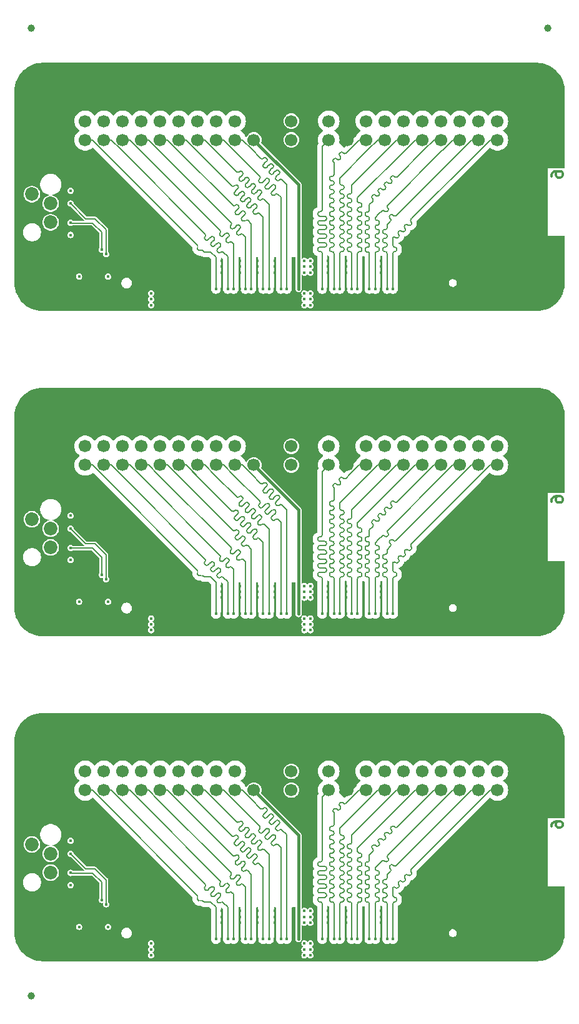
<source format=gbl>
G04 #@! TF.GenerationSoftware,KiCad,Pcbnew,8.0.6*
G04 #@! TF.CreationDate,2024-11-07T02:26:55-08:00*
G04 #@! TF.ProjectId,hvd-50-idc-panel,6876642d-3530-42d6-9964-632d70616e65,1*
G04 #@! TF.SameCoordinates,Original*
G04 #@! TF.FileFunction,Copper,L6,Bot*
G04 #@! TF.FilePolarity,Positive*
%FSLAX46Y46*%
G04 Gerber Fmt 4.6, Leading zero omitted, Abs format (unit mm)*
G04 Created by KiCad (PCBNEW 8.0.6) date 2024-11-07 02:26:55*
%MOMM*%
%LPD*%
G01*
G04 APERTURE LIST*
G04 Aperture macros list*
%AMRoundRect*
0 Rectangle with rounded corners*
0 $1 Rounding radius*
0 $2 $3 $4 $5 $6 $7 $8 $9 X,Y pos of 4 corners*
0 Add a 4 corners polygon primitive as box body*
4,1,4,$2,$3,$4,$5,$6,$7,$8,$9,$2,$3,0*
0 Add four circle primitives for the rounded corners*
1,1,$1+$1,$2,$3*
1,1,$1+$1,$4,$5*
1,1,$1+$1,$6,$7*
1,1,$1+$1,$8,$9*
0 Add four rect primitives between the rounded corners*
20,1,$1+$1,$2,$3,$4,$5,0*
20,1,$1+$1,$4,$5,$6,$7,0*
20,1,$1+$1,$6,$7,$8,$9,0*
20,1,$1+$1,$8,$9,$2,$3,0*%
G04 Aperture macros list end*
%ADD10C,0.300000*%
G04 #@! TA.AperFunction,NonConductor*
%ADD11C,0.300000*%
G04 #@! TD*
G04 #@! TA.AperFunction,ComponentPad*
%ADD12RoundRect,0.250000X0.600000X-0.600000X0.600000X0.600000X-0.600000X0.600000X-0.600000X-0.600000X0*%
G04 #@! TD*
G04 #@! TA.AperFunction,ComponentPad*
%ADD13C,1.700000*%
G04 #@! TD*
G04 #@! TA.AperFunction,ComponentPad*
%ADD14C,6.400000*%
G04 #@! TD*
G04 #@! TA.AperFunction,ComponentPad*
%ADD15C,1.850000*%
G04 #@! TD*
G04 #@! TA.AperFunction,SMDPad,CuDef*
%ADD16C,1.000000*%
G04 #@! TD*
G04 #@! TA.AperFunction,ViaPad*
%ADD17C,0.450000*%
G04 #@! TD*
G04 #@! TA.AperFunction,Conductor*
%ADD18C,0.127500*%
G04 #@! TD*
G04 #@! TA.AperFunction,Conductor*
%ADD19C,0.400000*%
G04 #@! TD*
G04 #@! TA.AperFunction,Conductor*
%ADD20C,0.200000*%
G04 #@! TD*
G04 APERTURE END LIST*
D10*
D11*
X-1999172Y69416285D02*
X-1999172Y69702000D01*
X-1999172Y69702000D02*
X-1927743Y69844857D01*
X-1927743Y69844857D02*
X-1856315Y69916285D01*
X-1856315Y69916285D02*
X-1642029Y70059143D01*
X-1642029Y70059143D02*
X-1356315Y70130571D01*
X-1356315Y70130571D02*
X-784886Y70130571D01*
X-784886Y70130571D02*
X-642029Y70059143D01*
X-642029Y70059143D02*
X-570600Y69987714D01*
X-570600Y69987714D02*
X-499172Y69844857D01*
X-499172Y69844857D02*
X-499172Y69559143D01*
X-499172Y69559143D02*
X-570600Y69416285D01*
X-570600Y69416285D02*
X-642029Y69344857D01*
X-642029Y69344857D02*
X-784886Y69273428D01*
X-784886Y69273428D02*
X-1142029Y69273428D01*
X-1142029Y69273428D02*
X-1284886Y69344857D01*
X-1284886Y69344857D02*
X-1356315Y69416285D01*
X-1356315Y69416285D02*
X-1427743Y69559143D01*
X-1427743Y69559143D02*
X-1427743Y69844857D01*
X-1427743Y69844857D02*
X-1356315Y69987714D01*
X-1356315Y69987714D02*
X-1284886Y70059143D01*
X-1284886Y70059143D02*
X-1142029Y70130571D01*
D10*
D11*
X-1999172Y113416285D02*
X-1999172Y113702000D01*
X-1999172Y113702000D02*
X-1927743Y113844857D01*
X-1927743Y113844857D02*
X-1856315Y113916285D01*
X-1856315Y113916285D02*
X-1642029Y114059143D01*
X-1642029Y114059143D02*
X-1356315Y114130571D01*
X-1356315Y114130571D02*
X-784886Y114130571D01*
X-784886Y114130571D02*
X-642029Y114059143D01*
X-642029Y114059143D02*
X-570600Y113987714D01*
X-570600Y113987714D02*
X-499172Y113844857D01*
X-499172Y113844857D02*
X-499172Y113559143D01*
X-499172Y113559143D02*
X-570600Y113416285D01*
X-570600Y113416285D02*
X-642029Y113344857D01*
X-642029Y113344857D02*
X-784886Y113273428D01*
X-784886Y113273428D02*
X-1142029Y113273428D01*
X-1142029Y113273428D02*
X-1284886Y113344857D01*
X-1284886Y113344857D02*
X-1356315Y113416285D01*
X-1356315Y113416285D02*
X-1427743Y113559143D01*
X-1427743Y113559143D02*
X-1427743Y113844857D01*
X-1427743Y113844857D02*
X-1356315Y113987714D01*
X-1356315Y113987714D02*
X-1284886Y114059143D01*
X-1284886Y114059143D02*
X-1142029Y114130571D01*
D10*
D11*
X-1999172Y25416285D02*
X-1999172Y25702000D01*
X-1999172Y25702000D02*
X-1927743Y25844857D01*
X-1927743Y25844857D02*
X-1856315Y25916285D01*
X-1856315Y25916285D02*
X-1642029Y26059143D01*
X-1642029Y26059143D02*
X-1356315Y26130571D01*
X-1356315Y26130571D02*
X-784886Y26130571D01*
X-784886Y26130571D02*
X-642029Y26059143D01*
X-642029Y26059143D02*
X-570600Y25987714D01*
X-570600Y25987714D02*
X-499172Y25844857D01*
X-499172Y25844857D02*
X-499172Y25559143D01*
X-499172Y25559143D02*
X-570600Y25416285D01*
X-570600Y25416285D02*
X-642029Y25344857D01*
X-642029Y25344857D02*
X-784886Y25273428D01*
X-784886Y25273428D02*
X-1142029Y25273428D01*
X-1142029Y25273428D02*
X-1284886Y25344857D01*
X-1284886Y25344857D02*
X-1356315Y25416285D01*
X-1356315Y25416285D02*
X-1427743Y25559143D01*
X-1427743Y25559143D02*
X-1427743Y25844857D01*
X-1427743Y25844857D02*
X-1356315Y25987714D01*
X-1356315Y25987714D02*
X-1284886Y26059143D01*
X-1284886Y26059143D02*
X-1142029Y26130571D01*
D12*
G04 #@! TO.P,J2,1,Pin_1*
G04 #@! TO.N,Board_2-GND*
X-67760000Y30362000D03*
D13*
G04 #@! TO.P,J2,2,Pin_2*
X-67760000Y32902000D03*
G04 #@! TO.P,J2,3,Pin_3*
G04 #@! TO.N,Board_2-/CON.DB0+*
X-65220000Y30362000D03*
G04 #@! TO.P,J2,4,Pin_4*
G04 #@! TO.N,Board_2-/CON.DB0-*
X-65220000Y32902000D03*
G04 #@! TO.P,J2,5,Pin_5*
G04 #@! TO.N,Board_2-/CON.DB1+*
X-62680000Y30362000D03*
G04 #@! TO.P,J2,6,Pin_6*
G04 #@! TO.N,Board_2-/CON.DB1-*
X-62680000Y32902000D03*
G04 #@! TO.P,J2,7,Pin_7*
G04 #@! TO.N,Board_2-/CON.DB2+*
X-60140000Y30362000D03*
G04 #@! TO.P,J2,8,Pin_8*
G04 #@! TO.N,Board_2-/CON.DB2-*
X-60140000Y32902000D03*
G04 #@! TO.P,J2,9,Pin_9*
G04 #@! TO.N,Board_2-/CON.DB3+*
X-57600000Y30362000D03*
G04 #@! TO.P,J2,10,Pin_10*
G04 #@! TO.N,Board_2-/CON.DB3-*
X-57600000Y32902000D03*
G04 #@! TO.P,J2,11,Pin_11*
G04 #@! TO.N,Board_2-/CON.DB4+*
X-55060000Y30362000D03*
G04 #@! TO.P,J2,12,Pin_12*
G04 #@! TO.N,Board_2-/CON.DB4-*
X-55060000Y32902000D03*
G04 #@! TO.P,J2,13,Pin_13*
G04 #@! TO.N,Board_2-/CON.DB5+*
X-52520000Y30362000D03*
G04 #@! TO.P,J2,14,Pin_14*
G04 #@! TO.N,Board_2-/CON.DB5-*
X-52520000Y32902000D03*
G04 #@! TO.P,J2,15,Pin_15*
G04 #@! TO.N,Board_2-/CON.DB6+*
X-49980000Y30362000D03*
G04 #@! TO.P,J2,16,Pin_16*
G04 #@! TO.N,Board_2-/CON.DB6-*
X-49980000Y32902000D03*
G04 #@! TO.P,J2,17,Pin_17*
G04 #@! TO.N,Board_2-/CON.DB7+*
X-47440000Y30362000D03*
G04 #@! TO.P,J2,18,Pin_18*
G04 #@! TO.N,Board_2-/CON.DB7-*
X-47440000Y32902000D03*
G04 #@! TO.P,J2,19,Pin_19*
G04 #@! TO.N,Board_2-/CON.DP0+*
X-44900000Y30362000D03*
G04 #@! TO.P,J2,20,Pin_20*
G04 #@! TO.N,Board_2-/CON.DP0-*
X-44900000Y32902000D03*
G04 #@! TO.P,J2,21,Pin_21*
G04 #@! TO.N,Board_2-/CON.DIFFSENSE*
X-42360000Y30362000D03*
G04 #@! TO.P,J2,22,Pin_22*
G04 #@! TO.N,Board_2-GND*
X-42360000Y32902000D03*
G04 #@! TO.P,J2,23,Pin_23*
X-39820000Y30362000D03*
G04 #@! TO.P,J2,24,Pin_24*
X-39820000Y32902000D03*
G04 #@! TO.P,J2,25,Pin_25*
G04 #@! TO.N,Board_2-/CON.TERMPWR*
X-37280000Y30362000D03*
G04 #@! TO.P,J2,26,Pin_26*
X-37280000Y32902000D03*
G04 #@! TO.P,J2,27,Pin_27*
G04 #@! TO.N,Board_2-GND*
X-34740000Y30362000D03*
G04 #@! TO.P,J2,28,Pin_28*
X-34740000Y32902000D03*
G04 #@! TO.P,J2,29,Pin_29*
G04 #@! TO.N,Board_2-/CON.ATN+*
X-32200000Y30362000D03*
G04 #@! TO.P,J2,30,Pin_30*
G04 #@! TO.N,Board_2-/CON.ATN-*
X-32200000Y32902000D03*
G04 #@! TO.P,J2,31,Pin_31*
G04 #@! TO.N,Board_2-GND*
X-29660000Y30362000D03*
G04 #@! TO.P,J2,32,Pin_32*
X-29660000Y32902000D03*
G04 #@! TO.P,J2,33,Pin_33*
G04 #@! TO.N,Board_2-/CON.BSY+*
X-27120000Y30362000D03*
G04 #@! TO.P,J2,34,Pin_34*
G04 #@! TO.N,Board_2-/CON.BSY-*
X-27120000Y32902000D03*
G04 #@! TO.P,J2,35,Pin_35*
G04 #@! TO.N,Board_2-/CON.ACK+*
X-24580000Y30362000D03*
G04 #@! TO.P,J2,36,Pin_36*
G04 #@! TO.N,Board_2-/CON.ACK-*
X-24580000Y32902000D03*
G04 #@! TO.P,J2,37,Pin_37*
G04 #@! TO.N,Board_2-/CON.RST+*
X-22040000Y30362000D03*
G04 #@! TO.P,J2,38,Pin_38*
G04 #@! TO.N,Board_2-/CON.RST-*
X-22040000Y32902000D03*
G04 #@! TO.P,J2,39,Pin_39*
G04 #@! TO.N,Board_2-/CON.MSG+*
X-19500000Y30362000D03*
G04 #@! TO.P,J2,40,Pin_40*
G04 #@! TO.N,Board_2-/CON.MSG-*
X-19500000Y32902000D03*
G04 #@! TO.P,J2,41,Pin_41*
G04 #@! TO.N,Board_2-/CON.SEL+*
X-16960000Y30362000D03*
G04 #@! TO.P,J2,42,Pin_42*
G04 #@! TO.N,Board_2-/CON.SEL-*
X-16960000Y32902000D03*
G04 #@! TO.P,J2,43,Pin_43*
G04 #@! TO.N,Board_2-/CON.C{slash}D+*
X-14420000Y30362000D03*
G04 #@! TO.P,J2,44,Pin_44*
G04 #@! TO.N,Board_2-/CON.C{slash}D-*
X-14420000Y32902000D03*
G04 #@! TO.P,J2,45,Pin_45*
G04 #@! TO.N,Board_2-/CON.REQ+*
X-11880000Y30362000D03*
G04 #@! TO.P,J2,46,Pin_46*
G04 #@! TO.N,Board_2-/CON.REQ-*
X-11880000Y32902000D03*
G04 #@! TO.P,J2,47,Pin_47*
G04 #@! TO.N,Board_2-/CON.I{slash}O+*
X-9340000Y30362000D03*
G04 #@! TO.P,J2,48,Pin_48*
G04 #@! TO.N,Board_2-/CON.I{slash}O-*
X-9340000Y32902000D03*
G04 #@! TO.P,J2,49,Pin_49*
G04 #@! TO.N,Board_2-GND*
X-6800000Y30362000D03*
G04 #@! TO.P,J2,50,Pin_50*
X-6800000Y32902000D03*
G04 #@! TD*
D14*
G04 #@! TO.P,H3,1,1*
G04 #@! TO.N,Board_2-GND*
X-71000000Y11002000D03*
G04 #@! TD*
D15*
G04 #@! TO.P,J3,1,Pin_1*
G04 #@! TO.N,Board_0-+3V3*
X-72440000Y111012000D03*
G04 #@! TO.P,J3,2,Pin_2*
G04 #@! TO.N,Board_0-/PHY.ID_SDA*
X-69900000Y109742000D03*
G04 #@! TO.P,J3,3,Pin_3*
G04 #@! TO.N,Board_0-GND*
X-72440000Y108472000D03*
G04 #@! TO.P,J3,4,Pin_4*
G04 #@! TO.N,Board_0-/PHY.ID_SCL*
X-69900000Y107202000D03*
G04 #@! TD*
D12*
G04 #@! TO.P,J2,1,Pin_1*
G04 #@! TO.N,Board_0-GND*
X-67760000Y118362000D03*
D13*
G04 #@! TO.P,J2,2,Pin_2*
X-67760000Y120902000D03*
G04 #@! TO.P,J2,3,Pin_3*
G04 #@! TO.N,Board_0-/CON.DB0+*
X-65220000Y118362000D03*
G04 #@! TO.P,J2,4,Pin_4*
G04 #@! TO.N,Board_0-/CON.DB0-*
X-65220000Y120902000D03*
G04 #@! TO.P,J2,5,Pin_5*
G04 #@! TO.N,Board_0-/CON.DB1+*
X-62680000Y118362000D03*
G04 #@! TO.P,J2,6,Pin_6*
G04 #@! TO.N,Board_0-/CON.DB1-*
X-62680000Y120902000D03*
G04 #@! TO.P,J2,7,Pin_7*
G04 #@! TO.N,Board_0-/CON.DB2+*
X-60140000Y118362000D03*
G04 #@! TO.P,J2,8,Pin_8*
G04 #@! TO.N,Board_0-/CON.DB2-*
X-60140000Y120902000D03*
G04 #@! TO.P,J2,9,Pin_9*
G04 #@! TO.N,Board_0-/CON.DB3+*
X-57600000Y118362000D03*
G04 #@! TO.P,J2,10,Pin_10*
G04 #@! TO.N,Board_0-/CON.DB3-*
X-57600000Y120902000D03*
G04 #@! TO.P,J2,11,Pin_11*
G04 #@! TO.N,Board_0-/CON.DB4+*
X-55060000Y118362000D03*
G04 #@! TO.P,J2,12,Pin_12*
G04 #@! TO.N,Board_0-/CON.DB4-*
X-55060000Y120902000D03*
G04 #@! TO.P,J2,13,Pin_13*
G04 #@! TO.N,Board_0-/CON.DB5+*
X-52520000Y118362000D03*
G04 #@! TO.P,J2,14,Pin_14*
G04 #@! TO.N,Board_0-/CON.DB5-*
X-52520000Y120902000D03*
G04 #@! TO.P,J2,15,Pin_15*
G04 #@! TO.N,Board_0-/CON.DB6+*
X-49980000Y118362000D03*
G04 #@! TO.P,J2,16,Pin_16*
G04 #@! TO.N,Board_0-/CON.DB6-*
X-49980000Y120902000D03*
G04 #@! TO.P,J2,17,Pin_17*
G04 #@! TO.N,Board_0-/CON.DB7+*
X-47440000Y118362000D03*
G04 #@! TO.P,J2,18,Pin_18*
G04 #@! TO.N,Board_0-/CON.DB7-*
X-47440000Y120902000D03*
G04 #@! TO.P,J2,19,Pin_19*
G04 #@! TO.N,Board_0-/CON.DP0+*
X-44900000Y118362000D03*
G04 #@! TO.P,J2,20,Pin_20*
G04 #@! TO.N,Board_0-/CON.DP0-*
X-44900000Y120902000D03*
G04 #@! TO.P,J2,21,Pin_21*
G04 #@! TO.N,Board_0-/CON.DIFFSENSE*
X-42360000Y118362000D03*
G04 #@! TO.P,J2,22,Pin_22*
G04 #@! TO.N,Board_0-GND*
X-42360000Y120902000D03*
G04 #@! TO.P,J2,23,Pin_23*
X-39820000Y118362000D03*
G04 #@! TO.P,J2,24,Pin_24*
X-39820000Y120902000D03*
G04 #@! TO.P,J2,25,Pin_25*
G04 #@! TO.N,Board_0-/CON.TERMPWR*
X-37280000Y118362000D03*
G04 #@! TO.P,J2,26,Pin_26*
X-37280000Y120902000D03*
G04 #@! TO.P,J2,27,Pin_27*
G04 #@! TO.N,Board_0-GND*
X-34740000Y118362000D03*
G04 #@! TO.P,J2,28,Pin_28*
X-34740000Y120902000D03*
G04 #@! TO.P,J2,29,Pin_29*
G04 #@! TO.N,Board_0-/CON.ATN+*
X-32200000Y118362000D03*
G04 #@! TO.P,J2,30,Pin_30*
G04 #@! TO.N,Board_0-/CON.ATN-*
X-32200000Y120902000D03*
G04 #@! TO.P,J2,31,Pin_31*
G04 #@! TO.N,Board_0-GND*
X-29660000Y118362000D03*
G04 #@! TO.P,J2,32,Pin_32*
X-29660000Y120902000D03*
G04 #@! TO.P,J2,33,Pin_33*
G04 #@! TO.N,Board_0-/CON.BSY+*
X-27120000Y118362000D03*
G04 #@! TO.P,J2,34,Pin_34*
G04 #@! TO.N,Board_0-/CON.BSY-*
X-27120000Y120902000D03*
G04 #@! TO.P,J2,35,Pin_35*
G04 #@! TO.N,Board_0-/CON.ACK+*
X-24580000Y118362000D03*
G04 #@! TO.P,J2,36,Pin_36*
G04 #@! TO.N,Board_0-/CON.ACK-*
X-24580000Y120902000D03*
G04 #@! TO.P,J2,37,Pin_37*
G04 #@! TO.N,Board_0-/CON.RST+*
X-22040000Y118362000D03*
G04 #@! TO.P,J2,38,Pin_38*
G04 #@! TO.N,Board_0-/CON.RST-*
X-22040000Y120902000D03*
G04 #@! TO.P,J2,39,Pin_39*
G04 #@! TO.N,Board_0-/CON.MSG+*
X-19500000Y118362000D03*
G04 #@! TO.P,J2,40,Pin_40*
G04 #@! TO.N,Board_0-/CON.MSG-*
X-19500000Y120902000D03*
G04 #@! TO.P,J2,41,Pin_41*
G04 #@! TO.N,Board_0-/CON.SEL+*
X-16960000Y118362000D03*
G04 #@! TO.P,J2,42,Pin_42*
G04 #@! TO.N,Board_0-/CON.SEL-*
X-16960000Y120902000D03*
G04 #@! TO.P,J2,43,Pin_43*
G04 #@! TO.N,Board_0-/CON.C{slash}D+*
X-14420000Y118362000D03*
G04 #@! TO.P,J2,44,Pin_44*
G04 #@! TO.N,Board_0-/CON.C{slash}D-*
X-14420000Y120902000D03*
G04 #@! TO.P,J2,45,Pin_45*
G04 #@! TO.N,Board_0-/CON.REQ+*
X-11880000Y118362000D03*
G04 #@! TO.P,J2,46,Pin_46*
G04 #@! TO.N,Board_0-/CON.REQ-*
X-11880000Y120902000D03*
G04 #@! TO.P,J2,47,Pin_47*
G04 #@! TO.N,Board_0-/CON.I{slash}O+*
X-9340000Y118362000D03*
G04 #@! TO.P,J2,48,Pin_48*
G04 #@! TO.N,Board_0-/CON.I{slash}O-*
X-9340000Y120902000D03*
G04 #@! TO.P,J2,49,Pin_49*
G04 #@! TO.N,Board_0-GND*
X-6800000Y118362000D03*
G04 #@! TO.P,J2,50,Pin_50*
X-6800000Y120902000D03*
G04 #@! TD*
D14*
G04 #@! TO.P,H3,1,1*
G04 #@! TO.N,Board_0-GND*
X-71000000Y99002000D03*
G04 #@! TD*
G04 #@! TO.P,H3,1,1*
G04 #@! TO.N,Board_1-GND*
X-71000000Y55002000D03*
G04 #@! TD*
D15*
G04 #@! TO.P,J3,1,Pin_1*
G04 #@! TO.N,Board_2-+3V3*
X-72440000Y23012000D03*
G04 #@! TO.P,J3,2,Pin_2*
G04 #@! TO.N,Board_2-/PHY.ID_SDA*
X-69900000Y21742000D03*
G04 #@! TO.P,J3,3,Pin_3*
G04 #@! TO.N,Board_2-GND*
X-72440000Y20472000D03*
G04 #@! TO.P,J3,4,Pin_4*
G04 #@! TO.N,Board_2-/PHY.ID_SCL*
X-69900000Y19202000D03*
G04 #@! TD*
D14*
G04 #@! TO.P,H4,1,1*
G04 #@! TO.N,Board_1-GND*
X-4000000Y55002000D03*
G04 #@! TD*
D15*
G04 #@! TO.P,J3,1,Pin_1*
G04 #@! TO.N,Board_1-+3V3*
X-72440000Y67012000D03*
G04 #@! TO.P,J3,2,Pin_2*
G04 #@! TO.N,Board_1-/PHY.ID_SDA*
X-69900000Y65742000D03*
G04 #@! TO.P,J3,3,Pin_3*
G04 #@! TO.N,Board_1-GND*
X-72440000Y64472000D03*
G04 #@! TO.P,J3,4,Pin_4*
G04 #@! TO.N,Board_1-/PHY.ID_SCL*
X-69900000Y63202000D03*
G04 #@! TD*
D12*
G04 #@! TO.P,J2,1,Pin_1*
G04 #@! TO.N,Board_1-GND*
X-67760000Y74362000D03*
D13*
G04 #@! TO.P,J2,2,Pin_2*
X-67760000Y76902000D03*
G04 #@! TO.P,J2,3,Pin_3*
G04 #@! TO.N,Board_1-/CON.DB0+*
X-65220000Y74362000D03*
G04 #@! TO.P,J2,4,Pin_4*
G04 #@! TO.N,Board_1-/CON.DB0-*
X-65220000Y76902000D03*
G04 #@! TO.P,J2,5,Pin_5*
G04 #@! TO.N,Board_1-/CON.DB1+*
X-62680000Y74362000D03*
G04 #@! TO.P,J2,6,Pin_6*
G04 #@! TO.N,Board_1-/CON.DB1-*
X-62680000Y76902000D03*
G04 #@! TO.P,J2,7,Pin_7*
G04 #@! TO.N,Board_1-/CON.DB2+*
X-60140000Y74362000D03*
G04 #@! TO.P,J2,8,Pin_8*
G04 #@! TO.N,Board_1-/CON.DB2-*
X-60140000Y76902000D03*
G04 #@! TO.P,J2,9,Pin_9*
G04 #@! TO.N,Board_1-/CON.DB3+*
X-57600000Y74362000D03*
G04 #@! TO.P,J2,10,Pin_10*
G04 #@! TO.N,Board_1-/CON.DB3-*
X-57600000Y76902000D03*
G04 #@! TO.P,J2,11,Pin_11*
G04 #@! TO.N,Board_1-/CON.DB4+*
X-55060000Y74362000D03*
G04 #@! TO.P,J2,12,Pin_12*
G04 #@! TO.N,Board_1-/CON.DB4-*
X-55060000Y76902000D03*
G04 #@! TO.P,J2,13,Pin_13*
G04 #@! TO.N,Board_1-/CON.DB5+*
X-52520000Y74362000D03*
G04 #@! TO.P,J2,14,Pin_14*
G04 #@! TO.N,Board_1-/CON.DB5-*
X-52520000Y76902000D03*
G04 #@! TO.P,J2,15,Pin_15*
G04 #@! TO.N,Board_1-/CON.DB6+*
X-49980000Y74362000D03*
G04 #@! TO.P,J2,16,Pin_16*
G04 #@! TO.N,Board_1-/CON.DB6-*
X-49980000Y76902000D03*
G04 #@! TO.P,J2,17,Pin_17*
G04 #@! TO.N,Board_1-/CON.DB7+*
X-47440000Y74362000D03*
G04 #@! TO.P,J2,18,Pin_18*
G04 #@! TO.N,Board_1-/CON.DB7-*
X-47440000Y76902000D03*
G04 #@! TO.P,J2,19,Pin_19*
G04 #@! TO.N,Board_1-/CON.DP0+*
X-44900000Y74362000D03*
G04 #@! TO.P,J2,20,Pin_20*
G04 #@! TO.N,Board_1-/CON.DP0-*
X-44900000Y76902000D03*
G04 #@! TO.P,J2,21,Pin_21*
G04 #@! TO.N,Board_1-/CON.DIFFSENSE*
X-42360000Y74362000D03*
G04 #@! TO.P,J2,22,Pin_22*
G04 #@! TO.N,Board_1-GND*
X-42360000Y76902000D03*
G04 #@! TO.P,J2,23,Pin_23*
X-39820000Y74362000D03*
G04 #@! TO.P,J2,24,Pin_24*
X-39820000Y76902000D03*
G04 #@! TO.P,J2,25,Pin_25*
G04 #@! TO.N,Board_1-/CON.TERMPWR*
X-37280000Y74362000D03*
G04 #@! TO.P,J2,26,Pin_26*
X-37280000Y76902000D03*
G04 #@! TO.P,J2,27,Pin_27*
G04 #@! TO.N,Board_1-GND*
X-34740000Y74362000D03*
G04 #@! TO.P,J2,28,Pin_28*
X-34740000Y76902000D03*
G04 #@! TO.P,J2,29,Pin_29*
G04 #@! TO.N,Board_1-/CON.ATN+*
X-32200000Y74362000D03*
G04 #@! TO.P,J2,30,Pin_30*
G04 #@! TO.N,Board_1-/CON.ATN-*
X-32200000Y76902000D03*
G04 #@! TO.P,J2,31,Pin_31*
G04 #@! TO.N,Board_1-GND*
X-29660000Y74362000D03*
G04 #@! TO.P,J2,32,Pin_32*
X-29660000Y76902000D03*
G04 #@! TO.P,J2,33,Pin_33*
G04 #@! TO.N,Board_1-/CON.BSY+*
X-27120000Y74362000D03*
G04 #@! TO.P,J2,34,Pin_34*
G04 #@! TO.N,Board_1-/CON.BSY-*
X-27120000Y76902000D03*
G04 #@! TO.P,J2,35,Pin_35*
G04 #@! TO.N,Board_1-/CON.ACK+*
X-24580000Y74362000D03*
G04 #@! TO.P,J2,36,Pin_36*
G04 #@! TO.N,Board_1-/CON.ACK-*
X-24580000Y76902000D03*
G04 #@! TO.P,J2,37,Pin_37*
G04 #@! TO.N,Board_1-/CON.RST+*
X-22040000Y74362000D03*
G04 #@! TO.P,J2,38,Pin_38*
G04 #@! TO.N,Board_1-/CON.RST-*
X-22040000Y76902000D03*
G04 #@! TO.P,J2,39,Pin_39*
G04 #@! TO.N,Board_1-/CON.MSG+*
X-19500000Y74362000D03*
G04 #@! TO.P,J2,40,Pin_40*
G04 #@! TO.N,Board_1-/CON.MSG-*
X-19500000Y76902000D03*
G04 #@! TO.P,J2,41,Pin_41*
G04 #@! TO.N,Board_1-/CON.SEL+*
X-16960000Y74362000D03*
G04 #@! TO.P,J2,42,Pin_42*
G04 #@! TO.N,Board_1-/CON.SEL-*
X-16960000Y76902000D03*
G04 #@! TO.P,J2,43,Pin_43*
G04 #@! TO.N,Board_1-/CON.C{slash}D+*
X-14420000Y74362000D03*
G04 #@! TO.P,J2,44,Pin_44*
G04 #@! TO.N,Board_1-/CON.C{slash}D-*
X-14420000Y76902000D03*
G04 #@! TO.P,J2,45,Pin_45*
G04 #@! TO.N,Board_1-/CON.REQ+*
X-11880000Y74362000D03*
G04 #@! TO.P,J2,46,Pin_46*
G04 #@! TO.N,Board_1-/CON.REQ-*
X-11880000Y76902000D03*
G04 #@! TO.P,J2,47,Pin_47*
G04 #@! TO.N,Board_1-/CON.I{slash}O+*
X-9340000Y74362000D03*
G04 #@! TO.P,J2,48,Pin_48*
G04 #@! TO.N,Board_1-/CON.I{slash}O-*
X-9340000Y76902000D03*
G04 #@! TO.P,J2,49,Pin_49*
G04 #@! TO.N,Board_1-GND*
X-6800000Y74362000D03*
G04 #@! TO.P,J2,50,Pin_50*
X-6800000Y76902000D03*
G04 #@! TD*
D14*
G04 #@! TO.P,H4,1,1*
G04 #@! TO.N,Board_0-GND*
X-4000000Y99002000D03*
G04 #@! TD*
G04 #@! TO.P,H4,1,1*
G04 #@! TO.N,Board_2-GND*
X-4000000Y11002000D03*
G04 #@! TD*
D16*
G04 #@! TO.P,KiKit_FID_B_2,*
G04 #@! TO.N,*
X-2500000Y133503500D03*
G04 #@! TD*
G04 #@! TO.P,KiKit_FID_B_3,*
G04 #@! TO.N,*
X-72500000Y2500000D03*
G04 #@! TD*
G04 #@! TO.P,KiKit_FID_B_1,*
G04 #@! TO.N,*
X-72500000Y133503500D03*
G04 #@! TD*
D17*
G04 #@! TO.N,Board_0-+3V3*
X-62150000Y99852000D03*
X-66050000Y99852000D03*
X-56300000Y96002000D03*
X-56300000Y96802000D03*
X-56300000Y97602000D03*
X-67200000Y111502000D03*
X-67200000Y105502000D03*
G04 #@! TO.N,Board_0-/CON.ACK+*
X-30700000Y98202000D03*
G04 #@! TO.N,Board_0-/CON.ATN+*
X-33100000Y98202000D03*
G04 #@! TO.N,Board_0-/CON.BSY+*
X-31500000Y98202000D03*
G04 #@! TO.N,Board_0-/CON.C{slash}D+*
X-25900000Y98202000D03*
G04 #@! TO.N,Board_0-/CON.DB0+*
X-47500000Y98202000D03*
G04 #@! TO.N,Board_0-/CON.DB1+*
X-45900000Y98202000D03*
G04 #@! TO.N,Board_0-/CON.DB2+*
X-45100000Y98202000D03*
G04 #@! TO.N,Board_0-/CON.DB3+*
X-43500000Y98202000D03*
G04 #@! TO.N,Board_0-/CON.DB4+*
X-42700000Y98202000D03*
G04 #@! TO.N,Board_0-/CON.DB5+*
X-41100000Y98202000D03*
G04 #@! TO.N,Board_0-/CON.DB6+*
X-40300000Y98202000D03*
G04 #@! TO.N,Board_0-/CON.DB7+*
X-38700000Y98202000D03*
G04 #@! TO.N,Board_0-/CON.DIFFSENSE*
X-36300000Y98202000D03*
G04 #@! TO.N,Board_0-/CON.DP0+*
X-37900000Y98202000D03*
G04 #@! TO.N,Board_0-/CON.I{slash}O+*
X-23500000Y98202000D03*
G04 #@! TO.N,Board_0-/CON.MSG+*
X-28300000Y98202000D03*
G04 #@! TO.N,Board_0-/CON.REQ+*
X-24300000Y98202000D03*
G04 #@! TO.N,Board_0-/CON.RST+*
X-29100000Y98202000D03*
G04 #@! TO.N,Board_0-/CON.SEL+*
X-26700000Y98202000D03*
G04 #@! TO.N,Board_0-/CON.TERMPWR*
X-34700000Y101202000D03*
X-34700000Y100402000D03*
X-35500000Y97602000D03*
X-35500000Y96002000D03*
X-34700000Y96802000D03*
X-34700000Y97602000D03*
X-34700000Y102002000D03*
X-35500000Y100402000D03*
X-35500000Y101202000D03*
X-34700000Y96002000D03*
X-35500000Y96802000D03*
X-35500000Y102002000D03*
G04 #@! TO.N,Board_0-/PHY.ID_SCL*
X-63000000Y103502000D03*
X-67200000Y107152000D03*
G04 #@! TO.N,Board_0-/PHY.ID_SDA*
X-67200000Y109752000D03*
X-62400000Y102902000D03*
G04 #@! TO.N,Board_0-GND*
X-53900000Y101202000D03*
X-32300000Y98202000D03*
X-17900000Y96802000D03*
X-49100000Y96802000D03*
X-32300000Y96002000D03*
X-41900000Y96002000D03*
X-29900000Y98202000D03*
X-33900000Y100402000D03*
X-53900000Y96002000D03*
X-46700000Y96802000D03*
X-17900000Y101202000D03*
X-33900000Y96802000D03*
X-41900000Y102002000D03*
X-25100000Y100402000D03*
X-51500000Y102002000D03*
X-46700000Y98202000D03*
X-49100000Y98202000D03*
X-51500000Y101202000D03*
X-53900000Y96802000D03*
X-29900000Y96802000D03*
X-39500000Y97602000D03*
X-51500000Y100402000D03*
X-33900000Y98202000D03*
X-25100000Y98202000D03*
X-49100000Y100402000D03*
X-33900000Y97602000D03*
X-44300000Y102002000D03*
X-54700000Y100402000D03*
X-44300000Y100402000D03*
X-33900000Y102002000D03*
X-33900000Y96002000D03*
X-37100000Y100402000D03*
X-54700000Y96802000D03*
X-54700000Y96002000D03*
X-20300000Y98202000D03*
X-25100000Y102002000D03*
X-20300000Y97602000D03*
X-32300000Y97602000D03*
X-17900000Y97602000D03*
X-37100000Y102002000D03*
X-44300000Y96002000D03*
X-44300000Y96802000D03*
X-22700000Y98202000D03*
X-29900000Y101202000D03*
X-49100000Y101202000D03*
X-39500000Y100402000D03*
X-54700000Y97602000D03*
X-20300000Y102002000D03*
X-57100000Y102002000D03*
X-53900000Y102002000D03*
X-32300000Y101202000D03*
X-64100000Y99502000D03*
X-33900000Y101202000D03*
X-46700000Y102002000D03*
X-17900000Y98202000D03*
X-37100000Y101202000D03*
X-22700000Y100402000D03*
X-20300000Y96802000D03*
X-27500000Y101202000D03*
X-39500000Y96002000D03*
X-25100000Y96802000D03*
X-51500000Y98202000D03*
X-41900000Y96802000D03*
X-53900000Y100402000D03*
X-27500000Y96802000D03*
X-22700000Y101202000D03*
X-41900000Y101202000D03*
X-29900000Y100402000D03*
X-39500000Y102002000D03*
X-54700000Y98202000D03*
X-22700000Y102002000D03*
X-22700000Y96002000D03*
X-22700000Y96802000D03*
X-17900000Y102002000D03*
X-41900000Y98202000D03*
X-37100000Y96802000D03*
X-29900000Y97602000D03*
X-29900000Y96002000D03*
X-27500000Y102002000D03*
X-49100000Y97602000D03*
X-63600000Y99002000D03*
X-49100000Y96002000D03*
X-25100000Y101202000D03*
X-46700000Y97602000D03*
X-22700000Y97602000D03*
X-57100000Y100402000D03*
X-25100000Y96002000D03*
X-17900000Y100402000D03*
X-53900000Y98202000D03*
X-66050000Y98152000D03*
X-54700000Y102002000D03*
X-20300000Y96002000D03*
X-44300000Y97602000D03*
X-51500000Y96002000D03*
X-44300000Y101202000D03*
X-37100000Y97602000D03*
X-39500000Y96802000D03*
X-32300000Y100402000D03*
X-64650000Y99002000D03*
X-41900000Y100402000D03*
X-20300000Y100402000D03*
X-32300000Y102002000D03*
X-17900000Y96002000D03*
X-20300000Y101202000D03*
X-46700000Y96002000D03*
X-27500000Y96002000D03*
X-32300000Y96802000D03*
X-29900000Y102002000D03*
X-51500000Y96802000D03*
X-37100000Y96002000D03*
X-41900000Y97602000D03*
X-57100000Y101202000D03*
X-54700000Y101202000D03*
X-51500000Y97602000D03*
X-64100000Y98502000D03*
X-39500000Y101202000D03*
X-46700000Y101202000D03*
X-37100000Y98202000D03*
X-27500000Y100402000D03*
X-53900000Y97602000D03*
X-39500000Y98202000D03*
X-27500000Y97602000D03*
X-25100000Y97602000D03*
X-44300000Y98202000D03*
X-27500000Y98202000D03*
X-46700000Y100402000D03*
X-49100000Y102002000D03*
G04 #@! TO.N,Board_1-+3V3*
X-56300000Y52002000D03*
X-67200000Y61502000D03*
X-66050000Y55852000D03*
X-67200000Y67502000D03*
X-56300000Y53602000D03*
X-56300000Y52802000D03*
X-62150000Y55852000D03*
G04 #@! TO.N,Board_1-/CON.ACK+*
X-30700000Y54202000D03*
G04 #@! TO.N,Board_1-/CON.ATN+*
X-33100000Y54202000D03*
G04 #@! TO.N,Board_1-/CON.BSY+*
X-31500000Y54202000D03*
G04 #@! TO.N,Board_1-/CON.C{slash}D+*
X-25900000Y54202000D03*
G04 #@! TO.N,Board_1-/CON.DB0+*
X-47500000Y54202000D03*
G04 #@! TO.N,Board_1-/CON.DB1+*
X-45900000Y54202000D03*
G04 #@! TO.N,Board_1-/CON.DB2+*
X-45100000Y54202000D03*
G04 #@! TO.N,Board_1-/CON.DB3+*
X-43500000Y54202000D03*
G04 #@! TO.N,Board_1-/CON.DB4+*
X-42700000Y54202000D03*
G04 #@! TO.N,Board_1-/CON.DB5+*
X-41100000Y54202000D03*
G04 #@! TO.N,Board_1-/CON.DB6+*
X-40300000Y54202000D03*
G04 #@! TO.N,Board_1-/CON.DB7+*
X-38700000Y54202000D03*
G04 #@! TO.N,Board_1-/CON.DIFFSENSE*
X-36300000Y54202000D03*
G04 #@! TO.N,Board_1-/CON.DP0+*
X-37900000Y54202000D03*
G04 #@! TO.N,Board_1-/CON.I{slash}O+*
X-23500000Y54202000D03*
G04 #@! TO.N,Board_1-/CON.MSG+*
X-28300000Y54202000D03*
G04 #@! TO.N,Board_1-/CON.REQ+*
X-24300000Y54202000D03*
G04 #@! TO.N,Board_1-/CON.RST+*
X-29100000Y54202000D03*
G04 #@! TO.N,Board_1-/CON.SEL+*
X-26700000Y54202000D03*
G04 #@! TO.N,Board_1-/CON.TERMPWR*
X-35500000Y52802000D03*
X-35500000Y52002000D03*
X-34700000Y53602000D03*
X-34700000Y52802000D03*
X-34700000Y57202000D03*
X-34700000Y58002000D03*
X-35500000Y57202000D03*
X-34700000Y52002000D03*
X-34700000Y56402000D03*
X-35500000Y53602000D03*
X-35500000Y58002000D03*
X-35500000Y56402000D03*
G04 #@! TO.N,Board_1-/PHY.ID_SCL*
X-63000000Y59502000D03*
X-67200000Y63152000D03*
G04 #@! TO.N,Board_1-/PHY.ID_SDA*
X-62400000Y58902000D03*
X-67200000Y65752000D03*
G04 #@! TO.N,Board_1-GND*
X-49100000Y58002000D03*
X-54700000Y54202000D03*
X-20300000Y53602000D03*
X-54700000Y57202000D03*
X-41900000Y53602000D03*
X-29900000Y57202000D03*
X-25100000Y53602000D03*
X-37100000Y52002000D03*
X-63600000Y55002000D03*
X-53900000Y56402000D03*
X-32300000Y58002000D03*
X-51500000Y56402000D03*
X-41900000Y54202000D03*
X-22700000Y57202000D03*
X-64100000Y55502000D03*
X-44300000Y56402000D03*
X-33900000Y52002000D03*
X-29900000Y56402000D03*
X-41900000Y56402000D03*
X-20300000Y57202000D03*
X-25100000Y52802000D03*
X-46700000Y54202000D03*
X-66050000Y54152000D03*
X-64100000Y54502000D03*
X-57100000Y56402000D03*
X-46700000Y52002000D03*
X-44300000Y52802000D03*
X-49100000Y56402000D03*
X-41900000Y58002000D03*
X-49100000Y57202000D03*
X-20300000Y54202000D03*
X-54700000Y53602000D03*
X-51500000Y57202000D03*
X-22700000Y52002000D03*
X-44300000Y54202000D03*
X-39500000Y58002000D03*
X-53900000Y52802000D03*
X-29900000Y58002000D03*
X-27500000Y58002000D03*
X-29900000Y52802000D03*
X-32300000Y54202000D03*
X-54700000Y56402000D03*
X-51500000Y53602000D03*
X-32300000Y53602000D03*
X-44300000Y57202000D03*
X-33900000Y58002000D03*
X-29900000Y52002000D03*
X-25100000Y52002000D03*
X-39500000Y53602000D03*
X-53900000Y54202000D03*
X-22700000Y52802000D03*
X-53900000Y53602000D03*
X-54700000Y52002000D03*
X-39500000Y52802000D03*
X-46700000Y52802000D03*
X-27500000Y54202000D03*
X-22700000Y54202000D03*
X-17900000Y56402000D03*
X-44300000Y58002000D03*
X-49100000Y54202000D03*
X-39500000Y57202000D03*
X-37100000Y52802000D03*
X-29900000Y54202000D03*
X-57100000Y57202000D03*
X-27500000Y56402000D03*
X-25100000Y57202000D03*
X-20300000Y52002000D03*
X-25100000Y54202000D03*
X-37100000Y54202000D03*
X-41900000Y52002000D03*
X-39500000Y56402000D03*
X-49100000Y53602000D03*
X-17900000Y58002000D03*
X-37100000Y53602000D03*
X-37100000Y58002000D03*
X-64650000Y55002000D03*
X-46700000Y53602000D03*
X-27500000Y57202000D03*
X-33900000Y52802000D03*
X-33900000Y53602000D03*
X-39500000Y52002000D03*
X-37100000Y57202000D03*
X-53900000Y52002000D03*
X-17900000Y52802000D03*
X-33900000Y56402000D03*
X-25100000Y58002000D03*
X-49100000Y52002000D03*
X-54700000Y58002000D03*
X-17900000Y57202000D03*
X-20300000Y58002000D03*
X-51500000Y54202000D03*
X-32300000Y52002000D03*
X-41900000Y52802000D03*
X-37100000Y56402000D03*
X-46700000Y56402000D03*
X-17900000Y52002000D03*
X-44300000Y53602000D03*
X-20300000Y52802000D03*
X-53900000Y57202000D03*
X-32300000Y56402000D03*
X-57100000Y58002000D03*
X-17900000Y53602000D03*
X-32300000Y57202000D03*
X-20300000Y56402000D03*
X-33900000Y54202000D03*
X-54700000Y52802000D03*
X-22700000Y53602000D03*
X-49100000Y52802000D03*
X-27500000Y53602000D03*
X-44300000Y52002000D03*
X-46700000Y57202000D03*
X-51500000Y58002000D03*
X-29900000Y53602000D03*
X-27500000Y52802000D03*
X-51500000Y52802000D03*
X-27500000Y52002000D03*
X-22700000Y58002000D03*
X-22700000Y56402000D03*
X-46700000Y58002000D03*
X-41900000Y57202000D03*
X-33900000Y57202000D03*
X-53900000Y58002000D03*
X-17900000Y54202000D03*
X-39500000Y54202000D03*
X-25100000Y56402000D03*
X-51500000Y52002000D03*
X-32300000Y52802000D03*
G04 #@! TO.N,Board_2-+3V3*
X-67200000Y23502000D03*
X-56300000Y8802000D03*
X-56300000Y8002000D03*
X-56300000Y9602000D03*
X-62150000Y11852000D03*
X-67200000Y17502000D03*
X-66050000Y11852000D03*
G04 #@! TO.N,Board_2-/CON.ACK+*
X-30700000Y10202000D03*
G04 #@! TO.N,Board_2-/CON.ATN+*
X-33100000Y10202000D03*
G04 #@! TO.N,Board_2-/CON.BSY+*
X-31500000Y10202000D03*
G04 #@! TO.N,Board_2-/CON.C{slash}D+*
X-25900000Y10202000D03*
G04 #@! TO.N,Board_2-/CON.DB0+*
X-47500000Y10202000D03*
G04 #@! TO.N,Board_2-/CON.DB1+*
X-45900000Y10202000D03*
G04 #@! TO.N,Board_2-/CON.DB2+*
X-45100000Y10202000D03*
G04 #@! TO.N,Board_2-/CON.DB3+*
X-43500000Y10202000D03*
G04 #@! TO.N,Board_2-/CON.DB4+*
X-42700000Y10202000D03*
G04 #@! TO.N,Board_2-/CON.DB5+*
X-41100000Y10202000D03*
G04 #@! TO.N,Board_2-/CON.DB6+*
X-40300000Y10202000D03*
G04 #@! TO.N,Board_2-/CON.DB7+*
X-38700000Y10202000D03*
G04 #@! TO.N,Board_2-/CON.DIFFSENSE*
X-36300000Y10202000D03*
G04 #@! TO.N,Board_2-/CON.DP0+*
X-37900000Y10202000D03*
G04 #@! TO.N,Board_2-/CON.I{slash}O+*
X-23500000Y10202000D03*
G04 #@! TO.N,Board_2-/CON.MSG+*
X-28300000Y10202000D03*
G04 #@! TO.N,Board_2-/CON.REQ+*
X-24300000Y10202000D03*
G04 #@! TO.N,Board_2-/CON.RST+*
X-29100000Y10202000D03*
G04 #@! TO.N,Board_2-/CON.SEL+*
X-26700000Y10202000D03*
G04 #@! TO.N,Board_2-/CON.TERMPWR*
X-35500000Y8002000D03*
X-35500000Y9602000D03*
X-35500000Y13202000D03*
X-34700000Y14002000D03*
X-35500000Y12402000D03*
X-34700000Y12402000D03*
X-34700000Y8802000D03*
X-35500000Y8802000D03*
X-34700000Y13202000D03*
X-35500000Y14002000D03*
X-34700000Y8002000D03*
X-34700000Y9602000D03*
G04 #@! TO.N,Board_2-/PHY.ID_SCL*
X-63000000Y15502000D03*
X-67200000Y19152000D03*
G04 #@! TO.N,Board_2-/PHY.ID_SDA*
X-62400000Y14902000D03*
X-67200000Y21752000D03*
G04 #@! TO.N,Board_2-GND*
X-46700000Y9602000D03*
X-46700000Y13202000D03*
X-49100000Y9602000D03*
X-49100000Y14002000D03*
X-51500000Y14002000D03*
X-20300000Y8802000D03*
X-29900000Y8002000D03*
X-51500000Y10202000D03*
X-33900000Y10202000D03*
X-25100000Y8002000D03*
X-54700000Y8002000D03*
X-44300000Y9602000D03*
X-44300000Y12402000D03*
X-39500000Y14002000D03*
X-49100000Y10202000D03*
X-64100000Y10502000D03*
X-32300000Y8002000D03*
X-54700000Y12402000D03*
X-57100000Y12402000D03*
X-57100000Y14002000D03*
X-39500000Y12402000D03*
X-53900000Y8002000D03*
X-32300000Y12402000D03*
X-17900000Y13202000D03*
X-37100000Y10202000D03*
X-66050000Y10152000D03*
X-53900000Y14002000D03*
X-63600000Y11002000D03*
X-27500000Y14002000D03*
X-29900000Y10202000D03*
X-39500000Y10202000D03*
X-41900000Y8802000D03*
X-41900000Y9602000D03*
X-22700000Y10202000D03*
X-51500000Y8002000D03*
X-41900000Y8002000D03*
X-22700000Y14002000D03*
X-32300000Y14002000D03*
X-37100000Y12402000D03*
X-37100000Y14002000D03*
X-17900000Y8002000D03*
X-49100000Y8002000D03*
X-32300000Y13202000D03*
X-33900000Y8002000D03*
X-37100000Y8002000D03*
X-29900000Y12402000D03*
X-51500000Y12402000D03*
X-20300000Y8002000D03*
X-22700000Y8002000D03*
X-49100000Y12402000D03*
X-41900000Y12402000D03*
X-46700000Y10202000D03*
X-37100000Y13202000D03*
X-22700000Y12402000D03*
X-37100000Y9602000D03*
X-27500000Y8002000D03*
X-33900000Y9602000D03*
X-32300000Y8802000D03*
X-41900000Y13202000D03*
X-44300000Y10202000D03*
X-20300000Y14002000D03*
X-20300000Y13202000D03*
X-46700000Y12402000D03*
X-44300000Y8802000D03*
X-39500000Y8802000D03*
X-53900000Y9602000D03*
X-39500000Y13202000D03*
X-46700000Y8802000D03*
X-49100000Y8802000D03*
X-44300000Y14002000D03*
X-33900000Y14002000D03*
X-53900000Y12402000D03*
X-51500000Y13202000D03*
X-29900000Y13202000D03*
X-41900000Y10202000D03*
X-64650000Y11002000D03*
X-17900000Y10202000D03*
X-25100000Y12402000D03*
X-54700000Y8802000D03*
X-20300000Y9602000D03*
X-54700000Y9602000D03*
X-29900000Y9602000D03*
X-32300000Y10202000D03*
X-44300000Y8002000D03*
X-22700000Y13202000D03*
X-17900000Y8802000D03*
X-29900000Y8802000D03*
X-54700000Y10202000D03*
X-53900000Y13202000D03*
X-54700000Y14002000D03*
X-27500000Y13202000D03*
X-27500000Y9602000D03*
X-17900000Y12402000D03*
X-33900000Y13202000D03*
X-29900000Y14002000D03*
X-22700000Y8802000D03*
X-51500000Y9602000D03*
X-44300000Y13202000D03*
X-27500000Y10202000D03*
X-20300000Y10202000D03*
X-25100000Y14002000D03*
X-46700000Y8002000D03*
X-37100000Y8802000D03*
X-33900000Y12402000D03*
X-49100000Y13202000D03*
X-41900000Y14002000D03*
X-25100000Y9602000D03*
X-17900000Y14002000D03*
X-33900000Y8802000D03*
X-17900000Y9602000D03*
X-25100000Y10202000D03*
X-51500000Y8802000D03*
X-39500000Y8002000D03*
X-25100000Y13202000D03*
X-32300000Y9602000D03*
X-46700000Y14002000D03*
X-22700000Y9602000D03*
X-54700000Y13202000D03*
X-27500000Y8802000D03*
X-64100000Y11502000D03*
X-57100000Y13202000D03*
X-53900000Y8802000D03*
X-53900000Y10202000D03*
X-39500000Y9602000D03*
X-20300000Y12402000D03*
X-27500000Y12402000D03*
X-25100000Y8802000D03*
G04 #@! TD*
D18*
G04 #@! TO.N,Board_0-/CON.ACK+*
X-30700000Y98202000D02*
X-30700000Y103002000D01*
X-25544918Y118362000D02*
X-24580000Y118362000D01*
X-30375922Y111042000D02*
X-30460000Y111042000D01*
X-30460000Y103242000D02*
X-30375907Y103242000D01*
X-30375922Y112242000D02*
X-30460000Y112242000D01*
X-30375907Y107442000D02*
X-30460000Y107442000D01*
X-30700000Y107682000D02*
X-30700000Y107802000D01*
X-30700000Y104082000D02*
X-30700000Y104202000D01*
X-30135907Y105882000D02*
X-30135907Y106002000D01*
X-30460000Y109242000D02*
X-30375907Y109242000D01*
X-30460000Y111642000D02*
X-30375922Y111642000D01*
X-30700000Y113206918D02*
X-26883099Y117023819D01*
X-30700000Y110082000D02*
X-30700000Y110202000D01*
X-26883099Y117023819D02*
X-25544918Y118362000D01*
X-30135907Y108282000D02*
X-30135907Y108402000D01*
X-30460000Y104442000D02*
X-30375907Y104442000D01*
X-30135907Y104682000D02*
X-30135907Y104802000D01*
X-30375907Y103842000D02*
X-30460000Y103842000D01*
X-30460000Y106842000D02*
X-30375907Y106842000D01*
X-30460000Y108042000D02*
X-30375907Y108042000D01*
X-30460000Y110442000D02*
X-30375922Y110442000D01*
X-30135907Y109482000D02*
X-30135907Y109602000D01*
X-30135907Y103482000D02*
X-30135907Y103602000D01*
X-30700000Y112602000D02*
X-30700000Y113206918D01*
X-30135907Y107082000D02*
X-30135907Y107202000D01*
X-30700000Y108882000D02*
X-30700000Y109002000D01*
X-30375907Y106242000D02*
X-30460000Y106242000D01*
X-30135922Y111882000D02*
X-30135922Y112002000D01*
X-30700000Y106482000D02*
X-30700000Y106602000D01*
X-30700000Y112482000D02*
X-30700000Y112602000D01*
X-30375907Y108642000D02*
X-30460000Y108642000D01*
X-30375907Y105042000D02*
X-30460000Y105042000D01*
X-30375907Y109842000D02*
X-30460000Y109842000D01*
X-30135922Y110682000D02*
X-30135922Y110802000D01*
X-30460000Y105642000D02*
X-30375907Y105642000D01*
X-30700000Y111282000D02*
X-30700000Y111402000D01*
X-30700000Y105282000D02*
X-30700000Y105402000D01*
X-30135907Y104802000D02*
G75*
G03*
X-30375907Y105041993I-239993J0D01*
G01*
X-30700000Y110202000D02*
G75*
G02*
X-30460000Y110442000I240000J0D01*
G01*
X-30700000Y111402000D02*
G75*
G02*
X-30460000Y111642000I240000J0D01*
G01*
X-30375922Y110442000D02*
G75*
G03*
X-30135900Y110682000I22J240000D01*
G01*
X-30375907Y103242000D02*
G75*
G03*
X-30135900Y103482000I7J240000D01*
G01*
X-30460000Y109842000D02*
G75*
G02*
X-30700000Y110082000I0J240000D01*
G01*
X-30700000Y106602000D02*
G75*
G02*
X-30460000Y106842000I240000J0D01*
G01*
X-30700000Y107802000D02*
G75*
G02*
X-30460000Y108042000I240000J0D01*
G01*
X-30135907Y108402000D02*
G75*
G03*
X-30375907Y108641993I-239993J0D01*
G01*
X-30375907Y108042000D02*
G75*
G03*
X-30135900Y108282000I7J240000D01*
G01*
X-30135907Y106002000D02*
G75*
G03*
X-30375907Y106241993I-239993J0D01*
G01*
X-30700000Y103002000D02*
G75*
G02*
X-30460000Y103242000I240000J0D01*
G01*
X-30700000Y104202000D02*
G75*
G02*
X-30460000Y104442000I240000J0D01*
G01*
X-30460000Y108642000D02*
G75*
G02*
X-30700000Y108882000I0J240000D01*
G01*
X-30700000Y109002000D02*
G75*
G02*
X-30460000Y109242000I240000J0D01*
G01*
X-30135922Y110802000D02*
G75*
G03*
X-30375922Y111041978I-239978J0D01*
G01*
X-30375907Y105642000D02*
G75*
G03*
X-30135900Y105882000I7J240000D01*
G01*
X-30460000Y111042000D02*
G75*
G02*
X-30700000Y111282000I0J240000D01*
G01*
X-30375922Y111642000D02*
G75*
G03*
X-30135900Y111882000I22J240000D01*
G01*
X-30460000Y103842000D02*
G75*
G02*
X-30700000Y104082000I0J240000D01*
G01*
X-30700000Y105402000D02*
G75*
G02*
X-30460000Y105642000I240000J0D01*
G01*
X-30135922Y112002000D02*
G75*
G03*
X-30375922Y112241978I-239978J0D01*
G01*
X-30135907Y107202000D02*
G75*
G03*
X-30375907Y107441993I-239993J0D01*
G01*
X-30460000Y112242000D02*
G75*
G02*
X-30700000Y112482000I0J240000D01*
G01*
X-30135907Y103602000D02*
G75*
G03*
X-30375907Y103841993I-239993J0D01*
G01*
X-30460000Y105042000D02*
G75*
G02*
X-30700000Y105282000I0J240000D01*
G01*
X-30460000Y107442000D02*
G75*
G02*
X-30700000Y107682000I0J240000D01*
G01*
X-30460000Y106242000D02*
G75*
G02*
X-30700000Y106482000I0J240000D01*
G01*
X-30135907Y109602000D02*
G75*
G03*
X-30375907Y109841993I-239993J0D01*
G01*
X-30375907Y109242000D02*
G75*
G03*
X-30135900Y109482000I7J240000D01*
G01*
X-30375907Y106842000D02*
G75*
G03*
X-30135900Y107082000I7J240000D01*
G01*
X-30375907Y104442000D02*
G75*
G03*
X-30135900Y104682000I7J240000D01*
G01*
G04 #@! TO.N,Board_0-/CON.ATN+*
X-33444253Y103842000D02*
X-33340000Y103842000D01*
X-33444253Y105042000D02*
X-33100000Y105042000D01*
X-33100000Y103842000D02*
X-32755747Y103842000D01*
X-32755747Y105642000D02*
X-33100000Y105642000D01*
X-33684253Y104682000D02*
X-33684253Y104802000D01*
X-33684253Y108282000D02*
X-33684253Y108402000D01*
X-32515747Y106482000D02*
X-32515747Y106602000D01*
X-33444253Y106242000D02*
X-33100000Y106242000D01*
X-32515747Y105282000D02*
X-32515747Y105402000D01*
X-33684253Y105882000D02*
X-33684253Y106002000D01*
X-33100000Y106842000D02*
X-33444253Y106842000D01*
X-33340000Y103842000D02*
X-33100000Y103842000D01*
X-33100000Y98202000D02*
X-33100000Y103002000D01*
X-33684253Y103482000D02*
X-33684253Y103602000D01*
X-33100000Y106242000D02*
X-32755747Y106242000D01*
X-33100000Y108882000D02*
X-33100000Y109002000D01*
X-33100000Y105642000D02*
X-33444253Y105642000D01*
X-33444253Y107442000D02*
X-33100000Y107442000D01*
X-32755718Y108042000D02*
X-33100000Y108042000D01*
X-32755747Y104442000D02*
X-33100000Y104442000D01*
X-33340000Y103242000D02*
X-33444253Y103242000D01*
X-33100000Y108042000D02*
X-33340000Y108042000D01*
X-33684253Y107082000D02*
X-33684253Y107202000D01*
X-33100000Y107442000D02*
X-32755718Y107442000D01*
X-33100000Y105042000D02*
X-32755747Y105042000D01*
X-32755747Y106842000D02*
X-33100000Y106842000D01*
X-33444253Y108642000D02*
X-33340000Y108642000D01*
X-32515718Y107682000D02*
X-32515718Y107802000D01*
X-33100000Y116994169D02*
X-33100000Y117462000D01*
X-33100000Y109002000D02*
X-33100000Y116994169D01*
X-32515747Y104082000D02*
X-32515747Y104202000D01*
X-33100000Y104442000D02*
X-33444253Y104442000D01*
X-33340000Y108042000D02*
X-33444253Y108042000D01*
X-33100000Y117462000D02*
X-32200000Y118362000D01*
X-33444253Y108042000D02*
G75*
G02*
X-33684300Y108282000I-47J240000D01*
G01*
X-33684253Y107202000D02*
G75*
G02*
X-33444253Y107441953I239953J0D01*
G01*
X-33684253Y103602000D02*
G75*
G02*
X-33444253Y103841953I239953J0D01*
G01*
X-33444253Y105642000D02*
G75*
G02*
X-33684300Y105882000I-47J240000D01*
G01*
X-33444253Y106842000D02*
G75*
G02*
X-33684300Y107082000I-47J240000D01*
G01*
X-32755718Y107442000D02*
G75*
G03*
X-32515700Y107682000I18J240000D01*
G01*
X-33684253Y104802000D02*
G75*
G02*
X-33444253Y105041953I239953J0D01*
G01*
X-33444253Y104442000D02*
G75*
G02*
X-33684300Y104682000I-47J240000D01*
G01*
X-32755747Y103842000D02*
G75*
G03*
X-32515700Y104082000I47J240000D01*
G01*
X-32515747Y104202000D02*
G75*
G03*
X-32755747Y104441953I-239953J0D01*
G01*
X-32755747Y106242000D02*
G75*
G03*
X-32515700Y106482000I47J240000D01*
G01*
X-33444253Y103242000D02*
G75*
G02*
X-33684300Y103482000I-47J240000D01*
G01*
X-33684253Y108402000D02*
G75*
G02*
X-33444253Y108641953I239953J0D01*
G01*
X-33100000Y103002000D02*
G75*
G03*
X-33340000Y103242000I-240000J0D01*
G01*
X-33684253Y106002000D02*
G75*
G02*
X-33444253Y106241953I239953J0D01*
G01*
X-32755747Y105042000D02*
G75*
G03*
X-32515700Y105282000I47J240000D01*
G01*
X-33340000Y108642000D02*
G75*
G03*
X-33100000Y108882000I0J240000D01*
G01*
X-32515718Y107802000D02*
G75*
G03*
X-32755718Y108041982I-239982J0D01*
G01*
X-32515747Y106602000D02*
G75*
G03*
X-32755747Y106841953I-239953J0D01*
G01*
X-32515747Y105402000D02*
G75*
G03*
X-32755747Y105641953I-239953J0D01*
G01*
G04 #@! TO.N,Board_0-/CON.BSY+*
X-32100000Y108282000D02*
X-32100000Y108402000D01*
X-31860000Y106242000D02*
X-31740000Y106242000D01*
X-31740000Y103242000D02*
X-31860000Y103242000D01*
X-31860000Y108642000D02*
X-31740000Y108642000D01*
X-30736322Y115710594D02*
X-30651470Y115795449D01*
X-30736321Y116559126D02*
X-30651469Y116643977D01*
X-31500000Y98202000D02*
X-31500000Y103002000D01*
X-32100000Y109482000D02*
X-32100000Y109602000D01*
X-31500000Y105282000D02*
X-31500000Y105402000D01*
X-31860000Y111042000D02*
X-31740000Y111042000D01*
X-31860000Y103842000D02*
X-31740000Y103842000D01*
X-30651470Y115795449D02*
X-30651470Y115795450D01*
X-32100000Y111882000D02*
X-32100000Y112002000D01*
X-31500000Y113802000D02*
X-31500000Y114452000D01*
X-31160587Y115795447D02*
X-31075734Y115710594D01*
X-31500000Y107682000D02*
X-31500000Y107802000D01*
X-31740000Y105642000D02*
X-31860000Y105642000D01*
X-31740000Y110442000D02*
X-31860000Y110442000D01*
X-31500000Y104082000D02*
X-31500000Y104202000D01*
X-31500000Y113682000D02*
X-31500000Y113802000D01*
X-31584851Y115710596D02*
X-31499999Y115795447D01*
X-31499999Y115286332D02*
X-31584851Y115371184D01*
X-32100000Y113082000D02*
X-32100000Y113202000D01*
X-29426331Y117020589D02*
X-28084920Y118362000D01*
X-31740000Y108042000D02*
X-31860000Y108042000D01*
X-30312057Y116643977D02*
X-30227204Y116559124D01*
X-31740000Y112842000D02*
X-31860000Y112842000D01*
X-32100000Y110682000D02*
X-32100000Y110802000D01*
X-31500000Y106482000D02*
X-31500000Y106602000D01*
X-31500000Y112482000D02*
X-31500000Y112602000D01*
X-28084920Y118362000D02*
X-27119999Y118362000D01*
X-31740000Y106842000D02*
X-31860000Y106842000D01*
X-31740000Y104442000D02*
X-31860000Y104442000D01*
X-31860000Y113442000D02*
X-31740000Y113442000D01*
X-31500000Y110082000D02*
X-31500000Y110202000D01*
X-31860000Y107442000D02*
X-31740000Y107442000D01*
X-31860000Y109842000D02*
X-31740000Y109842000D01*
X-31500000Y108882000D02*
X-31500000Y109002000D01*
X-31500000Y114452000D02*
X-31500000Y114946920D01*
X-31740000Y109242000D02*
X-31860000Y109242000D01*
X-29802940Y116643979D02*
X-29426331Y117020589D01*
X-32100000Y104682000D02*
X-32100000Y104802000D01*
X-31500000Y111282000D02*
X-31500000Y111402000D01*
X-32100000Y105882000D02*
X-32100000Y106002000D01*
X-30651469Y116134862D02*
X-30736321Y116219714D01*
X-31740000Y111642000D02*
X-31860000Y111642000D01*
X-29887792Y116559124D02*
X-29802940Y116643979D01*
X-31860000Y105042000D02*
X-31740000Y105042000D01*
X-32100000Y107082000D02*
X-32100000Y107202000D01*
X-31860000Y112242000D02*
X-31740000Y112242000D01*
X-32100000Y103482000D02*
X-32100000Y103602000D01*
X-31584851Y115371184D02*
G75*
G02*
X-31584861Y115710606I169651J169716D01*
G01*
X-31500000Y112602000D02*
G75*
G03*
X-31740000Y112842000I-240000J0D01*
G01*
X-32100000Y108402000D02*
G75*
G02*
X-31860000Y108642000I240000J0D01*
G01*
X-31860000Y106842000D02*
G75*
G02*
X-32100000Y107082000I0J240000D01*
G01*
X-31860000Y103242000D02*
G75*
G02*
X-32100000Y103482000I0J240000D01*
G01*
X-32100000Y109602000D02*
G75*
G02*
X-31860000Y109842000I240000J0D01*
G01*
X-32100000Y107202000D02*
G75*
G02*
X-31860000Y107442000I240000J0D01*
G01*
X-31075734Y115710594D02*
G75*
G03*
X-30736322Y115710594I169706J169708D01*
G01*
X-31500000Y114946920D02*
G75*
G03*
X-31500025Y115286305I-169700J169680D01*
G01*
X-31500000Y110202000D02*
G75*
G03*
X-31740000Y110442000I-240000J0D01*
G01*
X-32100000Y110802000D02*
G75*
G02*
X-31860000Y111042000I240000J0D01*
G01*
X-30651470Y115795450D02*
G75*
G03*
X-30651425Y116134905I-169730J169750D01*
G01*
X-31500000Y106602000D02*
G75*
G03*
X-31740000Y106842000I-240000J0D01*
G01*
X-31500000Y103002000D02*
G75*
G03*
X-31740000Y103242000I-240000J0D01*
G01*
X-31500000Y104202000D02*
G75*
G03*
X-31740000Y104442000I-240000J0D01*
G01*
X-30736321Y116219714D02*
G75*
G02*
X-30736301Y116559106I169721J169686D01*
G01*
X-32100000Y106002000D02*
G75*
G02*
X-31860000Y106242000I240000J0D01*
G01*
X-31740000Y106242000D02*
G75*
G03*
X-31500000Y106482000I0J240000D01*
G01*
X-30651469Y116643977D02*
G75*
G02*
X-30312057Y116643977I169706J-169701D01*
G01*
X-32100000Y112002000D02*
G75*
G02*
X-31860000Y112242000I240000J0D01*
G01*
X-31740000Y108642000D02*
G75*
G03*
X-31500000Y108882000I0J240000D01*
G01*
X-31499999Y115795447D02*
G75*
G02*
X-31160587Y115795447I169706J-169701D01*
G01*
X-31740000Y112242000D02*
G75*
G03*
X-31500000Y112482000I0J240000D01*
G01*
X-31860000Y111642000D02*
G75*
G02*
X-32100000Y111882000I0J240000D01*
G01*
X-31860000Y108042000D02*
G75*
G02*
X-32100000Y108282000I0J240000D01*
G01*
X-31860000Y104442000D02*
G75*
G02*
X-32100000Y104682000I0J240000D01*
G01*
X-31740000Y105042000D02*
G75*
G03*
X-31500000Y105282000I0J240000D01*
G01*
X-31740000Y113442000D02*
G75*
G03*
X-31500000Y113682000I0J240000D01*
G01*
X-32100000Y113202000D02*
G75*
G02*
X-31860000Y113442000I240000J0D01*
G01*
X-31740000Y111042000D02*
G75*
G03*
X-31500000Y111282000I0J240000D01*
G01*
X-31500000Y109002000D02*
G75*
G03*
X-31740000Y109242000I-240000J0D01*
G01*
X-32100000Y104802000D02*
G75*
G02*
X-31860000Y105042000I240000J0D01*
G01*
X-31860000Y110442000D02*
G75*
G02*
X-32100000Y110682000I0J240000D01*
G01*
X-31500000Y111402000D02*
G75*
G03*
X-31740000Y111642000I-240000J0D01*
G01*
X-31860000Y112842000D02*
G75*
G02*
X-32100000Y113082000I0J240000D01*
G01*
X-31740000Y103842000D02*
G75*
G03*
X-31500000Y104082000I0J240000D01*
G01*
X-31740000Y109842000D02*
G75*
G03*
X-31500000Y110082000I0J240000D01*
G01*
X-31500000Y107802000D02*
G75*
G03*
X-31740000Y108042000I-240000J0D01*
G01*
X-32100000Y103602000D02*
G75*
G02*
X-31860000Y103842000I240000J0D01*
G01*
X-31860000Y109242000D02*
G75*
G02*
X-32100000Y109482000I0J240000D01*
G01*
X-31500000Y105402000D02*
G75*
G03*
X-31740000Y105642000I-240000J0D01*
G01*
X-31860000Y105642000D02*
G75*
G02*
X-32100000Y105882000I0J240000D01*
G01*
X-30227204Y116559124D02*
G75*
G03*
X-29887792Y116559124I169706J169708D01*
G01*
X-31740000Y107442000D02*
G75*
G03*
X-31500000Y107682000I0J240000D01*
G01*
G04 #@! TO.N,Board_0-/CON.C{slash}D+*
X-25583060Y107458611D02*
X-25660000Y107458611D01*
X-25900000Y104098611D02*
X-25900000Y104218611D01*
X-25900000Y107818611D02*
X-25900000Y107846920D01*
X-25660000Y105658611D02*
X-25583060Y105658611D01*
X-25660000Y106858611D02*
X-25583060Y106858611D01*
X-25660000Y103258611D02*
X-25583060Y103258611D01*
X-25583060Y106258611D02*
X-25660000Y106258611D01*
X-16884382Y116862538D02*
X-16734592Y117012328D01*
X-25900000Y106498611D02*
X-25900000Y106618611D01*
X-25343060Y105898611D02*
X-25343060Y106018611D01*
X-16734592Y117012328D02*
X-15384920Y118362000D01*
X-24641351Y108766158D02*
X-24586937Y108711744D01*
X-25900000Y98202000D02*
X-25900000Y103018611D01*
X-24162674Y109136009D02*
X-24217089Y109190424D01*
X-25900000Y105298611D02*
X-25900000Y105418611D01*
X-25583060Y103858611D02*
X-25660000Y103858611D01*
X-25343060Y104698611D02*
X-25343060Y104818611D01*
X-25343060Y103498611D02*
X-25343060Y103618611D01*
X-25660000Y104458611D02*
X-25583060Y104458611D01*
X-24247526Y108711744D02*
X-24162674Y108796597D01*
X-24132234Y109614687D02*
X-16884382Y116862538D01*
X-15384920Y118362000D02*
X-14420000Y118362000D01*
X-25900000Y107698611D02*
X-25900000Y107818611D01*
X-25343060Y107098611D02*
X-25343060Y107218611D01*
X-25900000Y107846920D02*
X-25440381Y108306539D01*
X-25583060Y105058611D02*
X-25660000Y105058611D01*
X-25440381Y108306539D02*
X-24980762Y108766158D01*
X-24217089Y109529835D02*
X-24132234Y109614687D01*
X-25583060Y106858611D02*
G75*
G03*
X-25343111Y107098611I-40J239989D01*
G01*
X-25900000Y103018611D02*
G75*
G02*
X-25660000Y103258600I240000J-11D01*
G01*
X-25343060Y106018611D02*
G75*
G03*
X-25583060Y106258640I-240040J-11D01*
G01*
X-25583060Y104458611D02*
G75*
G03*
X-25343111Y104698611I-40J239989D01*
G01*
X-25660000Y105058611D02*
G75*
G02*
X-25899989Y105298611I0J239989D01*
G01*
X-25343060Y104818611D02*
G75*
G03*
X-25583060Y105058640I-240040J-11D01*
G01*
X-25343060Y107218611D02*
G75*
G03*
X-25583060Y107458640I-240040J-11D01*
G01*
X-24162674Y108796597D02*
G75*
G03*
X-24162677Y109136006I-169726J169703D01*
G01*
X-24217089Y109190424D02*
G75*
G02*
X-24217060Y109529805I169689J169676D01*
G01*
X-25660000Y103858611D02*
G75*
G02*
X-25899989Y104098611I0J239989D01*
G01*
X-25660000Y106258611D02*
G75*
G02*
X-25899989Y106498611I0J239989D01*
G01*
X-25583060Y105658611D02*
G75*
G03*
X-25343111Y105898611I-40J239989D01*
G01*
X-25583060Y103258611D02*
G75*
G03*
X-25343111Y103498611I-40J239989D01*
G01*
X-24586937Y108711744D02*
G75*
G03*
X-24247526Y108711743I169706J169707D01*
G01*
X-25900000Y106618611D02*
G75*
G02*
X-25660000Y106858600I240000J-11D01*
G01*
X-25900000Y104218611D02*
G75*
G02*
X-25660000Y104458600I240000J-11D01*
G01*
X-25343060Y103618611D02*
G75*
G03*
X-25583060Y103858640I-240040J-11D01*
G01*
X-25660000Y107458611D02*
G75*
G02*
X-25899989Y107698611I0J239989D01*
G01*
X-25900000Y105418611D02*
G75*
G02*
X-25660000Y105658600I240000J-11D01*
G01*
X-24980762Y108766158D02*
G75*
G02*
X-24641351Y108766159I169706J-169707D01*
G01*
G04 #@! TO.N,Board_0-/CON.DB0+*
X-50162031Y104264031D02*
X-62896875Y116998875D01*
X-48200000Y103202000D02*
X-49100000Y103202000D01*
X-47500000Y102502000D02*
X-48200000Y103202000D01*
X-47500000Y98202000D02*
X-47500000Y102502000D01*
X-64260000Y118362000D02*
X-65220000Y118362000D01*
X-49100000Y103202000D02*
X-49313502Y103415502D01*
X-49985533Y104087533D02*
X-50162031Y104264031D01*
X-62896875Y116998875D02*
X-64260000Y118362000D01*
X-49809034Y103415502D02*
X-49985533Y103592001D01*
X-49985533Y103839767D02*
G75*
G03*
X-49985583Y104087483I-123867J123833D01*
G01*
X-49985533Y103592001D02*
G75*
G02*
X-49985549Y103839783I123833J123899D01*
G01*
X-49561268Y103415502D02*
G75*
G02*
X-49809034Y103415502I-123883J123886D01*
G01*
X-49313502Y103415502D02*
G75*
G03*
X-49561268Y103415502I-123883J-123880D01*
G01*
G04 #@! TO.N,Board_0-/CON.DB1+*
X-46855633Y103163140D02*
X-46876107Y103142669D01*
X-47300374Y103566936D02*
X-47279901Y103587408D01*
X-48382992Y105029911D02*
X-48552699Y104860207D01*
X-48552699Y104860207D02*
X-48573234Y104839672D01*
X-60384251Y117031170D02*
X-61715081Y118362000D01*
X-48064086Y103991166D02*
X-48148942Y104076022D01*
X-47110195Y103757114D02*
X-47110193Y103757112D01*
X-48997497Y105263936D02*
X-48976964Y105284472D01*
X-47279901Y103587408D02*
X-47110195Y103757114D01*
X-48148941Y104415432D02*
X-47958729Y104605647D01*
X-47534459Y104181378D02*
X-47724674Y103991166D01*
X-47768528Y105135256D02*
X-47853383Y105220111D01*
X-47215519Y103142669D02*
X-47300374Y103227524D01*
X-49061815Y105708734D02*
X-60384251Y117031170D01*
X-46919964Y104286753D02*
X-47004819Y104371608D01*
X-47958729Y104605647D02*
X-47958726Y104605645D01*
X-47344230Y104371608D02*
X-47534460Y104181379D01*
X-47958726Y104605645D02*
X-47768528Y104795844D01*
X-45900000Y102546919D02*
X-46516221Y103163140D01*
X-48912644Y104839671D02*
X-48997497Y104924524D01*
X-61715081Y118362000D02*
X-62680001Y118362000D01*
X-48976963Y105623882D02*
X-49061815Y105708734D01*
X-47110193Y103757112D02*
X-46919964Y103947342D01*
X-48192794Y105220111D02*
X-48382993Y105029913D01*
X-48382993Y105029913D02*
X-48382992Y105029911D01*
X-45900000Y98202000D02*
X-45900000Y102546919D01*
X-47534460Y104181379D02*
X-47534459Y104181378D01*
X-47768528Y104795844D02*
G75*
G03*
X-47768578Y105135206I-169672J169656D01*
G01*
X-47300374Y103227524D02*
G75*
G02*
X-47300344Y103566906I169674J169676D01*
G01*
X-47724674Y103991166D02*
G75*
G02*
X-48064086Y103991166I-169706J169701D01*
G01*
X-46516221Y103163140D02*
G75*
G03*
X-46855633Y103163140I-169706J-169701D01*
G01*
X-46876107Y103142669D02*
G75*
G02*
X-47215519Y103142669I-169706J169701D01*
G01*
X-48148942Y104076022D02*
G75*
G02*
X-48148915Y104415406I169742J169678D01*
G01*
X-47853383Y105220111D02*
G75*
G03*
X-48192795Y105220112I-169706J-169703D01*
G01*
X-48997497Y104924524D02*
G75*
G02*
X-48997467Y105263906I169697J169676D01*
G01*
X-47004819Y104371608D02*
G75*
G03*
X-47344229Y104371608I-169705J-169703D01*
G01*
X-46919964Y103947342D02*
G75*
G03*
X-46920011Y104286706I-169736J169658D01*
G01*
X-48573234Y104839672D02*
G75*
G02*
X-48912605Y104839710I-169666J169728D01*
G01*
X-48976964Y105284472D02*
G75*
G03*
X-48976940Y105623904I-169736J169728D01*
G01*
G04 #@! TO.N,Board_0-/CON.DB2+*
X-45921684Y105108602D02*
X-45921682Y105108601D01*
X-46345949Y105532868D02*
X-46345948Y105532867D01*
X-46177844Y105700972D02*
X-46345949Y105532868D01*
X-45100000Y104286919D02*
X-45327710Y104514629D01*
X-47024771Y106211690D02*
X-57829885Y117016804D01*
X-45100000Y98202000D02*
X-45100000Y104286919D01*
X-46938065Y106124985D02*
X-47024771Y106211690D01*
X-46345948Y105532867D02*
X-46513800Y105365018D01*
X-46089494Y104940789D02*
X-45921684Y105108602D01*
X-45921682Y105108601D02*
X-45753578Y105276706D01*
X-57829885Y117016804D02*
X-59175081Y118362000D01*
X-59175081Y118362000D02*
X-60140000Y118362000D01*
X-46849502Y105365018D02*
X-46938065Y105453581D01*
X-45753578Y105612914D02*
X-45841636Y105700972D01*
X-45998958Y104514629D02*
X-46089494Y104605165D01*
X-46089494Y104605165D02*
G75*
G02*
X-46089517Y104940812I167794J167835D01*
G01*
X-45663334Y104514629D02*
G75*
G02*
X-45998958Y104514629I-167812J167812D01*
G01*
X-45841636Y105700972D02*
G75*
G03*
X-46177844Y105700972I-168104J-168104D01*
G01*
X-46938065Y105453581D02*
G75*
G02*
X-46938033Y105789251I167865J167819D01*
G01*
X-45753578Y105276706D02*
G75*
G03*
X-45753588Y105612904I-168122J168094D01*
G01*
X-46938065Y105789283D02*
G75*
G03*
X-46938099Y106124951I-167835J167817D01*
G01*
X-46513800Y105365018D02*
G75*
G02*
X-46849502Y105365018I-167851J167848D01*
G01*
X-45327710Y104514629D02*
G75*
G03*
X-45663334Y104514629I-167812J-167812D01*
G01*
G04 #@! TO.N,Board_0-/CON.DB3+*
X-44657751Y105958573D02*
X-44614408Y106001915D01*
X-45038673Y106426181D02*
X-45082006Y106382848D01*
X-43500000Y105226919D02*
X-43850728Y105577647D01*
X-44231662Y106724069D02*
X-44316517Y106808924D01*
X-56635081Y118362000D02*
X-57600000Y118362000D01*
X-45462938Y107189858D02*
X-45547789Y107274708D01*
X-43500000Y98202000D02*
X-43500000Y105226919D01*
X-45421416Y106382847D02*
X-45506269Y106467700D01*
X-44444700Y106171619D02*
X-44231662Y106384658D01*
X-45506269Y106807112D02*
X-45462938Y106850446D01*
X-44655928Y106808924D02*
X-44868967Y106595886D01*
X-44868967Y106595886D02*
X-44868966Y106595885D01*
X-55315130Y117042049D02*
X-56635081Y118362000D01*
X-45547789Y107274708D02*
X-55315130Y117042049D01*
X-44614408Y106001915D02*
X-44444702Y106171621D01*
X-44572896Y105534306D02*
X-44657751Y105619161D01*
X-44868966Y106595885D02*
X-45038673Y106426181D01*
X-44444702Y106171621D02*
X-44444700Y106171619D01*
X-44190140Y105577647D02*
X-44233484Y105534306D01*
X-45462938Y106850446D02*
G75*
G03*
X-45462890Y107189906I-169662J169754D01*
G01*
X-44231662Y106384658D02*
G75*
G03*
X-44231625Y106724105I-169738J169742D01*
G01*
X-44316517Y106808924D02*
G75*
G03*
X-44655927Y106808924I-169705J-169703D01*
G01*
X-44657751Y105619161D02*
G75*
G02*
X-44657784Y105958606I169751J169739D01*
G01*
X-44233484Y105534306D02*
G75*
G02*
X-44572896Y105534306I-169706J169701D01*
G01*
X-45082006Y106382848D02*
G75*
G02*
X-45421404Y106382858I-169694J169652D01*
G01*
X-45506269Y106467700D02*
G75*
G02*
X-45506263Y106807106I169669J169700D01*
G01*
X-43850728Y105577647D02*
G75*
G03*
X-44190140Y105577647I-169706J-169701D01*
G01*
G04 #@! TO.N,Board_0-/CON.DB4+*
X-43532839Y107460346D02*
X-43562443Y107430745D01*
X-45314755Y109581674D02*
X-52739394Y117006313D01*
X-44436650Y109441545D02*
X-44521503Y109526398D01*
X-44635932Y108902851D02*
X-44466227Y109072557D01*
X-44750349Y108279312D02*
X-44835205Y108364168D01*
X-52739394Y117006313D02*
X-54095081Y118362000D01*
X-45229904Y109496822D02*
X-45314755Y109581674D01*
X-43787399Y108054318D02*
X-43588106Y108253612D01*
X-43588106Y108593023D02*
X-43672961Y108677878D01*
X-43787402Y108054320D02*
X-43787399Y108054318D01*
X-44012372Y108677878D02*
X-44211666Y108478585D01*
X-44211666Y108478585D02*
X-44211665Y108478584D01*
X-54095081Y118362000D02*
X-55060000Y118362000D01*
X-44211665Y108478584D02*
X-44410939Y108279313D01*
X-44835206Y108703580D02*
X-44635933Y108902852D01*
X-43957107Y107884615D02*
X-43787402Y108054320D01*
X-42700000Y106966919D02*
X-43193427Y107460346D01*
X-42700000Y98202000D02*
X-42700000Y106966919D01*
X-44635933Y108902852D02*
X-44635932Y108902851D01*
X-43986708Y107855011D02*
X-43957107Y107884615D01*
X-43901853Y107430744D02*
X-43986708Y107515599D01*
X-44860915Y109526398D02*
X-44890492Y109496822D01*
X-44466227Y109072557D02*
X-44436650Y109102134D01*
X-43672961Y108677878D02*
G75*
G03*
X-44012371Y108677878I-169705J-169703D01*
G01*
X-44890492Y109496822D02*
G75*
G02*
X-45229904Y109496822I-169706J169704D01*
G01*
X-44436650Y109102134D02*
G75*
G03*
X-44436689Y109441506I-169750J169666D01*
G01*
X-44410939Y108279313D02*
G75*
G02*
X-44750304Y108279356I-169661J169687D01*
G01*
X-44835205Y108364168D02*
G75*
G02*
X-44835232Y108703605I169705J169732D01*
G01*
X-43986708Y107515599D02*
G75*
G02*
X-43986703Y107855006I169708J169701D01*
G01*
X-43588106Y108253612D02*
G75*
G03*
X-43588123Y108593005I-169694J169688D01*
G01*
X-44521503Y109526398D02*
G75*
G03*
X-44860915Y109526398I-169706J-169704D01*
G01*
X-43193427Y107460346D02*
G75*
G03*
X-43532839Y107460346I-169706J-169701D01*
G01*
X-43562443Y107430745D02*
G75*
G02*
X-43901804Y107430792I-169657J169655D01*
G01*
G04 #@! TO.N,Board_0-/CON.DB5+*
X-41100000Y98202000D02*
X-41100000Y107902000D01*
X-43251043Y110499510D02*
X-43474277Y110276277D01*
X-44322810Y111124810D02*
X-44322809Y111124809D01*
X-44747076Y111549076D02*
X-44577371Y111718782D01*
X-43474277Y110276277D02*
X-43474276Y110276276D01*
X-41100000Y107902000D02*
X-41607505Y108409505D01*
X-43050013Y109852012D02*
X-43050010Y109852010D01*
X-42625744Y109427744D02*
X-42625743Y109427743D01*
X-43050010Y109852010D02*
X-42826777Y110075244D01*
X-42201477Y109003477D02*
X-41978263Y109226692D01*
X-43474276Y110276276D02*
X-43697513Y110053042D01*
X-41978263Y109566103D02*
X-42063118Y109650958D01*
X-42201480Y109003479D02*
X-42201477Y109003477D01*
X-52520000Y118362000D02*
X-51560000Y118362000D01*
X-42424687Y108780269D02*
X-42371185Y108833774D01*
X-42402529Y109650958D02*
X-42625744Y109427744D01*
X-41946917Y108409505D02*
X-42000422Y108356003D01*
X-45341048Y112143046D02*
X-45425899Y112227899D01*
X-44948077Y112196605D02*
X-45001637Y112143046D01*
X-50190682Y116992682D02*
X-51560000Y118362000D01*
X-45425899Y112227899D02*
X-50190682Y116992682D01*
X-44577371Y111718782D02*
X-44523812Y111772341D01*
X-42625743Y109427743D02*
X-42848953Y109204536D01*
X-43898543Y110700543D02*
X-43675329Y110923758D01*
X-44523812Y112111752D02*
X-44608665Y112196605D01*
X-43188365Y109204536D02*
X-43273221Y109289392D01*
X-42371185Y108833774D02*
X-42201480Y109003479D01*
X-44970311Y111325844D02*
X-44747077Y111549077D01*
X-43898544Y110700544D02*
X-43898543Y110700543D01*
X-44121780Y110477309D02*
X-43898544Y110700544D01*
X-43273220Y109628802D02*
X-43050013Y109852012D01*
X-42339832Y108356002D02*
X-42424687Y108440857D01*
X-51560000Y118362000D02*
X-50200000Y117002000D01*
X-44036923Y110053041D02*
X-44121779Y110137897D01*
X-42826777Y110414655D02*
X-42911632Y110499510D01*
X-43675329Y111263169D02*
X-43760184Y111348024D01*
X-44099595Y111348024D02*
X-44322810Y111124810D01*
X-44885454Y110901576D02*
X-44970310Y110986432D01*
X-44747077Y111549077D02*
X-44747076Y111549076D01*
X-44322809Y111124809D02*
X-44546044Y110901577D01*
X-41607505Y108409505D02*
G75*
G03*
X-41946917Y108409505I-169706J-169701D01*
G01*
X-44523812Y111772341D02*
G75*
G03*
X-44523858Y112111705I-169688J169659D01*
G01*
X-43760184Y111348024D02*
G75*
G03*
X-44099594Y111348024I-169705J-169703D01*
G01*
X-43697513Y110053042D02*
G75*
G02*
X-44036904Y110053059I-169687J169658D01*
G01*
X-42424687Y108440857D02*
G75*
G02*
X-42424724Y108780306I169687J169743D01*
G01*
X-43273221Y109289392D02*
G75*
G02*
X-43273224Y109628805I169721J169708D01*
G01*
X-44121779Y110137897D02*
G75*
G02*
X-44121777Y110477305I169679J169703D01*
G01*
X-42911632Y110499510D02*
G75*
G03*
X-43251042Y110499510I-169705J-169703D01*
G01*
X-41978263Y109226692D02*
G75*
G03*
X-41978260Y109566105I-169737J169708D01*
G01*
X-44546044Y110901577D02*
G75*
G02*
X-44885404Y110901625I-169656J169723D01*
G01*
X-44608665Y112196605D02*
G75*
G03*
X-44948077Y112196605I-169706J-169704D01*
G01*
X-42000422Y108356003D02*
G75*
G02*
X-42339804Y108356029I-169678J169697D01*
G01*
X-45001637Y112143046D02*
G75*
G02*
X-45341047Y112143046I-169705J169703D01*
G01*
X-44970310Y110986432D02*
G75*
G02*
X-44970273Y111325805I169710J169668D01*
G01*
X-43675329Y110923758D02*
G75*
G03*
X-43675292Y111263206I-169671J169742D01*
G01*
X-42063118Y109650958D02*
G75*
G03*
X-42402528Y109650958I-169705J-169703D01*
G01*
X-42826777Y110075244D02*
G75*
G03*
X-42826826Y110414605I-169723J169656D01*
G01*
X-42848953Y109204536D02*
G75*
G02*
X-43188365Y109204536I-169706J169701D01*
G01*
G04 #@! TO.N,Board_0-/CON.DB6+*
X-42411951Y111758870D02*
X-42411950Y111758869D01*
X-43896488Y114007875D02*
X-43981341Y114092728D01*
X-42411950Y111758869D02*
X-42199448Y111971372D01*
X-42539582Y111122115D02*
X-42624438Y111206971D01*
X-44320753Y114092728D02*
X-44363577Y114049905D01*
X-47632061Y116978980D02*
X-49015081Y118362000D01*
X-43260484Y112607403D02*
X-43260483Y112607402D01*
X-41691092Y110273541D02*
X-41775947Y110358396D01*
X-43260483Y112607402D02*
X-43047942Y112819944D01*
X-44109017Y113455936D02*
X-44109016Y113455935D01*
X-42623714Y112395638D02*
X-42836217Y112183136D01*
X-43684749Y113031668D02*
X-43897289Y112819131D01*
X-43684750Y113031669D02*
X-43684749Y113031668D01*
X-42836217Y112183136D02*
X-42836216Y112183135D01*
X-40300000Y109646919D02*
X-40969445Y110316364D01*
X-40300000Y98202000D02*
X-40300000Y109646919D01*
X-41350910Y111462255D02*
X-41435765Y111547110D01*
X-49015081Y118362000D02*
X-49979999Y118362000D01*
X-41987684Y111334603D02*
X-41987683Y111334602D01*
X-41308857Y110316364D02*
X-41351682Y110273542D01*
X-44702988Y114049905D02*
X-44787839Y114134758D01*
X-41563420Y110910338D02*
X-41563417Y110910336D01*
X-41987683Y111334602D02*
X-42200172Y111122116D01*
X-44236699Y112819130D02*
X-44321555Y112903986D01*
X-42199448Y112310783D02*
X-42284303Y112395638D01*
X-41563417Y110910336D02*
X-41350910Y111122844D01*
X-41775176Y111547110D02*
X-41987684Y111334603D01*
X-43939311Y113625641D02*
X-43896488Y113668464D01*
X-44787839Y114134758D02*
X-47632061Y116978980D01*
X-42624439Y111546383D02*
X-42411951Y111758870D01*
X-42836216Y112183135D02*
X-43048736Y111970618D01*
X-41733125Y110740633D02*
X-41563420Y110910338D01*
X-44321556Y113243398D02*
X-44109017Y113455936D01*
X-43472208Y113244210D02*
X-43684750Y113031669D01*
X-43047942Y113159355D02*
X-43132797Y113244210D01*
X-43473003Y112394885D02*
X-43260484Y112607403D01*
X-44109016Y113455935D02*
X-43939311Y113625641D01*
X-41775947Y110697808D02*
X-41733125Y110740633D01*
X-43388146Y111970617D02*
X-43473002Y112055473D01*
X-42624438Y111206971D02*
G75*
G02*
X-42624462Y111546405I169738J169729D01*
G01*
X-41350910Y111122844D02*
G75*
G03*
X-41350959Y111462205I-169690J169656D01*
G01*
X-43473002Y112055473D02*
G75*
G02*
X-43473024Y112394905I169702J169727D01*
G01*
X-42199448Y111971372D02*
G75*
G03*
X-42199425Y112310805I-169752J169728D01*
G01*
X-43047942Y112819944D02*
G75*
G03*
X-43047991Y113159305I-169658J169656D01*
G01*
X-43132797Y113244210D02*
G75*
G03*
X-43472207Y113244210I-169705J-169703D01*
G01*
X-43048736Y111970618D02*
G75*
G02*
X-43388104Y111970658I-169664J169682D01*
G01*
X-43981341Y114092728D02*
G75*
G03*
X-44320753Y114092728I-169706J-169704D01*
G01*
X-43897289Y112819131D02*
G75*
G02*
X-44236705Y112819124I-169711J169669D01*
G01*
X-43896488Y113668464D02*
G75*
G03*
X-43896457Y114007905I-169712J169736D01*
G01*
X-42284303Y112395638D02*
G75*
G03*
X-42623713Y112395638I-169705J-169703D01*
G01*
X-42200172Y111122116D02*
G75*
G02*
X-42539605Y111122092I-169728J169684D01*
G01*
X-41435765Y111547110D02*
G75*
G03*
X-41775177Y111547111I-169706J-169703D01*
G01*
X-44363577Y114049905D02*
G75*
G02*
X-44702987Y114049905I-169705J169703D01*
G01*
X-41351682Y110273542D02*
G75*
G02*
X-41691105Y110273528I-169718J169658D01*
G01*
X-44321555Y112903986D02*
G75*
G02*
X-44321564Y113243405I169755J169714D01*
G01*
X-41775947Y110358396D02*
G75*
G02*
X-41775945Y110697806I169747J169704D01*
G01*
X-40969445Y110316364D02*
G75*
G03*
X-41308857Y110316364I-169706J-169701D01*
G01*
G04 #@! TO.N,Board_0-/CON.DB7+*
X-40120421Y112007340D02*
X-40120420Y112007339D01*
X-41639312Y113034043D02*
X-41562925Y113110433D01*
X-39857376Y110912734D02*
X-39942231Y110997589D01*
X-40120420Y112007339D02*
X-40366506Y111761256D01*
X-41647776Y113534695D02*
X-45089850Y116976769D01*
X-39696156Y111583075D02*
X-39696154Y111583073D01*
X-38700000Y98202000D02*
X-38700000Y110586919D01*
X-47440000Y118362000D02*
X-46560000Y118362000D01*
X-39942231Y111337001D02*
X-39865862Y111413369D01*
X-46475081Y118362000D02*
X-47440000Y118362000D01*
X-39696154Y111583073D02*
X-39450084Y111829144D01*
X-40968953Y112855872D02*
X-41138660Y112686168D01*
X-39441594Y110989101D02*
X-39517964Y110912734D01*
X-40544687Y112431606D02*
X-40298573Y112677721D01*
X-40968954Y112855874D02*
X-40968953Y112855872D01*
X-41562925Y113449845D02*
X-41647776Y113534695D01*
X-40790773Y112185523D02*
X-40544688Y112431607D01*
X-40298573Y113017133D02*
X-40383428Y113101988D01*
X-39874350Y112253410D02*
X-40120421Y112007340D01*
X-45089850Y116976769D02*
X-46475081Y118362000D01*
X-41554459Y112609778D02*
X-41639312Y112694631D01*
X-41138660Y112686168D02*
X-41215049Y112609779D01*
X-38700000Y110586919D02*
X-39102182Y110989101D01*
X-40705916Y111761255D02*
X-40790772Y111846111D01*
X-40722839Y113101988D02*
X-40968954Y112855874D01*
X-39865862Y111413369D02*
X-39696156Y111583075D01*
X-40544688Y112431607D02*
X-40544687Y112431606D01*
X-39450084Y112168555D02*
X-39534939Y112253410D01*
X-41215049Y112609779D02*
G75*
G02*
X-41554504Y112609732I-169751J169721D01*
G01*
X-41639312Y112694631D02*
G75*
G02*
X-41639275Y113034006I169712J169669D01*
G01*
X-40366506Y111761256D02*
G75*
G02*
X-40705905Y111761266I-169694J169744D01*
G01*
X-41562925Y113110433D02*
G75*
G03*
X-41562964Y113449806I-169675J169667D01*
G01*
X-40383428Y113101988D02*
G75*
G03*
X-40722838Y113101988I-169705J-169703D01*
G01*
X-39517964Y110912734D02*
G75*
G02*
X-39857376Y110912734I-169706J169701D01*
G01*
X-39942231Y110997589D02*
G75*
G02*
X-39942236Y111337006I169731J169711D01*
G01*
X-39450084Y111829144D02*
G75*
G03*
X-39450133Y112168505I-169716J169656D01*
G01*
X-40298573Y112677721D02*
G75*
G03*
X-40298600Y113017106I-169727J169679D01*
G01*
X-40790772Y111846111D02*
G75*
G02*
X-40790756Y112185505I169672J169689D01*
G01*
X-39534939Y112253410D02*
G75*
G03*
X-39874349Y112253410I-169705J-169703D01*
G01*
X-39102182Y110989101D02*
G75*
G03*
X-39441594Y110989101I-169706J-169701D01*
G01*
D19*
G04 #@! TO.N,Board_0-/CON.DIFFSENSE*
X-36300000Y112302000D02*
X-42360000Y118362000D01*
X-36300000Y98202000D02*
X-36300000Y112302000D01*
D18*
G04 #@! TO.N,Board_0-/CON.DP0+*
X-37900000Y112326919D02*
X-38546578Y112973497D01*
X-40413349Y114840268D02*
X-40644762Y114608858D01*
X-41030480Y115920201D02*
X-41092176Y115858506D01*
X-41516439Y115943358D02*
X-42601889Y117028808D01*
X-40181918Y115071701D02*
X-40413350Y114840270D01*
X-39310258Y113397766D02*
X-39140553Y113567471D01*
X-39989086Y114416004D02*
X-39989083Y114416002D01*
X-40606215Y115835348D02*
X-40691068Y115920201D01*
X-39140550Y113567469D02*
X-38909176Y113798844D01*
X-40667911Y115434241D02*
X-40606215Y115495937D01*
X-39371922Y113336099D02*
X-39310258Y113397766D01*
X-40220465Y114184622D02*
X-39989086Y114416004D01*
X-39989083Y114416002D02*
X-39757652Y114647434D01*
X-38909176Y114138255D02*
X-38994031Y114223110D01*
X-37900000Y98202000D02*
X-37900000Y112326919D01*
X-40413350Y114840270D02*
X-40413349Y114840268D01*
X-39564817Y113991736D02*
X-39564816Y113991735D01*
X-42601889Y117028808D02*
X-43935081Y118362000D01*
X-39564816Y113991735D02*
X-39796198Y113760356D01*
X-41069029Y115033125D02*
X-40837617Y115264536D01*
X-39140553Y113567471D02*
X-39140550Y113567469D01*
X-41431588Y115858506D02*
X-41516439Y115943358D01*
X-39287067Y112911832D02*
X-39371922Y112996687D01*
X-39333442Y114223110D02*
X-39564817Y113991736D01*
X-40837617Y115264536D02*
X-40837616Y115264535D01*
X-43935081Y118362000D02*
X-44900000Y118362000D01*
X-38885990Y112973497D02*
X-38947657Y112911833D01*
X-40984172Y114608857D02*
X-41069028Y114693713D01*
X-40837616Y115264535D02*
X-40667911Y115434241D01*
X-39757652Y114986846D02*
X-39842507Y115071701D01*
X-40135610Y113760356D02*
X-40220466Y113845212D01*
X-41069028Y114693713D02*
G75*
G02*
X-41069010Y115033106I169728J169687D01*
G01*
X-40691068Y115920201D02*
G75*
G03*
X-41030480Y115920201I-169706J-169704D01*
G01*
X-40606215Y115495937D02*
G75*
G03*
X-40606257Y115835305I-169685J169663D01*
G01*
X-39842507Y115071701D02*
G75*
G03*
X-40181917Y115071701I-169705J-169703D01*
G01*
X-39796198Y113760356D02*
G75*
G02*
X-40135610Y113760356I-169706J169701D01*
G01*
X-38994031Y114223110D02*
G75*
G03*
X-39333441Y114223110I-169705J-169703D01*
G01*
X-38909176Y113798844D02*
G75*
G03*
X-38909225Y114138205I-169724J169656D01*
G01*
X-41092176Y115858506D02*
G75*
G02*
X-41431588Y115858506I-169706J169704D01*
G01*
X-40644762Y114608858D02*
G75*
G02*
X-40984204Y114608824I-169738J169742D01*
G01*
X-38546578Y112973497D02*
G75*
G03*
X-38885990Y112973497I-169706J-169701D01*
G01*
X-40220466Y113845212D02*
G75*
G02*
X-40220449Y114184605I169666J169688D01*
G01*
X-39371922Y112996687D02*
G75*
G02*
X-39371929Y113336106I169722J169713D01*
G01*
X-38947657Y112911833D02*
G75*
G02*
X-39287105Y112911794I-169743J169667D01*
G01*
X-39757652Y114647434D02*
G75*
G03*
X-39757692Y114986806I-169748J169666D01*
G01*
G04 #@! TO.N,Board_0-/CON.I{slash}O+*
X-22736326Y105930597D02*
X-22651472Y106015448D01*
X-22312060Y106015448D02*
X-22293739Y105997127D01*
X-23260000Y103242000D02*
X-23234132Y103242000D01*
X-21869476Y106421392D02*
X-21887798Y106439714D01*
X-22651472Y106015448D02*
X-22651471Y106015448D01*
X-23500000Y104082000D02*
X-23500000Y104202000D01*
X-21887798Y106779125D02*
X-21802943Y106863977D01*
X-21105797Y106845654D02*
X-21020945Y106930507D01*
X-21039269Y107627654D02*
X-20954414Y107712506D01*
X-21463531Y106863977D02*
X-21445208Y106845654D01*
X-23500000Y104852000D02*
X-23500000Y105166919D01*
X-20954414Y107712506D02*
X-12009504Y116657415D01*
X-21020945Y107269919D02*
X-21039269Y107288243D01*
X-11651525Y117015394D02*
X-10304919Y118362000D01*
X-10304919Y118362000D02*
X-9340000Y118362000D01*
X-23234132Y103842000D02*
X-23260000Y103842000D01*
X-22718045Y105572904D02*
X-22736326Y105591185D01*
X-23500000Y98202000D02*
X-23500000Y103002000D01*
X-21802943Y106863977D02*
X-21802942Y106863977D01*
X-22994132Y103482000D02*
X-22994132Y103602000D01*
X-12009504Y116657415D02*
X-11651525Y117015394D01*
X-21954328Y105997127D02*
X-21869476Y106081980D01*
X-23160589Y105166919D02*
X-23142309Y105148639D01*
X-23500000Y104202000D02*
X-23500000Y104852000D01*
X-22802897Y105148639D02*
X-22718045Y105233492D01*
X-21887798Y106439714D02*
G75*
G02*
X-21887779Y106779105I169698J169686D01*
G01*
X-22293739Y105997127D02*
G75*
G03*
X-21954328Y105997126I169706J169707D01*
G01*
X-23500000Y103002000D02*
G75*
G02*
X-23260000Y103242000I240000J0D01*
G01*
X-21869476Y106081980D02*
G75*
G03*
X-21869462Y106421406I-169724J169720D01*
G01*
X-23260000Y103842000D02*
G75*
G02*
X-23500000Y104082000I0J240000D01*
G01*
X-22736326Y105591185D02*
G75*
G02*
X-22736335Y105930606I169726J169715D01*
G01*
X-23500000Y105166919D02*
G75*
G02*
X-23160589Y105166920I169706J-169707D01*
G01*
X-22718045Y105233492D02*
G75*
G03*
X-22718043Y105572906I-169655J169708D01*
G01*
X-23142309Y105148639D02*
G75*
G03*
X-22802897Y105148639I169706J169704D01*
G01*
X-21445208Y106845654D02*
G75*
G03*
X-21105797Y106845653I169706J169707D01*
G01*
X-23234132Y103242000D02*
G75*
G03*
X-22994100Y103482000I32J240000D01*
G01*
X-21020945Y106930507D02*
G75*
G03*
X-21020958Y107269906I-169655J169693D01*
G01*
X-22994132Y103602000D02*
G75*
G03*
X-23234132Y103841968I-239968J0D01*
G01*
X-21039269Y107288243D02*
G75*
G02*
X-21039221Y107627605I169669J169657D01*
G01*
X-22651471Y106015448D02*
G75*
G02*
X-22312060Y106015449I169706J-169707D01*
G01*
X-21802942Y106863977D02*
G75*
G02*
X-21463531Y106863977I169705J-169707D01*
G01*
G04 #@! TO.N,Board_0-/CON.MSG+*
X-27708999Y107072736D02*
X-27708999Y107192736D01*
X-27948999Y107432736D02*
X-28060000Y107432736D01*
X-27948999Y105032736D02*
X-28060000Y105032736D01*
X-27709014Y109472736D02*
X-27709014Y109592736D01*
X-20464919Y118362000D02*
X-19500000Y118362000D01*
X-27708999Y105872736D02*
X-27708999Y105992736D01*
X-28300000Y107672736D02*
X-28300000Y107792736D01*
X-27948999Y108632736D02*
X-28060000Y108632736D01*
X-27949014Y109832736D02*
X-28060000Y109832736D01*
X-28300000Y108872736D02*
X-28300000Y108992736D01*
X-28060000Y104432736D02*
X-27948999Y104432736D01*
X-28300000Y106472736D02*
X-28300000Y106592736D01*
X-27708999Y104672736D02*
X-27708999Y104792736D01*
X-28300000Y110192736D02*
X-28300000Y110526919D01*
X-28300000Y110526919D02*
X-21821045Y117005874D01*
X-28300000Y105272736D02*
X-28300000Y105392736D01*
X-28060000Y108032736D02*
X-27948999Y108032736D01*
X-28300000Y110072736D02*
X-28300000Y110192736D01*
X-27948999Y106232736D02*
X-28060000Y106232736D01*
X-28060000Y106832736D02*
X-27948999Y106832736D01*
X-28060000Y109232736D02*
X-27949014Y109232736D01*
X-27708999Y108272736D02*
X-27708999Y108392736D01*
X-21821045Y117005874D02*
X-20464919Y118362000D01*
X-27708999Y103472736D02*
X-27708999Y103592736D01*
X-28300000Y98202000D02*
X-28300000Y102992736D01*
X-27948999Y103832736D02*
X-28060000Y103832736D01*
X-28060000Y105632736D02*
X-27948999Y105632736D01*
X-28300000Y104072736D02*
X-28300000Y104192736D01*
X-28060000Y103232736D02*
X-27948999Y103232736D01*
X-27948999Y108032736D02*
G75*
G03*
X-27709036Y108272736I-1J239964D01*
G01*
X-27708999Y104792736D02*
G75*
G03*
X-27948999Y105032701I-240001J-36D01*
G01*
X-28300000Y108992736D02*
G75*
G02*
X-28060000Y109232700I240000J-36D01*
G01*
X-27708999Y105992736D02*
G75*
G03*
X-27948999Y106232701I-240001J-36D01*
G01*
X-27948999Y105632736D02*
G75*
G03*
X-27709036Y105872736I-1J239964D01*
G01*
X-27948999Y103232736D02*
G75*
G03*
X-27709036Y103472736I-1J239964D01*
G01*
X-28300000Y104192736D02*
G75*
G02*
X-28060000Y104432700I240000J-36D01*
G01*
X-27948999Y106832736D02*
G75*
G03*
X-27709036Y107072736I-1J239964D01*
G01*
X-28060000Y105032736D02*
G75*
G02*
X-28299964Y105272736I0J239964D01*
G01*
X-28300000Y105392736D02*
G75*
G02*
X-28060000Y105632700I240000J-36D01*
G01*
X-27708999Y107192736D02*
G75*
G03*
X-27948999Y107432701I-240001J-36D01*
G01*
X-27709014Y109592736D02*
G75*
G03*
X-27949014Y109832686I-239986J-36D01*
G01*
X-28060000Y103832736D02*
G75*
G02*
X-28299964Y104072736I0J239964D01*
G01*
X-27708999Y103592736D02*
G75*
G03*
X-27948999Y103832701I-240001J-36D01*
G01*
X-28060000Y106232736D02*
G75*
G02*
X-28299964Y106472736I0J239964D01*
G01*
X-28300000Y106592736D02*
G75*
G02*
X-28060000Y106832700I240000J-36D01*
G01*
X-27948999Y104432736D02*
G75*
G03*
X-27709036Y104672736I-1J239964D01*
G01*
X-28060000Y109832736D02*
G75*
G02*
X-28299964Y110072736I0J239964D01*
G01*
X-27708999Y108392736D02*
G75*
G03*
X-27948999Y108632701I-240001J-36D01*
G01*
X-28300000Y102992736D02*
G75*
G02*
X-28060000Y103232700I240000J-36D01*
G01*
X-28300000Y107792736D02*
G75*
G02*
X-28060000Y108032700I240000J-36D01*
G01*
X-27949014Y109232736D02*
G75*
G03*
X-27709036Y109472736I14J239964D01*
G01*
X-28060000Y108632736D02*
G75*
G02*
X-28299964Y108872736I0J239964D01*
G01*
X-28060000Y107432736D02*
G75*
G02*
X-28299964Y107672736I0J239964D01*
G01*
G04 #@! TO.N,Board_0-/CON.REQ+*
X-24300000Y104082000D02*
X-24300000Y104202000D01*
X-24895975Y104682000D02*
X-24895975Y104802000D01*
X-24300000Y106602000D02*
X-24300000Y106906919D01*
X-24655975Y105042000D02*
X-24540000Y105042000D01*
X-23076703Y108130213D02*
X-22991851Y108215067D01*
X-23840380Y107705950D02*
X-23922374Y107787944D01*
X-24300000Y106906919D02*
X-23840381Y107366538D01*
X-14198623Y117008296D02*
X-12844919Y118362000D01*
X-23922375Y108127354D02*
X-23837520Y108212208D01*
X-12844919Y118362000D02*
X-11880000Y118362000D01*
X-24540000Y104442000D02*
X-24655975Y104442000D01*
X-24895990Y105882000D02*
X-24895990Y106002000D01*
X-23498110Y108212207D02*
X-23416115Y108130212D01*
X-24300000Y105282000D02*
X-24300000Y105402000D01*
X-24540000Y105642000D02*
X-24655990Y105642000D01*
X-24300000Y106482000D02*
X-24300000Y106602000D01*
X-24300000Y98202000D02*
X-24300000Y103002000D01*
X-24655975Y103842000D02*
X-24540000Y103842000D01*
X-22991851Y108215067D02*
X-14198623Y117008296D01*
X-24655990Y106242000D02*
X-24540000Y106242000D01*
X-24540000Y103242000D02*
X-24655975Y103242000D01*
X-24895975Y103482000D02*
X-24895975Y103602000D01*
X-23840381Y107366538D02*
G75*
G03*
X-23840424Y107705905I-169719J169662D01*
G01*
X-24540000Y103842000D02*
G75*
G03*
X-24300000Y104082000I0J240000D01*
G01*
X-23922374Y107787944D02*
G75*
G02*
X-23922326Y108127304I169674J169656D01*
G01*
X-24540000Y105042000D02*
G75*
G03*
X-24300000Y105282000I0J240000D01*
G01*
X-24895975Y104802000D02*
G75*
G02*
X-24655975Y105041975I239975J0D01*
G01*
X-23837520Y108212208D02*
G75*
G02*
X-23498095Y108212223I169720J-169708D01*
G01*
X-24300000Y104202000D02*
G75*
G03*
X-24540000Y104442000I-240000J0D01*
G01*
X-24895975Y103602000D02*
G75*
G02*
X-24655975Y103841975I239975J0D01*
G01*
X-24300000Y105402000D02*
G75*
G03*
X-24540000Y105642000I-240000J0D01*
G01*
X-24540000Y106242000D02*
G75*
G03*
X-24300000Y106482000I0J240000D01*
G01*
X-24655975Y104442000D02*
G75*
G02*
X-24896000Y104682000I-25J240000D01*
G01*
X-23416115Y108130212D02*
G75*
G03*
X-23076693Y108130203I169715J169688D01*
G01*
X-24895990Y106002000D02*
G75*
G02*
X-24655990Y106241990I239990J0D01*
G01*
X-24655975Y103242000D02*
G75*
G02*
X-24896000Y103482000I-25J240000D01*
G01*
X-24655990Y105642000D02*
G75*
G02*
X-24896000Y105882000I-10J240000D01*
G01*
X-24300000Y103002000D02*
G75*
G03*
X-24540000Y103242000I-240000J0D01*
G01*
G04 #@! TO.N,Board_0-/CON.RST+*
X-29100000Y105282103D02*
X-29100000Y105402103D01*
X-29100000Y111402103D02*
X-29100000Y112266919D01*
X-29687445Y104682103D02*
X-29687445Y104802103D01*
X-29100000Y112266919D02*
X-24372293Y116994626D01*
X-29687448Y109482103D02*
X-29687448Y109602103D01*
X-29100000Y110082103D02*
X-29100000Y110202103D01*
X-29100000Y111282103D02*
X-29100000Y111402103D01*
X-29340000Y103242103D02*
X-29447438Y103242103D01*
X-29687453Y110682103D02*
X-29687453Y110802103D01*
X-29447445Y106242103D02*
X-29340000Y106242103D01*
X-29447448Y109842103D02*
X-29340000Y109842103D01*
X-29340000Y108042103D02*
X-29447447Y108042103D01*
X-29447445Y107442103D02*
X-29340000Y107442103D01*
X-29447445Y105042103D02*
X-29340000Y105042103D01*
X-29447447Y108642103D02*
X-29340000Y108642103D01*
X-29100000Y98202000D02*
X-29100000Y103002103D01*
X-29340000Y109242103D02*
X-29447448Y109242103D01*
X-29100000Y106482103D02*
X-29100000Y106602103D01*
X-29687447Y108282103D02*
X-29687447Y108402103D01*
X-29100000Y104082103D02*
X-29100000Y104202103D01*
X-29340000Y110442103D02*
X-29447453Y110442103D01*
X-29687445Y107082103D02*
X-29687445Y107202103D01*
X-23004919Y118362000D02*
X-22040000Y118362000D01*
X-29340000Y104442103D02*
X-29447445Y104442103D01*
X-29100000Y107682103D02*
X-29100000Y107802103D01*
X-29687438Y103482103D02*
X-29687438Y103602103D01*
X-29340000Y105642103D02*
X-29447445Y105642103D01*
X-29447453Y111042103D02*
X-29340000Y111042103D01*
X-29687445Y105882103D02*
X-29687445Y106002103D01*
X-29340000Y106842103D02*
X-29447445Y106842103D01*
X-29447438Y103842103D02*
X-29340000Y103842103D01*
X-29100000Y108882103D02*
X-29100000Y109002103D01*
X-24372293Y116994626D02*
X-23004919Y118362000D01*
X-29687447Y108402103D02*
G75*
G02*
X-29447447Y108642147I240047J-3D01*
G01*
X-29100000Y103002103D02*
G75*
G03*
X-29340000Y103242100I-240000J-3D01*
G01*
X-29447445Y104442103D02*
G75*
G02*
X-29687397Y104682103I45J239997D01*
G01*
X-29100000Y110202103D02*
G75*
G03*
X-29340000Y110442100I-240000J-3D01*
G01*
X-29340000Y107442103D02*
G75*
G03*
X-29100003Y107682103I0J239997D01*
G01*
X-29100000Y104202103D02*
G75*
G03*
X-29340000Y104442100I-240000J-3D01*
G01*
X-29447445Y105642103D02*
G75*
G02*
X-29687397Y105882103I45J239997D01*
G01*
X-29687453Y110802103D02*
G75*
G02*
X-29447453Y111042053I239953J-3D01*
G01*
X-29340000Y106242103D02*
G75*
G03*
X-29100003Y106482103I0J239997D01*
G01*
X-29447438Y103242103D02*
G75*
G02*
X-29687397Y103482103I38J239997D01*
G01*
X-29340000Y108642103D02*
G75*
G03*
X-29100003Y108882103I0J239997D01*
G01*
X-29447448Y109242103D02*
G75*
G02*
X-29687397Y109482103I48J239997D01*
G01*
X-29687448Y109602103D02*
G75*
G02*
X-29447448Y109842148I240048J-3D01*
G01*
X-29340000Y109842103D02*
G75*
G03*
X-29100003Y110082103I0J239997D01*
G01*
X-29340000Y111042103D02*
G75*
G03*
X-29100003Y111282103I0J239997D01*
G01*
X-29447447Y108042103D02*
G75*
G02*
X-29687397Y108282103I47J239997D01*
G01*
X-29100000Y106602103D02*
G75*
G03*
X-29340000Y106842100I-240000J-3D01*
G01*
X-29100000Y105402103D02*
G75*
G03*
X-29340000Y105642100I-240000J-3D01*
G01*
X-29447445Y106842103D02*
G75*
G02*
X-29687397Y107082103I45J239997D01*
G01*
X-29687438Y103602103D02*
G75*
G02*
X-29447438Y103842138I240038J-3D01*
G01*
X-29340000Y103842103D02*
G75*
G03*
X-29100003Y104082103I0J239997D01*
G01*
X-29100000Y109002103D02*
G75*
G03*
X-29340000Y109242100I-240000J-3D01*
G01*
X-29447453Y110442103D02*
G75*
G02*
X-29687497Y110682103I-47J239997D01*
G01*
X-29687445Y104802103D02*
G75*
G02*
X-29447445Y105042145I240045J-3D01*
G01*
X-29687445Y107202103D02*
G75*
G02*
X-29447445Y107442145I240045J-3D01*
G01*
X-29687445Y106002103D02*
G75*
G02*
X-29447445Y106242145I240045J-3D01*
G01*
X-29100000Y107802103D02*
G75*
G03*
X-29340000Y108042100I-240000J-3D01*
G01*
X-29340000Y105042103D02*
G75*
G03*
X-29100003Y105282103I0J239997D01*
G01*
G04 #@! TO.N,Board_0-/CON.SEL+*
X-25391851Y110895067D02*
X-25391851Y110895068D01*
X-27282148Y108257638D02*
X-27282148Y108377638D01*
X-26940000Y104417638D02*
X-27042150Y104417638D01*
X-27042150Y103817638D02*
X-26940000Y103817638D01*
X-26240380Y110385950D02*
X-26312577Y110458147D01*
X-24628173Y111658743D02*
X-24543321Y111743597D01*
X-27282150Y105857638D02*
X-27282150Y105977638D01*
X-19262062Y117024857D02*
X-17924919Y118362000D01*
X-24543321Y111743597D02*
X-24543321Y111743598D01*
X-26700000Y108977638D02*
X-26700000Y109586919D01*
X-26940000Y105617638D02*
X-27042150Y105617638D01*
X-26312578Y110797557D02*
X-26227723Y110882411D01*
X-26700000Y109586919D02*
X-26240381Y110046538D01*
X-23694791Y112592127D02*
X-23694791Y112592128D01*
X-17924919Y118362000D02*
X-16960001Y118362000D01*
X-27042148Y108617638D02*
X-26940000Y108617638D01*
X-22846261Y113440657D02*
X-19262062Y117024857D01*
X-23779643Y112507273D02*
X-23694791Y112592127D01*
X-27042150Y106217638D02*
X-26940000Y106217638D01*
X-25391850Y111234480D02*
X-25464058Y111306688D01*
X-27282150Y104657638D02*
X-27282150Y104777638D01*
X-27282150Y103457638D02*
X-27282150Y103577638D01*
X-26700000Y106457638D02*
X-26700000Y106577638D01*
X-26700000Y107657638D02*
X-26700000Y107777638D01*
X-26700000Y108857638D02*
X-26700000Y108977638D01*
X-23694790Y112931540D02*
X-23766998Y113003748D01*
X-23342734Y113428011D02*
X-23270525Y113355802D01*
X-27042150Y105017638D02*
X-26940000Y105017638D01*
X-26700000Y105257638D02*
X-26700000Y105377638D01*
X-27042149Y107417638D02*
X-26940000Y107417638D01*
X-24615555Y112494654D02*
X-24530700Y112579508D01*
X-25476703Y110810213D02*
X-25391851Y110895067D01*
X-25464059Y111646098D02*
X-25379204Y111730952D01*
X-24191290Y112579507D02*
X-24119055Y112507272D01*
X-22931113Y113355803D02*
X-22846261Y113440657D01*
X-26700000Y98202000D02*
X-26700000Y102977638D01*
X-26700000Y104057638D02*
X-26700000Y104177638D01*
X-25888313Y110882410D02*
X-25816115Y110810212D01*
X-26940000Y103217638D02*
X-27042150Y103217638D01*
X-23766999Y113343158D02*
X-23682144Y113428012D01*
X-24543320Y112083010D02*
X-24615554Y112155244D01*
X-26940000Y108017638D02*
X-27042148Y108017638D01*
X-26940000Y106817638D02*
X-27042149Y106817638D01*
X-25039794Y111730951D02*
X-24967585Y111658742D01*
X-27282149Y107057638D02*
X-27282149Y107177638D01*
X-26227723Y110882411D02*
G75*
G02*
X-25888295Y110882429I169723J-169711D01*
G01*
X-26700000Y107777638D02*
G75*
G03*
X-26940000Y108017600I-240000J-38D01*
G01*
X-26940000Y107417638D02*
G75*
G03*
X-26700038Y107657638I0J239962D01*
G01*
X-26940000Y108617638D02*
G75*
G03*
X-26700038Y108857638I0J239962D01*
G01*
X-26700000Y102977638D02*
G75*
G03*
X-26940000Y103217600I-240000J-38D01*
G01*
X-26312577Y110458147D02*
G75*
G02*
X-26312626Y110797605I169677J169753D01*
G01*
X-26240381Y110046538D02*
G75*
G03*
X-26240424Y110385905I-169719J169662D01*
G01*
X-24615554Y112155244D02*
G75*
G02*
X-24615506Y112494605I169754J169656D01*
G01*
X-26700000Y104177638D02*
G75*
G03*
X-26940000Y104417600I-240000J-38D01*
G01*
X-27042150Y104417638D02*
G75*
G02*
X-27282162Y104657638I-50J239962D01*
G01*
X-27042149Y106817638D02*
G75*
G02*
X-27282162Y107057638I-51J239962D01*
G01*
X-26940000Y106217638D02*
G75*
G03*
X-26700038Y106457638I0J239962D01*
G01*
X-23694791Y112592128D02*
G75*
G03*
X-23694824Y112931505I-169709J169672D01*
G01*
X-27282150Y105977638D02*
G75*
G02*
X-27042150Y106217550I239950J-38D01*
G01*
X-24119055Y112507272D02*
G75*
G03*
X-23779594Y112507223I169755J169728D01*
G01*
X-25379204Y111730952D02*
G75*
G02*
X-25039794Y111730951I169704J-169752D01*
G01*
X-25464058Y111306688D02*
G75*
G02*
X-25464066Y111646105I169658J169712D01*
G01*
X-23682144Y113428012D02*
G75*
G02*
X-23342695Y113428051I169744J-169712D01*
G01*
X-27282149Y107177638D02*
G75*
G02*
X-27042149Y107417549I239949J-38D01*
G01*
X-26940000Y103817638D02*
G75*
G03*
X-26700038Y104057638I0J239962D01*
G01*
X-23270525Y113355802D02*
G75*
G03*
X-22931094Y113355783I169725J169698D01*
G01*
X-27282148Y108377638D02*
G75*
G02*
X-27042148Y108617648I240048J-38D01*
G01*
X-24543321Y111743598D02*
G75*
G03*
X-24543324Y112083005I-169679J169702D01*
G01*
X-23766998Y113003748D02*
G75*
G02*
X-23767046Y113343204I169698J169752D01*
G01*
X-24530700Y112579508D02*
G75*
G02*
X-24191294Y112579503I169700J-169708D01*
G01*
X-24967585Y111658742D02*
G75*
G03*
X-24628194Y111658763I169685J169658D01*
G01*
X-27282150Y104777638D02*
G75*
G02*
X-27042150Y105017550I239950J-38D01*
G01*
X-25391851Y110895068D02*
G75*
G03*
X-25391824Y111234505I-169749J169732D01*
G01*
X-27042150Y105617638D02*
G75*
G02*
X-27282162Y105857638I-50J239962D01*
G01*
X-27042150Y103217638D02*
G75*
G02*
X-27282162Y103457638I-50J239962D01*
G01*
X-26940000Y105017638D02*
G75*
G03*
X-26700038Y105257638I0J239962D01*
G01*
X-25816115Y110810212D02*
G75*
G03*
X-25476693Y110810203I169715J169688D01*
G01*
X-27042148Y108017638D02*
G75*
G02*
X-27282062Y108257638I48J239962D01*
G01*
X-26700000Y106577638D02*
G75*
G03*
X-26940000Y106817600I-240000J-38D01*
G01*
X-26700000Y105377638D02*
G75*
G03*
X-26940000Y105617600I-240000J-38D01*
G01*
X-27282150Y103577638D02*
G75*
G02*
X-27042150Y103817550I239950J-38D01*
G01*
D20*
G04 #@! TO.N,Board_0-/PHY.ID_SCL*
X-64200000Y107102000D02*
X-67150000Y107102000D01*
X-67150000Y107102000D02*
X-67200000Y107152000D01*
X-63000000Y103502000D02*
X-63000000Y105902000D01*
X-63000000Y105902000D02*
X-64200000Y107102000D01*
G04 #@! TO.N,Board_0-/PHY.ID_SDA*
X-62400000Y102902000D02*
X-62400000Y106202000D01*
X-62400000Y106202000D02*
X-63900000Y107702000D01*
X-63900000Y107702000D02*
X-65150000Y107702000D01*
X-65150000Y107702000D02*
X-67200000Y109752000D01*
D18*
G04 #@! TO.N,Board_1-/CON.ACK+*
X-30460000Y61642000D02*
X-30375907Y61642000D01*
X-30135907Y61882000D02*
X-30135907Y62002000D01*
X-30700000Y60082000D02*
X-30700000Y60202000D01*
X-30460000Y67642000D02*
X-30375922Y67642000D01*
X-30375907Y61042000D02*
X-30460000Y61042000D01*
X-30135907Y63082000D02*
X-30135907Y63202000D01*
X-30375922Y68242000D02*
X-30460000Y68242000D01*
X-30375907Y63442000D02*
X-30460000Y63442000D01*
X-30460000Y62842000D02*
X-30375907Y62842000D01*
X-30135907Y60682000D02*
X-30135907Y60802000D01*
X-30375907Y62242000D02*
X-30460000Y62242000D01*
X-30135907Y64282000D02*
X-30135907Y64402000D01*
X-30460000Y65242000D02*
X-30375907Y65242000D01*
X-30460000Y60442000D02*
X-30375907Y60442000D01*
X-30135922Y67882000D02*
X-30135922Y68002000D01*
X-30700000Y69206918D02*
X-26883099Y73023819D01*
X-26883099Y73023819D02*
X-25544918Y74362000D01*
X-30700000Y64882000D02*
X-30700000Y65002000D01*
X-30375907Y59842000D02*
X-30460000Y59842000D01*
X-25544918Y74362000D02*
X-24580000Y74362000D01*
X-30700000Y62482000D02*
X-30700000Y62602000D01*
X-30375922Y67042000D02*
X-30460000Y67042000D01*
X-30375907Y65842000D02*
X-30460000Y65842000D01*
X-30375907Y64642000D02*
X-30460000Y64642000D01*
X-30700000Y66082000D02*
X-30700000Y66202000D01*
X-30135907Y59482000D02*
X-30135907Y59602000D01*
X-30135922Y66682000D02*
X-30135922Y66802000D01*
X-30700000Y54202000D02*
X-30700000Y59002000D01*
X-30460000Y66442000D02*
X-30375922Y66442000D01*
X-30135907Y65482000D02*
X-30135907Y65602000D01*
X-30700000Y68482000D02*
X-30700000Y68602000D01*
X-30700000Y67282000D02*
X-30700000Y67402000D01*
X-30700000Y68602000D02*
X-30700000Y69206918D01*
X-30460000Y64042000D02*
X-30375907Y64042000D01*
X-30700000Y61282000D02*
X-30700000Y61402000D01*
X-30700000Y63682000D02*
X-30700000Y63802000D01*
X-30460000Y59242000D02*
X-30375907Y59242000D01*
X-30700000Y60202000D02*
G75*
G02*
X-30460000Y60442000I240000J0D01*
G01*
X-30375907Y61642000D02*
G75*
G03*
X-30135900Y61882000I7J240000D01*
G01*
X-30375922Y66442000D02*
G75*
G03*
X-30135900Y66682000I22J240000D01*
G01*
X-30135907Y62002000D02*
G75*
G03*
X-30375907Y62241993I-239993J0D01*
G01*
X-30135907Y59602000D02*
G75*
G03*
X-30375907Y59841993I-239993J0D01*
G01*
X-30460000Y68242000D02*
G75*
G02*
X-30700000Y68482000I0J240000D01*
G01*
X-30135922Y66802000D02*
G75*
G03*
X-30375922Y67041978I-239978J0D01*
G01*
X-30700000Y61402000D02*
G75*
G02*
X-30460000Y61642000I240000J0D01*
G01*
X-30375907Y62842000D02*
G75*
G03*
X-30135900Y63082000I7J240000D01*
G01*
X-30700000Y65002000D02*
G75*
G02*
X-30460000Y65242000I240000J0D01*
G01*
X-30700000Y66202000D02*
G75*
G02*
X-30460000Y66442000I240000J0D01*
G01*
X-30700000Y59002000D02*
G75*
G02*
X-30460000Y59242000I240000J0D01*
G01*
X-30700000Y67402000D02*
G75*
G02*
X-30460000Y67642000I240000J0D01*
G01*
X-30135907Y64402000D02*
G75*
G03*
X-30375907Y64641993I-239993J0D01*
G01*
X-30375907Y59242000D02*
G75*
G03*
X-30135900Y59482000I7J240000D01*
G01*
X-30375922Y67642000D02*
G75*
G03*
X-30135900Y67882000I22J240000D01*
G01*
X-30135907Y65602000D02*
G75*
G03*
X-30375907Y65841993I-239993J0D01*
G01*
X-30375907Y60442000D02*
G75*
G03*
X-30135900Y60682000I7J240000D01*
G01*
X-30460000Y67042000D02*
G75*
G02*
X-30700000Y67282000I0J240000D01*
G01*
X-30460000Y61042000D02*
G75*
G02*
X-30700000Y61282000I0J240000D01*
G01*
X-30460000Y63442000D02*
G75*
G02*
X-30700000Y63682000I0J240000D01*
G01*
X-30135907Y60802000D02*
G75*
G03*
X-30375907Y61041993I-239993J0D01*
G01*
X-30460000Y64642000D02*
G75*
G02*
X-30700000Y64882000I0J240000D01*
G01*
X-30700000Y63802000D02*
G75*
G02*
X-30460000Y64042000I240000J0D01*
G01*
X-30460000Y59842000D02*
G75*
G02*
X-30700000Y60082000I0J240000D01*
G01*
X-30460000Y62242000D02*
G75*
G02*
X-30700000Y62482000I0J240000D01*
G01*
X-30135922Y68002000D02*
G75*
G03*
X-30375922Y68241978I-239978J0D01*
G01*
X-30375907Y65242000D02*
G75*
G03*
X-30135900Y65482000I7J240000D01*
G01*
X-30460000Y65842000D02*
G75*
G02*
X-30700000Y66082000I0J240000D01*
G01*
X-30700000Y62602000D02*
G75*
G02*
X-30460000Y62842000I240000J0D01*
G01*
X-30375907Y64042000D02*
G75*
G03*
X-30135900Y64282000I7J240000D01*
G01*
X-30135907Y63202000D02*
G75*
G03*
X-30375907Y63441993I-239993J0D01*
G01*
G04 #@! TO.N,Board_1-/CON.ATN+*
X-33100000Y64882000D02*
X-33100000Y65002000D01*
X-32755747Y62842000D02*
X-33100000Y62842000D01*
X-33684253Y61882000D02*
X-33684253Y62002000D01*
X-33100000Y54202000D02*
X-33100000Y59002000D01*
X-32755747Y60442000D02*
X-33100000Y60442000D01*
X-33340000Y59242000D02*
X-33444253Y59242000D01*
X-32515747Y61282000D02*
X-32515747Y61402000D01*
X-33100000Y60442000D02*
X-33444253Y60442000D01*
X-33100000Y62842000D02*
X-33444253Y62842000D01*
X-33100000Y61042000D02*
X-32755747Y61042000D01*
X-33100000Y63442000D02*
X-32755718Y63442000D01*
X-33100000Y65002000D02*
X-33100000Y72994169D01*
X-33100000Y72994169D02*
X-33100000Y73462000D01*
X-33444253Y59842000D02*
X-33340000Y59842000D01*
X-32515747Y60082000D02*
X-32515747Y60202000D01*
X-32755718Y64042000D02*
X-33100000Y64042000D01*
X-32515747Y62482000D02*
X-32515747Y62602000D01*
X-33444253Y62242000D02*
X-33100000Y62242000D01*
X-33684253Y63082000D02*
X-33684253Y63202000D01*
X-33684253Y59482000D02*
X-33684253Y59602000D01*
X-33100000Y73462000D02*
X-32200000Y74362000D01*
X-33100000Y59842000D02*
X-32755747Y59842000D01*
X-33684253Y60682000D02*
X-33684253Y60802000D01*
X-33340000Y64042000D02*
X-33444253Y64042000D01*
X-32755747Y61642000D02*
X-33100000Y61642000D01*
X-33340000Y59842000D02*
X-33100000Y59842000D01*
X-33684253Y64282000D02*
X-33684253Y64402000D01*
X-33100000Y64042000D02*
X-33340000Y64042000D01*
X-33444253Y61042000D02*
X-33100000Y61042000D01*
X-33100000Y62242000D02*
X-32755747Y62242000D01*
X-33444253Y63442000D02*
X-33100000Y63442000D01*
X-32515718Y63682000D02*
X-32515718Y63802000D01*
X-33444253Y64642000D02*
X-33340000Y64642000D01*
X-33100000Y61642000D02*
X-33444253Y61642000D01*
X-32755747Y62242000D02*
G75*
G03*
X-32515700Y62482000I47J240000D01*
G01*
X-33444253Y60442000D02*
G75*
G02*
X-33684300Y60682000I-47J240000D01*
G01*
X-32755747Y61042000D02*
G75*
G03*
X-32515700Y61282000I47J240000D01*
G01*
X-32515747Y62602000D02*
G75*
G03*
X-32755747Y62841953I-239953J0D01*
G01*
X-33684253Y62002000D02*
G75*
G02*
X-33444253Y62241953I239953J0D01*
G01*
X-33684253Y60802000D02*
G75*
G02*
X-33444253Y61041953I239953J0D01*
G01*
X-33100000Y59002000D02*
G75*
G03*
X-33340000Y59242000I-240000J0D01*
G01*
X-33444253Y64042000D02*
G75*
G02*
X-33684300Y64282000I-47J240000D01*
G01*
X-32515747Y60202000D02*
G75*
G03*
X-32755747Y60441953I-239953J0D01*
G01*
X-33684253Y59602000D02*
G75*
G02*
X-33444253Y59841953I239953J0D01*
G01*
X-32755718Y63442000D02*
G75*
G03*
X-32515700Y63682000I18J240000D01*
G01*
X-33684253Y64402000D02*
G75*
G02*
X-33444253Y64641953I239953J0D01*
G01*
X-32515718Y63802000D02*
G75*
G03*
X-32755718Y64041982I-239982J0D01*
G01*
X-33444253Y61642000D02*
G75*
G02*
X-33684300Y61882000I-47J240000D01*
G01*
X-32515747Y61402000D02*
G75*
G03*
X-32755747Y61641953I-239953J0D01*
G01*
X-33444253Y59242000D02*
G75*
G02*
X-33684300Y59482000I-47J240000D01*
G01*
X-32755747Y59842000D02*
G75*
G03*
X-32515700Y60082000I47J240000D01*
G01*
X-33684253Y63202000D02*
G75*
G02*
X-33444253Y63441953I239953J0D01*
G01*
X-33444253Y62842000D02*
G75*
G02*
X-33684300Y63082000I-47J240000D01*
G01*
X-33340000Y64642000D02*
G75*
G03*
X-33100000Y64882000I0J240000D01*
G01*
G04 #@! TO.N,Board_1-/CON.BSY+*
X-31860000Y69442000D02*
X-31740000Y69442000D01*
X-30736322Y71710594D02*
X-30651470Y71795449D01*
X-31860000Y67042000D02*
X-31740000Y67042000D01*
X-31860000Y65842000D02*
X-31740000Y65842000D01*
X-30651470Y71795449D02*
X-30651470Y71795450D01*
X-30312057Y72643977D02*
X-30227204Y72559124D01*
X-31740000Y65242000D02*
X-31860000Y65242000D01*
X-28084920Y74362000D02*
X-27119999Y74362000D01*
X-29887792Y72559124D02*
X-29802940Y72643979D01*
X-31860000Y59842000D02*
X-31740000Y59842000D01*
X-31500000Y54202000D02*
X-31500000Y59002000D01*
X-29426331Y73020589D02*
X-28084920Y74362000D01*
X-31500000Y63682000D02*
X-31500000Y63802000D01*
X-31500000Y70452000D02*
X-31500000Y70946920D01*
X-31860000Y64642000D02*
X-31740000Y64642000D01*
X-31499999Y71286332D02*
X-31584851Y71371184D01*
X-31860000Y61042000D02*
X-31740000Y61042000D01*
X-31500000Y69682000D02*
X-31500000Y69802000D01*
X-31500000Y68482000D02*
X-31500000Y68602000D01*
X-29802940Y72643979D02*
X-29426331Y73020589D01*
X-31740000Y64042000D02*
X-31860000Y64042000D01*
X-32100000Y66682000D02*
X-32100000Y66802000D01*
X-32100000Y63082000D02*
X-32100000Y63202000D01*
X-32100000Y61882000D02*
X-32100000Y62002000D01*
X-32100000Y60682000D02*
X-32100000Y60802000D01*
X-31500000Y61282000D02*
X-31500000Y61402000D01*
X-32100000Y69082000D02*
X-32100000Y69202000D01*
X-31740000Y62842000D02*
X-31860000Y62842000D01*
X-31740000Y60442000D02*
X-31860000Y60442000D01*
X-31740000Y68842000D02*
X-31860000Y68842000D01*
X-31500000Y64882000D02*
X-31500000Y65002000D01*
X-32100000Y67882000D02*
X-32100000Y68002000D01*
X-31740000Y59242000D02*
X-31860000Y59242000D01*
X-31740000Y67642000D02*
X-31860000Y67642000D01*
X-31740000Y66442000D02*
X-31860000Y66442000D01*
X-32100000Y64282000D02*
X-32100000Y64402000D01*
X-31500000Y60082000D02*
X-31500000Y60202000D01*
X-31860000Y63442000D02*
X-31740000Y63442000D01*
X-31500000Y69802000D02*
X-31500000Y70452000D01*
X-31160587Y71795447D02*
X-31075734Y71710594D01*
X-30651469Y72134862D02*
X-30736321Y72219714D01*
X-31500000Y67282000D02*
X-31500000Y67402000D01*
X-31740000Y61642000D02*
X-31860000Y61642000D01*
X-31500000Y62482000D02*
X-31500000Y62602000D01*
X-31860000Y62242000D02*
X-31740000Y62242000D01*
X-30736321Y72559126D02*
X-30651469Y72643977D01*
X-32100000Y59482000D02*
X-32100000Y59602000D01*
X-31500000Y66082000D02*
X-31500000Y66202000D01*
X-32100000Y65482000D02*
X-32100000Y65602000D01*
X-31860000Y68242000D02*
X-31740000Y68242000D01*
X-31584851Y71710596D02*
X-31499999Y71795447D01*
X-31860000Y68842000D02*
G75*
G02*
X-32100000Y69082000I0J240000D01*
G01*
X-31500000Y68602000D02*
G75*
G03*
X-31740000Y68842000I-240000J0D01*
G01*
X-32100000Y63202000D02*
G75*
G02*
X-31860000Y63442000I240000J0D01*
G01*
X-31860000Y66442000D02*
G75*
G02*
X-32100000Y66682000I0J240000D01*
G01*
X-31740000Y61042000D02*
G75*
G03*
X-31500000Y61282000I0J240000D01*
G01*
X-31860000Y67642000D02*
G75*
G02*
X-32100000Y67882000I0J240000D01*
G01*
X-31500000Y70946920D02*
G75*
G03*
X-31500025Y71286305I-169700J169680D01*
G01*
X-31500000Y63802000D02*
G75*
G03*
X-31740000Y64042000I-240000J0D01*
G01*
X-31500000Y62602000D02*
G75*
G03*
X-31740000Y62842000I-240000J0D01*
G01*
X-32100000Y60802000D02*
G75*
G02*
X-31860000Y61042000I240000J0D01*
G01*
X-31860000Y61642000D02*
G75*
G02*
X-32100000Y61882000I0J240000D01*
G01*
X-31499999Y71795447D02*
G75*
G02*
X-31160587Y71795447I169706J-169701D01*
G01*
X-31740000Y68242000D02*
G75*
G03*
X-31500000Y68482000I0J240000D01*
G01*
X-31500000Y59002000D02*
G75*
G03*
X-31740000Y59242000I-240000J0D01*
G01*
X-31740000Y67042000D02*
G75*
G03*
X-31500000Y67282000I0J240000D01*
G01*
X-31075734Y71710594D02*
G75*
G03*
X-30736322Y71710594I169706J169708D01*
G01*
X-31500000Y61402000D02*
G75*
G03*
X-31740000Y61642000I-240000J0D01*
G01*
X-31740000Y59842000D02*
G75*
G03*
X-31500000Y60082000I0J240000D01*
G01*
X-32100000Y69202000D02*
G75*
G02*
X-31860000Y69442000I240000J0D01*
G01*
X-31740000Y65842000D02*
G75*
G03*
X-31500000Y66082000I0J240000D01*
G01*
X-31740000Y64642000D02*
G75*
G03*
X-31500000Y64882000I0J240000D01*
G01*
X-32100000Y64402000D02*
G75*
G02*
X-31860000Y64642000I240000J0D01*
G01*
X-31500000Y60202000D02*
G75*
G03*
X-31740000Y60442000I-240000J0D01*
G01*
X-30227204Y72559124D02*
G75*
G03*
X-29887792Y72559124I169706J169708D01*
G01*
X-31584851Y71371184D02*
G75*
G02*
X-31584861Y71710606I169651J169716D01*
G01*
X-32100000Y59602000D02*
G75*
G02*
X-31860000Y59842000I240000J0D01*
G01*
X-31500000Y67402000D02*
G75*
G03*
X-31740000Y67642000I-240000J0D01*
G01*
X-32100000Y68002000D02*
G75*
G02*
X-31860000Y68242000I240000J0D01*
G01*
X-31860000Y60442000D02*
G75*
G02*
X-32100000Y60682000I0J240000D01*
G01*
X-31860000Y65242000D02*
G75*
G02*
X-32100000Y65482000I0J240000D01*
G01*
X-32100000Y62002000D02*
G75*
G02*
X-31860000Y62242000I240000J0D01*
G01*
X-31860000Y64042000D02*
G75*
G02*
X-32100000Y64282000I0J240000D01*
G01*
X-31740000Y69442000D02*
G75*
G03*
X-31500000Y69682000I0J240000D01*
G01*
X-31500000Y65002000D02*
G75*
G03*
X-31740000Y65242000I-240000J0D01*
G01*
X-30736321Y72219714D02*
G75*
G02*
X-30736301Y72559106I169721J169686D01*
G01*
X-30651470Y71795450D02*
G75*
G03*
X-30651425Y72134905I-169730J169750D01*
G01*
X-32100000Y66802000D02*
G75*
G02*
X-31860000Y67042000I240000J0D01*
G01*
X-32100000Y65602000D02*
G75*
G02*
X-31860000Y65842000I240000J0D01*
G01*
X-31860000Y62842000D02*
G75*
G02*
X-32100000Y63082000I0J240000D01*
G01*
X-31860000Y59242000D02*
G75*
G02*
X-32100000Y59482000I0J240000D01*
G01*
X-31500000Y66202000D02*
G75*
G03*
X-31740000Y66442000I-240000J0D01*
G01*
X-30651469Y72643977D02*
G75*
G02*
X-30312057Y72643977I169706J-169701D01*
G01*
X-31740000Y62242000D02*
G75*
G03*
X-31500000Y62482000I0J240000D01*
G01*
X-31740000Y63442000D02*
G75*
G03*
X-31500000Y63682000I0J240000D01*
G01*
G04 #@! TO.N,Board_1-/CON.C{slash}D+*
X-25583060Y62258611D02*
X-25660000Y62258611D01*
X-25583060Y63458611D02*
X-25660000Y63458611D01*
X-25343060Y60698611D02*
X-25343060Y60818611D01*
X-24162674Y65136009D02*
X-24217089Y65190424D01*
X-24217089Y65529835D02*
X-24132234Y65614687D01*
X-25583060Y59858611D02*
X-25660000Y59858611D01*
X-25900000Y62498611D02*
X-25900000Y62618611D01*
X-25343060Y63098611D02*
X-25343060Y63218611D01*
X-25660000Y61658611D02*
X-25583060Y61658611D01*
X-25900000Y54202000D02*
X-25900000Y59018611D01*
X-25900000Y61298611D02*
X-25900000Y61418611D01*
X-25900000Y63698611D02*
X-25900000Y63818611D01*
X-25660000Y62858611D02*
X-25583060Y62858611D01*
X-25343060Y61898611D02*
X-25343060Y62018611D01*
X-25900000Y60098611D02*
X-25900000Y60218611D01*
X-25440381Y64306539D02*
X-24980762Y64766158D01*
X-24132234Y65614687D02*
X-16884382Y72862538D01*
X-25660000Y60458611D02*
X-25583060Y60458611D01*
X-25900000Y63818611D02*
X-25900000Y63846920D01*
X-16884382Y72862538D02*
X-16734592Y73012328D01*
X-24247526Y64711744D02*
X-24162674Y64796597D01*
X-25583060Y61058611D02*
X-25660000Y61058611D01*
X-16734592Y73012328D02*
X-15384920Y74362000D01*
X-25343060Y59498611D02*
X-25343060Y59618611D01*
X-15384920Y74362000D02*
X-14420000Y74362000D01*
X-25660000Y59258611D02*
X-25583060Y59258611D01*
X-25900000Y63846920D02*
X-25440381Y64306539D01*
X-24641351Y64766158D02*
X-24586937Y64711744D01*
X-25660000Y61058611D02*
G75*
G02*
X-25899989Y61298611I0J239989D01*
G01*
X-25900000Y62618611D02*
G75*
G02*
X-25660000Y62858600I240000J-11D01*
G01*
X-25583060Y60458611D02*
G75*
G03*
X-25343111Y60698611I-40J239989D01*
G01*
X-25583060Y61658611D02*
G75*
G03*
X-25343111Y61898611I-40J239989D01*
G01*
X-24980762Y64766158D02*
G75*
G02*
X-24641351Y64766159I169706J-169707D01*
G01*
X-25660000Y63458611D02*
G75*
G02*
X-25899989Y63698611I0J239989D01*
G01*
X-25900000Y59018611D02*
G75*
G02*
X-25660000Y59258600I240000J-11D01*
G01*
X-25660000Y62258611D02*
G75*
G02*
X-25899989Y62498611I0J239989D01*
G01*
X-25900000Y60218611D02*
G75*
G02*
X-25660000Y60458600I240000J-11D01*
G01*
X-24586937Y64711744D02*
G75*
G03*
X-24247526Y64711743I169706J169707D01*
G01*
X-25583060Y59258611D02*
G75*
G03*
X-25343111Y59498611I-40J239989D01*
G01*
X-25343060Y63218611D02*
G75*
G03*
X-25583060Y63458640I-240040J-11D01*
G01*
X-25583060Y62858611D02*
G75*
G03*
X-25343111Y63098611I-40J239989D01*
G01*
X-25343060Y59618611D02*
G75*
G03*
X-25583060Y59858640I-240040J-11D01*
G01*
X-25343060Y62018611D02*
G75*
G03*
X-25583060Y62258640I-240040J-11D01*
G01*
X-24162674Y64796597D02*
G75*
G03*
X-24162677Y65136006I-169726J169703D01*
G01*
X-25343060Y60818611D02*
G75*
G03*
X-25583060Y61058640I-240040J-11D01*
G01*
X-25900000Y61418611D02*
G75*
G02*
X-25660000Y61658600I240000J-11D01*
G01*
X-25660000Y59858611D02*
G75*
G02*
X-25899989Y60098611I0J239989D01*
G01*
X-24217089Y65190424D02*
G75*
G02*
X-24217060Y65529805I169689J169676D01*
G01*
G04 #@! TO.N,Board_1-/CON.DB0+*
X-49809034Y59415502D02*
X-49985533Y59592001D01*
X-62896875Y72998875D02*
X-64260000Y74362000D01*
X-64260000Y74362000D02*
X-65220000Y74362000D01*
X-48200000Y59202000D02*
X-49100000Y59202000D01*
X-49100000Y59202000D02*
X-49313502Y59415502D01*
X-49985533Y60087533D02*
X-50162031Y60264031D01*
X-47500000Y54202000D02*
X-47500000Y58502000D01*
X-50162031Y60264031D02*
X-62896875Y72998875D01*
X-47500000Y58502000D02*
X-48200000Y59202000D01*
X-49985533Y59839767D02*
G75*
G03*
X-49985583Y60087483I-123867J123833D01*
G01*
X-49985533Y59592001D02*
G75*
G02*
X-49985549Y59839783I123833J123899D01*
G01*
X-49313502Y59415502D02*
G75*
G03*
X-49561268Y59415502I-123883J-123880D01*
G01*
X-49561268Y59415502D02*
G75*
G02*
X-49809034Y59415502I-123883J123886D01*
G01*
G04 #@! TO.N,Board_1-/CON.DB1+*
X-45900000Y58546919D02*
X-46516221Y59163140D01*
X-47768528Y61135256D02*
X-47853383Y61220111D01*
X-48382993Y61029913D02*
X-48382992Y61029911D01*
X-48912644Y60839671D02*
X-48997497Y60924524D01*
X-48552699Y60860207D02*
X-48573234Y60839672D01*
X-47344230Y60371608D02*
X-47534460Y60181379D01*
X-47279901Y59587408D02*
X-47110195Y59757114D01*
X-47958729Y60605647D02*
X-47958726Y60605645D01*
X-49061815Y61708734D02*
X-60384251Y73031170D01*
X-47110195Y59757114D02*
X-47110193Y59757112D01*
X-47534460Y60181379D02*
X-47534459Y60181378D01*
X-46919964Y60286753D02*
X-47004819Y60371608D01*
X-48382992Y61029911D02*
X-48552699Y60860207D01*
X-47300374Y59566936D02*
X-47279901Y59587408D01*
X-61715081Y74362000D02*
X-62680001Y74362000D01*
X-47215519Y59142669D02*
X-47300374Y59227524D01*
X-48976963Y61623882D02*
X-49061815Y61708734D01*
X-45900000Y54202000D02*
X-45900000Y58546919D01*
X-47958726Y60605645D02*
X-47768528Y60795844D01*
X-48148941Y60415432D02*
X-47958729Y60605647D01*
X-48997497Y61263936D02*
X-48976964Y61284472D01*
X-48192794Y61220111D02*
X-48382993Y61029913D01*
X-46855633Y59163140D02*
X-46876107Y59142669D01*
X-47534459Y60181378D02*
X-47724674Y59991166D01*
X-60384251Y73031170D02*
X-61715081Y74362000D01*
X-48064086Y59991166D02*
X-48148942Y60076022D01*
X-47110193Y59757112D02*
X-46919964Y59947342D01*
X-46516221Y59163140D02*
G75*
G03*
X-46855633Y59163140I-169706J-169701D01*
G01*
X-47768528Y60795844D02*
G75*
G03*
X-47768578Y61135206I-169672J169656D01*
G01*
X-48997497Y60924524D02*
G75*
G02*
X-48997467Y61263906I169697J169676D01*
G01*
X-47004819Y60371608D02*
G75*
G03*
X-47344229Y60371608I-169705J-169703D01*
G01*
X-47724674Y59991166D02*
G75*
G02*
X-48064086Y59991166I-169706J169701D01*
G01*
X-47300374Y59227524D02*
G75*
G02*
X-47300344Y59566906I169674J169676D01*
G01*
X-48976964Y61284472D02*
G75*
G03*
X-48976940Y61623904I-169736J169728D01*
G01*
X-47853383Y61220111D02*
G75*
G03*
X-48192795Y61220112I-169706J-169703D01*
G01*
X-48148942Y60076022D02*
G75*
G02*
X-48148915Y60415406I169742J169678D01*
G01*
X-46919964Y59947342D02*
G75*
G03*
X-46920011Y60286706I-169736J169658D01*
G01*
X-46876107Y59142669D02*
G75*
G02*
X-47215519Y59142669I-169706J169701D01*
G01*
X-48573234Y60839672D02*
G75*
G02*
X-48912605Y60839710I-169666J169728D01*
G01*
G04 #@! TO.N,Board_1-/CON.DB2+*
X-45753578Y61612914D02*
X-45841636Y61700972D01*
X-46345949Y61532868D02*
X-46345948Y61532867D01*
X-45100000Y60286919D02*
X-45327710Y60514629D01*
X-47024771Y62211690D02*
X-57829885Y73016804D01*
X-57829885Y73016804D02*
X-59175081Y74362000D01*
X-45100000Y54202000D02*
X-45100000Y60286919D01*
X-45921684Y61108602D02*
X-45921682Y61108601D01*
X-46089494Y60940789D02*
X-45921684Y61108602D01*
X-46177844Y61700972D02*
X-46345949Y61532868D01*
X-45921682Y61108601D02*
X-45753578Y61276706D01*
X-45998958Y60514629D02*
X-46089494Y60605165D01*
X-46345948Y61532867D02*
X-46513800Y61365018D01*
X-59175081Y74362000D02*
X-60140000Y74362000D01*
X-46938065Y62124985D02*
X-47024771Y62211690D01*
X-46849502Y61365018D02*
X-46938065Y61453581D01*
X-45841636Y61700972D02*
G75*
G03*
X-46177844Y61700972I-168104J-168104D01*
G01*
X-46938065Y61789283D02*
G75*
G03*
X-46938099Y62124951I-167835J167817D01*
G01*
X-45327710Y60514629D02*
G75*
G03*
X-45663334Y60514629I-167812J-167812D01*
G01*
X-46938065Y61453581D02*
G75*
G02*
X-46938033Y61789251I167865J167819D01*
G01*
X-46513800Y61365018D02*
G75*
G02*
X-46849502Y61365018I-167851J167848D01*
G01*
X-46089494Y60605165D02*
G75*
G02*
X-46089517Y60940812I167794J167835D01*
G01*
X-45753578Y61276706D02*
G75*
G03*
X-45753588Y61612904I-168122J168094D01*
G01*
X-45663334Y60514629D02*
G75*
G02*
X-45998958Y60514629I-167812J167812D01*
G01*
G04 #@! TO.N,Board_1-/CON.DB3+*
X-44868966Y62595885D02*
X-45038673Y62426181D01*
X-43500000Y61226919D02*
X-43850728Y61577647D01*
X-44190140Y61577647D02*
X-44233484Y61534306D01*
X-56635081Y74362000D02*
X-57600000Y74362000D01*
X-43500000Y54202000D02*
X-43500000Y61226919D01*
X-44231662Y62724069D02*
X-44316517Y62808924D01*
X-45547789Y63274708D02*
X-55315130Y73042049D01*
X-44655928Y62808924D02*
X-44868967Y62595886D01*
X-44444700Y62171619D02*
X-44231662Y62384658D01*
X-44868967Y62595886D02*
X-44868966Y62595885D01*
X-44572896Y61534306D02*
X-44657751Y61619161D01*
X-45506269Y62807112D02*
X-45462938Y62850446D01*
X-55315130Y73042049D02*
X-56635081Y74362000D01*
X-44657751Y61958573D02*
X-44614408Y62001915D01*
X-45462938Y63189858D02*
X-45547789Y63274708D01*
X-45421416Y62382847D02*
X-45506269Y62467700D01*
X-44444702Y62171621D02*
X-44444700Y62171619D01*
X-44614408Y62001915D02*
X-44444702Y62171621D01*
X-45038673Y62426181D02*
X-45082006Y62382848D01*
X-45462938Y62850446D02*
G75*
G03*
X-45462890Y63189906I-169662J169754D01*
G01*
X-43850728Y61577647D02*
G75*
G03*
X-44190140Y61577647I-169706J-169701D01*
G01*
X-44231662Y62384658D02*
G75*
G03*
X-44231625Y62724105I-169738J169742D01*
G01*
X-45082006Y62382848D02*
G75*
G02*
X-45421404Y62382858I-169694J169652D01*
G01*
X-44657751Y61619161D02*
G75*
G02*
X-44657784Y61958606I169751J169739D01*
G01*
X-44316517Y62808924D02*
G75*
G03*
X-44655927Y62808924I-169705J-169703D01*
G01*
X-45506269Y62467700D02*
G75*
G02*
X-45506263Y62807106I169669J169700D01*
G01*
X-44233484Y61534306D02*
G75*
G02*
X-44572896Y61534306I-169706J169701D01*
G01*
G04 #@! TO.N,Board_1-/CON.DB4+*
X-43588106Y64593023D02*
X-43672961Y64677878D01*
X-43957107Y63884615D02*
X-43787402Y64054320D01*
X-43787402Y64054320D02*
X-43787399Y64054318D01*
X-43787399Y64054318D02*
X-43588106Y64253612D01*
X-44436650Y65441545D02*
X-44521503Y65526398D01*
X-42700000Y62966919D02*
X-43193427Y63460346D01*
X-44835206Y64703580D02*
X-44635933Y64902852D01*
X-43532839Y63460346D02*
X-43562443Y63430745D01*
X-52739394Y73006313D02*
X-54095081Y74362000D01*
X-44635933Y64902852D02*
X-44635932Y64902851D01*
X-44750349Y64279312D02*
X-44835205Y64364168D01*
X-44860915Y65526398D02*
X-44890492Y65496822D01*
X-44211665Y64478584D02*
X-44410939Y64279313D01*
X-54095081Y74362000D02*
X-55060000Y74362000D01*
X-44211666Y64478585D02*
X-44211665Y64478584D01*
X-42700000Y54202000D02*
X-42700000Y62966919D01*
X-43901853Y63430744D02*
X-43986708Y63515599D01*
X-44466227Y65072557D02*
X-44436650Y65102134D01*
X-44635932Y64902851D02*
X-44466227Y65072557D01*
X-43986708Y63855011D02*
X-43957107Y63884615D01*
X-45314755Y65581674D02*
X-52739394Y73006313D01*
X-45229904Y65496822D02*
X-45314755Y65581674D01*
X-44012372Y64677878D02*
X-44211666Y64478585D01*
X-44890492Y65496822D02*
G75*
G02*
X-45229904Y65496822I-169706J169704D01*
G01*
X-43562443Y63430745D02*
G75*
G02*
X-43901804Y63430792I-169657J169655D01*
G01*
X-43588106Y64253612D02*
G75*
G03*
X-43588123Y64593005I-169694J169688D01*
G01*
X-44521503Y65526398D02*
G75*
G03*
X-44860915Y65526398I-169706J-169704D01*
G01*
X-44436650Y65102134D02*
G75*
G03*
X-44436689Y65441506I-169750J169666D01*
G01*
X-43672961Y64677878D02*
G75*
G03*
X-44012371Y64677878I-169705J-169703D01*
G01*
X-43193427Y63460346D02*
G75*
G03*
X-43532839Y63460346I-169706J-169701D01*
G01*
X-44835205Y64364168D02*
G75*
G02*
X-44835232Y64703605I169705J169732D01*
G01*
X-44410939Y64279313D02*
G75*
G02*
X-44750304Y64279356I-169661J169687D01*
G01*
X-43986708Y63515599D02*
G75*
G02*
X-43986703Y63855006I169708J169701D01*
G01*
G04 #@! TO.N,Board_1-/CON.DB5+*
X-44885454Y66901576D02*
X-44970310Y66986432D01*
X-45425899Y68227899D02*
X-50190682Y72992682D01*
X-42371185Y64833774D02*
X-42201480Y65003479D01*
X-44322809Y67124809D02*
X-44546044Y66901577D01*
X-42402529Y65650958D02*
X-42625744Y65427744D01*
X-42201480Y65003479D02*
X-42201477Y65003477D01*
X-43474277Y66276277D02*
X-43474276Y66276276D01*
X-45341048Y68143046D02*
X-45425899Y68227899D01*
X-52520000Y74362000D02*
X-51560000Y74362000D01*
X-42625744Y65427744D02*
X-42625743Y65427743D01*
X-44747077Y67549077D02*
X-44747076Y67549076D01*
X-44948077Y68196605D02*
X-45001637Y68143046D01*
X-50190682Y72992682D02*
X-51560000Y74362000D01*
X-43474276Y66276276D02*
X-43697513Y66053042D01*
X-42424687Y64780269D02*
X-42371185Y64833774D01*
X-44523812Y68111752D02*
X-44608665Y68196605D01*
X-41978263Y65566103D02*
X-42063118Y65650958D01*
X-43050013Y65852012D02*
X-43050010Y65852010D01*
X-43273220Y65628802D02*
X-43050013Y65852012D01*
X-51560000Y74362000D02*
X-50200000Y73002000D01*
X-42625743Y65427743D02*
X-42848953Y65204536D01*
X-44577371Y67718782D02*
X-44523812Y67772341D01*
X-44036923Y66053041D02*
X-44121779Y66137897D01*
X-44121780Y66477309D02*
X-43898544Y66700544D01*
X-42826777Y66414655D02*
X-42911632Y66499510D01*
X-43188365Y65204536D02*
X-43273221Y65289392D01*
X-42201477Y65003477D02*
X-41978263Y65226692D01*
X-44747076Y67549076D02*
X-44577371Y67718782D01*
X-43898543Y66700543D02*
X-43675329Y66923758D01*
X-43251043Y66499510D02*
X-43474277Y66276277D01*
X-43675329Y67263169D02*
X-43760184Y67348024D01*
X-41946917Y64409505D02*
X-42000422Y64356003D01*
X-44099595Y67348024D02*
X-44322810Y67124810D01*
X-41100000Y54202000D02*
X-41100000Y63902000D01*
X-42339832Y64356002D02*
X-42424687Y64440857D01*
X-43050010Y65852010D02*
X-42826777Y66075244D01*
X-43898544Y66700544D02*
X-43898543Y66700543D01*
X-44322810Y67124810D02*
X-44322809Y67124809D01*
X-44970311Y67325844D02*
X-44747077Y67549077D01*
X-41100000Y63902000D02*
X-41607505Y64409505D01*
X-43675329Y66923758D02*
G75*
G03*
X-43675292Y67263206I-169671J169742D01*
G01*
X-42911632Y66499510D02*
G75*
G03*
X-43251042Y66499510I-169705J-169703D01*
G01*
X-42826777Y66075244D02*
G75*
G03*
X-42826826Y66414605I-169723J169656D01*
G01*
X-42000422Y64356003D02*
G75*
G02*
X-42339804Y64356029I-169678J169697D01*
G01*
X-44970310Y66986432D02*
G75*
G02*
X-44970273Y67325805I169710J169668D01*
G01*
X-44546044Y66901577D02*
G75*
G02*
X-44885404Y66901625I-169656J169723D01*
G01*
X-43273221Y65289392D02*
G75*
G02*
X-43273224Y65628805I169721J169708D01*
G01*
X-42848953Y65204536D02*
G75*
G02*
X-43188365Y65204536I-169706J169701D01*
G01*
X-42424687Y64440857D02*
G75*
G02*
X-42424724Y64780306I169687J169743D01*
G01*
X-44523812Y67772341D02*
G75*
G03*
X-44523858Y68111705I-169688J169659D01*
G01*
X-42063118Y65650958D02*
G75*
G03*
X-42402528Y65650958I-169705J-169703D01*
G01*
X-44121779Y66137897D02*
G75*
G02*
X-44121777Y66477305I169679J169703D01*
G01*
X-43697513Y66053042D02*
G75*
G02*
X-44036904Y66053059I-169687J169658D01*
G01*
X-41607505Y64409505D02*
G75*
G03*
X-41946917Y64409505I-169706J-169701D01*
G01*
X-45001637Y68143046D02*
G75*
G02*
X-45341047Y68143046I-169705J169703D01*
G01*
X-43760184Y67348024D02*
G75*
G03*
X-44099594Y67348024I-169705J-169703D01*
G01*
X-41978263Y65226692D02*
G75*
G03*
X-41978260Y65566105I-169737J169708D01*
G01*
X-44608665Y68196605D02*
G75*
G03*
X-44948077Y68196605I-169706J-169704D01*
G01*
G04 #@! TO.N,Board_1-/CON.DB6+*
X-42411951Y67758870D02*
X-42411950Y67758869D01*
X-44787839Y70134758D02*
X-47632061Y72978980D01*
X-44109017Y69455936D02*
X-44109016Y69455935D01*
X-42411950Y67758869D02*
X-42199448Y67971372D01*
X-43388146Y67970617D02*
X-43473002Y68055473D01*
X-43260483Y68607402D02*
X-43047942Y68819944D01*
X-44109016Y69455935D02*
X-43939311Y69625641D01*
X-41733125Y66740633D02*
X-41563420Y66910338D01*
X-41691092Y66273541D02*
X-41775947Y66358396D01*
X-43939311Y69625641D02*
X-43896488Y69668464D01*
X-42623714Y68395638D02*
X-42836217Y68183136D01*
X-41987684Y67334603D02*
X-41987683Y67334602D01*
X-47632061Y72978980D02*
X-49015081Y74362000D01*
X-40300000Y65646919D02*
X-40969445Y66316364D01*
X-41775947Y66697808D02*
X-41733125Y66740633D01*
X-43472208Y69244210D02*
X-43684750Y69031669D01*
X-42624439Y67546383D02*
X-42411951Y67758870D01*
X-43473003Y68394885D02*
X-43260484Y68607403D01*
X-41308857Y66316364D02*
X-41351682Y66273542D01*
X-43260484Y68607403D02*
X-43260483Y68607402D01*
X-44702988Y70049905D02*
X-44787839Y70134758D01*
X-43896488Y70007875D02*
X-43981341Y70092728D01*
X-44321556Y69243398D02*
X-44109017Y69455936D01*
X-44320753Y70092728D02*
X-44363577Y70049905D01*
X-40300000Y54202000D02*
X-40300000Y65646919D01*
X-41987683Y67334602D02*
X-42200172Y67122116D01*
X-43047942Y69159355D02*
X-43132797Y69244210D01*
X-44236699Y68819130D02*
X-44321555Y68903986D01*
X-41563417Y66910336D02*
X-41350910Y67122844D01*
X-42199448Y68310783D02*
X-42284303Y68395638D01*
X-41563420Y66910338D02*
X-41563417Y66910336D01*
X-43684749Y69031668D02*
X-43897289Y68819131D01*
X-42836217Y68183136D02*
X-42836216Y68183135D01*
X-42539582Y67122115D02*
X-42624438Y67206971D01*
X-42836216Y68183135D02*
X-43048736Y67970618D01*
X-43684750Y69031669D02*
X-43684749Y69031668D01*
X-41350910Y67462255D02*
X-41435765Y67547110D01*
X-41775176Y67547110D02*
X-41987684Y67334603D01*
X-49015081Y74362000D02*
X-49979999Y74362000D01*
X-41350910Y67122844D02*
G75*
G03*
X-41350959Y67462205I-169690J169656D01*
G01*
X-42200172Y67122116D02*
G75*
G02*
X-42539605Y67122092I-169728J169684D01*
G01*
X-42284303Y68395638D02*
G75*
G03*
X-42623713Y68395638I-169705J-169703D01*
G01*
X-41775947Y66358396D02*
G75*
G02*
X-41775945Y66697806I169747J169704D01*
G01*
X-43047942Y68819944D02*
G75*
G03*
X-43047991Y69159305I-169658J169656D01*
G01*
X-43132797Y69244210D02*
G75*
G03*
X-43472207Y69244210I-169705J-169703D01*
G01*
X-41435765Y67547110D02*
G75*
G03*
X-41775177Y67547111I-169706J-169703D01*
G01*
X-44363577Y70049905D02*
G75*
G02*
X-44702987Y70049905I-169705J169703D01*
G01*
X-44321555Y68903986D02*
G75*
G02*
X-44321564Y69243405I169755J169714D01*
G01*
X-43897289Y68819131D02*
G75*
G02*
X-44236705Y68819124I-169711J169669D01*
G01*
X-43981341Y70092728D02*
G75*
G03*
X-44320753Y70092728I-169706J-169704D01*
G01*
X-43048736Y67970618D02*
G75*
G02*
X-43388104Y67970658I-169664J169682D01*
G01*
X-42624438Y67206971D02*
G75*
G02*
X-42624462Y67546405I169738J169729D01*
G01*
X-43473002Y68055473D02*
G75*
G02*
X-43473024Y68394905I169702J169727D01*
G01*
X-43896488Y69668464D02*
G75*
G03*
X-43896457Y70007905I-169712J169736D01*
G01*
X-41351682Y66273542D02*
G75*
G02*
X-41691105Y66273528I-169718J169658D01*
G01*
X-40969445Y66316364D02*
G75*
G03*
X-41308857Y66316364I-169706J-169701D01*
G01*
X-42199448Y67971372D02*
G75*
G03*
X-42199425Y68310805I-169752J169728D01*
G01*
G04 #@! TO.N,Board_1-/CON.DB7+*
X-40790773Y68185523D02*
X-40544688Y68431607D01*
X-39696154Y67583073D02*
X-39450084Y67829144D01*
X-39450084Y68168555D02*
X-39534939Y68253410D01*
X-40298573Y69017133D02*
X-40383428Y69101988D01*
X-45089850Y72976769D02*
X-46475081Y74362000D01*
X-39874350Y68253410D02*
X-40120421Y68007340D01*
X-40120421Y68007340D02*
X-40120420Y68007339D01*
X-39696156Y67583075D02*
X-39696154Y67583073D01*
X-40120420Y68007339D02*
X-40366506Y67761256D01*
X-40968953Y68855872D02*
X-41138660Y68686168D01*
X-47440000Y74362000D02*
X-46560000Y74362000D01*
X-41138660Y68686168D02*
X-41215049Y68609779D01*
X-40544688Y68431607D02*
X-40544687Y68431606D01*
X-38700000Y66586919D02*
X-39102182Y66989101D01*
X-41639312Y69034043D02*
X-41562925Y69110433D01*
X-40722839Y69101988D02*
X-40968954Y68855874D01*
X-39857376Y66912734D02*
X-39942231Y66997589D01*
X-40968954Y68855874D02*
X-40968953Y68855872D01*
X-46475081Y74362000D02*
X-47440000Y74362000D01*
X-41554459Y68609778D02*
X-41639312Y68694631D01*
X-38700000Y54202000D02*
X-38700000Y66586919D01*
X-39865862Y67413369D02*
X-39696156Y67583075D01*
X-40544687Y68431606D02*
X-40298573Y68677721D01*
X-41562925Y69449845D02*
X-41647776Y69534695D01*
X-39942231Y67337001D02*
X-39865862Y67413369D01*
X-41647776Y69534695D02*
X-45089850Y72976769D01*
X-40705916Y67761255D02*
X-40790772Y67846111D01*
X-39441594Y66989101D02*
X-39517964Y66912734D01*
X-40790772Y67846111D02*
G75*
G02*
X-40790756Y68185505I169672J169689D01*
G01*
X-41562925Y69110433D02*
G75*
G03*
X-41562964Y69449806I-169675J169667D01*
G01*
X-41639312Y68694631D02*
G75*
G02*
X-41639275Y69034006I169712J169669D01*
G01*
X-39517964Y66912734D02*
G75*
G02*
X-39857376Y66912734I-169706J169701D01*
G01*
X-39450084Y67829144D02*
G75*
G03*
X-39450133Y68168505I-169716J169656D01*
G01*
X-39534939Y68253410D02*
G75*
G03*
X-39874349Y68253410I-169705J-169703D01*
G01*
X-40366506Y67761256D02*
G75*
G02*
X-40705905Y67761266I-169694J169744D01*
G01*
X-40383428Y69101988D02*
G75*
G03*
X-40722838Y69101988I-169705J-169703D01*
G01*
X-41215049Y68609779D02*
G75*
G02*
X-41554504Y68609732I-169751J169721D01*
G01*
X-39942231Y66997589D02*
G75*
G02*
X-39942236Y67337006I169731J169711D01*
G01*
X-39102182Y66989101D02*
G75*
G03*
X-39441594Y66989101I-169706J-169701D01*
G01*
X-40298573Y68677721D02*
G75*
G03*
X-40298600Y69017106I-169727J169679D01*
G01*
D19*
G04 #@! TO.N,Board_1-/CON.DIFFSENSE*
X-36300000Y68302000D02*
X-42360000Y74362000D01*
X-36300000Y54202000D02*
X-36300000Y68302000D01*
D18*
G04 #@! TO.N,Board_1-/CON.DP0+*
X-37900000Y68326919D02*
X-38546578Y68973497D01*
X-41069029Y71033125D02*
X-40837617Y71264536D01*
X-41431588Y71858506D02*
X-41516439Y71943358D01*
X-39757652Y70986846D02*
X-39842507Y71071701D01*
X-40606215Y71835348D02*
X-40691068Y71920201D01*
X-41516439Y71943358D02*
X-42601889Y73028808D01*
X-40837617Y71264536D02*
X-40837616Y71264535D01*
X-39287067Y68911832D02*
X-39371922Y68996687D01*
X-40667911Y71434241D02*
X-40606215Y71495937D01*
X-42601889Y73028808D02*
X-43935081Y74362000D01*
X-40220465Y70184622D02*
X-39989086Y70416004D01*
X-39989086Y70416004D02*
X-39989083Y70416002D01*
X-39564816Y69991735D02*
X-39796198Y69760356D01*
X-39140550Y69567469D02*
X-38909176Y69798844D01*
X-40413349Y70840268D02*
X-40644762Y70608858D01*
X-39310258Y69397766D02*
X-39140553Y69567471D01*
X-39564817Y69991736D02*
X-39564816Y69991735D01*
X-40135610Y69760356D02*
X-40220466Y69845212D01*
X-40837616Y71264535D02*
X-40667911Y71434241D01*
X-39333442Y70223110D02*
X-39564817Y69991736D01*
X-40984172Y70608857D02*
X-41069028Y70693713D01*
X-37900000Y54202000D02*
X-37900000Y68326919D01*
X-39989083Y70416002D02*
X-39757652Y70647434D01*
X-40181918Y71071701D02*
X-40413350Y70840270D01*
X-39140553Y69567471D02*
X-39140550Y69567469D01*
X-39371922Y69336099D02*
X-39310258Y69397766D01*
X-40413350Y70840270D02*
X-40413349Y70840268D01*
X-38909176Y70138255D02*
X-38994031Y70223110D01*
X-43935081Y74362000D02*
X-44900000Y74362000D01*
X-38885990Y68973497D02*
X-38947657Y68911833D01*
X-41030480Y71920201D02*
X-41092176Y71858506D01*
X-39842507Y71071701D02*
G75*
G03*
X-40181917Y71071701I-169705J-169703D01*
G01*
X-41092176Y71858506D02*
G75*
G02*
X-41431588Y71858506I-169706J169704D01*
G01*
X-41069028Y70693713D02*
G75*
G02*
X-41069010Y71033106I169728J169687D01*
G01*
X-40606215Y71495937D02*
G75*
G03*
X-40606257Y71835305I-169685J169663D01*
G01*
X-40691068Y71920201D02*
G75*
G03*
X-41030480Y71920201I-169706J-169704D01*
G01*
X-38994031Y70223110D02*
G75*
G03*
X-39333441Y70223110I-169705J-169703D01*
G01*
X-38909176Y69798844D02*
G75*
G03*
X-38909225Y70138205I-169724J169656D01*
G01*
X-40220466Y69845212D02*
G75*
G02*
X-40220449Y70184605I169666J169688D01*
G01*
X-39757652Y70647434D02*
G75*
G03*
X-39757692Y70986806I-169748J169666D01*
G01*
X-38546578Y68973497D02*
G75*
G03*
X-38885990Y68973497I-169706J-169701D01*
G01*
X-39796198Y69760356D02*
G75*
G02*
X-40135610Y69760356I-169706J169701D01*
G01*
X-38947657Y68911833D02*
G75*
G02*
X-39287105Y68911794I-169743J169667D01*
G01*
X-40644762Y70608858D02*
G75*
G02*
X-40984204Y70608824I-169738J169742D01*
G01*
X-39371922Y68996687D02*
G75*
G02*
X-39371929Y69336106I169722J169713D01*
G01*
G04 #@! TO.N,Board_1-/CON.I{slash}O+*
X-11651525Y73015394D02*
X-10304919Y74362000D01*
X-22802897Y61148639D02*
X-22718045Y61233492D01*
X-22736326Y61930597D02*
X-22651472Y62015448D01*
X-22651472Y62015448D02*
X-22651471Y62015448D01*
X-23500000Y54202000D02*
X-23500000Y59002000D01*
X-12009504Y72657415D02*
X-11651525Y73015394D01*
X-21802943Y62863977D02*
X-21802942Y62863977D01*
X-21039269Y63627654D02*
X-20954414Y63712506D01*
X-21463531Y62863977D02*
X-21445208Y62845654D01*
X-23500000Y60852000D02*
X-23500000Y61166919D01*
X-21869476Y62421392D02*
X-21887798Y62439714D01*
X-23260000Y59242000D02*
X-23234132Y59242000D01*
X-21020945Y63269919D02*
X-21039269Y63288243D01*
X-23500000Y60202000D02*
X-23500000Y60852000D01*
X-22718045Y61572904D02*
X-22736326Y61591185D01*
X-21954328Y61997127D02*
X-21869476Y62081980D01*
X-23160589Y61166919D02*
X-23142309Y61148639D01*
X-22994132Y59482000D02*
X-22994132Y59602000D01*
X-23500000Y60082000D02*
X-23500000Y60202000D01*
X-20954414Y63712506D02*
X-12009504Y72657415D01*
X-21887798Y62779125D02*
X-21802943Y62863977D01*
X-21105797Y62845654D02*
X-21020945Y62930507D01*
X-10304919Y74362000D02*
X-9340000Y74362000D01*
X-22312060Y62015448D02*
X-22293739Y61997127D01*
X-23234132Y59842000D02*
X-23260000Y59842000D01*
X-22718045Y61233492D02*
G75*
G03*
X-22718043Y61572906I-169655J169708D01*
G01*
X-22293739Y61997127D02*
G75*
G03*
X-21954328Y61997126I169706J169707D01*
G01*
X-23234132Y59242000D02*
G75*
G03*
X-22994100Y59482000I32J240000D01*
G01*
X-21802942Y62863977D02*
G75*
G02*
X-21463531Y62863977I169705J-169707D01*
G01*
X-22994132Y59602000D02*
G75*
G03*
X-23234132Y59841968I-239968J0D01*
G01*
X-22651471Y62015448D02*
G75*
G02*
X-22312060Y62015449I169706J-169707D01*
G01*
X-23500000Y61166919D02*
G75*
G02*
X-23160589Y61166920I169706J-169707D01*
G01*
X-21020945Y62930507D02*
G75*
G03*
X-21020958Y63269906I-169655J169693D01*
G01*
X-21869476Y62081980D02*
G75*
G03*
X-21869462Y62421406I-169724J169720D01*
G01*
X-22736326Y61591185D02*
G75*
G02*
X-22736335Y61930606I169726J169715D01*
G01*
X-23500000Y59002000D02*
G75*
G02*
X-23260000Y59242000I240000J0D01*
G01*
X-21887798Y62439714D02*
G75*
G02*
X-21887779Y62779105I169698J169686D01*
G01*
X-21445208Y62845654D02*
G75*
G03*
X-21105797Y62845653I169706J169707D01*
G01*
X-21039269Y63288243D02*
G75*
G02*
X-21039221Y63627605I169669J169657D01*
G01*
X-23260000Y59842000D02*
G75*
G02*
X-23500000Y60082000I0J240000D01*
G01*
X-23142309Y61148639D02*
G75*
G03*
X-22802897Y61148639I169706J169704D01*
G01*
G04 #@! TO.N,Board_1-/CON.MSG+*
X-28060000Y64032736D02*
X-27948999Y64032736D01*
X-28060000Y60432736D02*
X-27948999Y60432736D01*
X-27949014Y65832736D02*
X-28060000Y65832736D01*
X-27708999Y61872736D02*
X-27708999Y61992736D01*
X-28300000Y60072736D02*
X-28300000Y60192736D01*
X-27948999Y59832736D02*
X-28060000Y59832736D01*
X-27948999Y61032736D02*
X-28060000Y61032736D01*
X-28300000Y62472736D02*
X-28300000Y62592736D01*
X-28300000Y64872736D02*
X-28300000Y64992736D01*
X-28300000Y66072736D02*
X-28300000Y66192736D01*
X-28300000Y66526919D02*
X-21821045Y73005874D01*
X-20464919Y74362000D02*
X-19500000Y74362000D01*
X-28300000Y66192736D02*
X-28300000Y66526919D01*
X-27708999Y63072736D02*
X-27708999Y63192736D01*
X-28060000Y61632736D02*
X-27948999Y61632736D01*
X-27708999Y60672736D02*
X-27708999Y60792736D01*
X-27948999Y64632736D02*
X-28060000Y64632736D01*
X-28300000Y54202000D02*
X-28300000Y58992736D01*
X-27948999Y62232736D02*
X-28060000Y62232736D01*
X-27948999Y63432736D02*
X-28060000Y63432736D01*
X-27708999Y64272736D02*
X-27708999Y64392736D01*
X-28300000Y61272736D02*
X-28300000Y61392736D01*
X-28300000Y63672736D02*
X-28300000Y63792736D01*
X-21821045Y73005874D02*
X-20464919Y74362000D01*
X-28060000Y62832736D02*
X-27948999Y62832736D01*
X-28060000Y65232736D02*
X-27949014Y65232736D01*
X-27708999Y59472736D02*
X-27708999Y59592736D01*
X-28060000Y59232736D02*
X-27948999Y59232736D01*
X-27709014Y65472736D02*
X-27709014Y65592736D01*
X-28300000Y60192736D02*
G75*
G02*
X-28060000Y60432700I240000J-36D01*
G01*
X-27948999Y59232736D02*
G75*
G03*
X-27709036Y59472736I-1J239964D01*
G01*
X-28060000Y64632736D02*
G75*
G02*
X-28299964Y64872736I0J239964D01*
G01*
X-28300000Y63792736D02*
G75*
G02*
X-28060000Y64032700I240000J-36D01*
G01*
X-28300000Y62592736D02*
G75*
G02*
X-28060000Y62832700I240000J-36D01*
G01*
X-27948999Y64032736D02*
G75*
G03*
X-27709036Y64272736I-1J239964D01*
G01*
X-28060000Y62232736D02*
G75*
G02*
X-28299964Y62472736I0J239964D01*
G01*
X-28300000Y61392736D02*
G75*
G02*
X-28060000Y61632700I240000J-36D01*
G01*
X-27708999Y64392736D02*
G75*
G03*
X-27948999Y64632701I-240001J-36D01*
G01*
X-28060000Y63432736D02*
G75*
G02*
X-28299964Y63672736I0J239964D01*
G01*
X-27948999Y62832736D02*
G75*
G03*
X-27709036Y63072736I-1J239964D01*
G01*
X-27708999Y59592736D02*
G75*
G03*
X-27948999Y59832701I-240001J-36D01*
G01*
X-27948999Y61632736D02*
G75*
G03*
X-27709036Y61872736I-1J239964D01*
G01*
X-28060000Y65832736D02*
G75*
G02*
X-28299964Y66072736I0J239964D01*
G01*
X-28060000Y61032736D02*
G75*
G02*
X-28299964Y61272736I0J239964D01*
G01*
X-27708999Y60792736D02*
G75*
G03*
X-27948999Y61032701I-240001J-36D01*
G01*
X-28300000Y64992736D02*
G75*
G02*
X-28060000Y65232700I240000J-36D01*
G01*
X-28060000Y59832736D02*
G75*
G02*
X-28299964Y60072736I0J239964D01*
G01*
X-27709014Y65592736D02*
G75*
G03*
X-27949014Y65832686I-239986J-36D01*
G01*
X-28300000Y58992736D02*
G75*
G02*
X-28060000Y59232700I240000J-36D01*
G01*
X-27949014Y65232736D02*
G75*
G03*
X-27709036Y65472736I14J239964D01*
G01*
X-27708999Y63192736D02*
G75*
G03*
X-27948999Y63432701I-240001J-36D01*
G01*
X-27708999Y61992736D02*
G75*
G03*
X-27948999Y62232701I-240001J-36D01*
G01*
X-27948999Y60432736D02*
G75*
G03*
X-27709036Y60672736I-1J239964D01*
G01*
G04 #@! TO.N,Board_1-/CON.REQ+*
X-12844919Y74362000D02*
X-11880000Y74362000D01*
X-24300000Y60082000D02*
X-24300000Y60202000D01*
X-14198623Y73008296D02*
X-12844919Y74362000D01*
X-24655990Y62242000D02*
X-24540000Y62242000D01*
X-23498110Y64212207D02*
X-23416115Y64130212D01*
X-24300000Y61282000D02*
X-24300000Y61402000D01*
X-23076703Y64130213D02*
X-22991851Y64215067D01*
X-24895975Y59482000D02*
X-24895975Y59602000D01*
X-24895990Y61882000D02*
X-24895990Y62002000D01*
X-24300000Y62906919D02*
X-23840381Y63366538D01*
X-22991851Y64215067D02*
X-14198623Y73008296D01*
X-23840380Y63705950D02*
X-23922374Y63787944D01*
X-24655975Y61042000D02*
X-24540000Y61042000D01*
X-24540000Y59242000D02*
X-24655975Y59242000D01*
X-24540000Y61642000D02*
X-24655990Y61642000D01*
X-24540000Y60442000D02*
X-24655975Y60442000D01*
X-24655975Y59842000D02*
X-24540000Y59842000D01*
X-24300000Y62602000D02*
X-24300000Y62906919D01*
X-24895975Y60682000D02*
X-24895975Y60802000D01*
X-24300000Y54202000D02*
X-24300000Y59002000D01*
X-23922375Y64127354D02*
X-23837520Y64212208D01*
X-24300000Y62482000D02*
X-24300000Y62602000D01*
X-24895975Y59602000D02*
G75*
G02*
X-24655975Y59841975I239975J0D01*
G01*
X-24300000Y59002000D02*
G75*
G03*
X-24540000Y59242000I-240000J0D01*
G01*
X-24655975Y59242000D02*
G75*
G02*
X-24896000Y59482000I-25J240000D01*
G01*
X-24300000Y61402000D02*
G75*
G03*
X-24540000Y61642000I-240000J0D01*
G01*
X-23416115Y64130212D02*
G75*
G03*
X-23076693Y64130203I169715J169688D01*
G01*
X-24540000Y59842000D02*
G75*
G03*
X-24300000Y60082000I0J240000D01*
G01*
X-23922374Y63787944D02*
G75*
G02*
X-23922326Y64127304I169674J169656D01*
G01*
X-24540000Y62242000D02*
G75*
G03*
X-24300000Y62482000I0J240000D01*
G01*
X-24655975Y60442000D02*
G75*
G02*
X-24896000Y60682000I-25J240000D01*
G01*
X-24300000Y60202000D02*
G75*
G03*
X-24540000Y60442000I-240000J0D01*
G01*
X-24895975Y60802000D02*
G75*
G02*
X-24655975Y61041975I239975J0D01*
G01*
X-23840381Y63366538D02*
G75*
G03*
X-23840424Y63705905I-169719J169662D01*
G01*
X-24655990Y61642000D02*
G75*
G02*
X-24896000Y61882000I-10J240000D01*
G01*
X-24540000Y61042000D02*
G75*
G03*
X-24300000Y61282000I0J240000D01*
G01*
X-24895990Y62002000D02*
G75*
G02*
X-24655990Y62241990I239990J0D01*
G01*
X-23837520Y64212208D02*
G75*
G02*
X-23498095Y64212223I169720J-169708D01*
G01*
G04 #@! TO.N,Board_1-/CON.RST+*
X-29687445Y60682103D02*
X-29687445Y60802103D01*
X-29100000Y63682103D02*
X-29100000Y63802103D01*
X-29687445Y61882103D02*
X-29687445Y62002103D01*
X-29447445Y61042103D02*
X-29340000Y61042103D01*
X-29340000Y65242103D02*
X-29447448Y65242103D01*
X-29687453Y66682103D02*
X-29687453Y66802103D01*
X-29447445Y63442103D02*
X-29340000Y63442103D01*
X-29340000Y60442103D02*
X-29447445Y60442103D01*
X-29100000Y62482103D02*
X-29100000Y62602103D01*
X-29447448Y65842103D02*
X-29340000Y65842103D01*
X-29100000Y54202000D02*
X-29100000Y59002103D01*
X-29340000Y62842103D02*
X-29447445Y62842103D01*
X-29687445Y63082103D02*
X-29687445Y63202103D01*
X-29687447Y64282103D02*
X-29687447Y64402103D01*
X-29100000Y61282103D02*
X-29100000Y61402103D01*
X-29340000Y61642103D02*
X-29447445Y61642103D01*
X-24372293Y72994626D02*
X-23004919Y74362000D01*
X-29340000Y59242103D02*
X-29447438Y59242103D01*
X-29447447Y64642103D02*
X-29340000Y64642103D01*
X-29100000Y68266919D02*
X-24372293Y72994626D01*
X-29100000Y67282103D02*
X-29100000Y67402103D01*
X-29340000Y66442103D02*
X-29447453Y66442103D01*
X-29100000Y66082103D02*
X-29100000Y66202103D01*
X-29687448Y65482103D02*
X-29687448Y65602103D01*
X-29447438Y59842103D02*
X-29340000Y59842103D01*
X-29100000Y64882103D02*
X-29100000Y65002103D01*
X-29447445Y62242103D02*
X-29340000Y62242103D01*
X-29100000Y60082103D02*
X-29100000Y60202103D01*
X-29100000Y67402103D02*
X-29100000Y68266919D01*
X-29447453Y67042103D02*
X-29340000Y67042103D01*
X-29687438Y59482103D02*
X-29687438Y59602103D01*
X-29340000Y64042103D02*
X-29447447Y64042103D01*
X-23004919Y74362000D02*
X-22040000Y74362000D01*
X-29447447Y64042103D02*
G75*
G02*
X-29687397Y64282103I47J239997D01*
G01*
X-29340000Y59842103D02*
G75*
G03*
X-29100003Y60082103I0J239997D01*
G01*
X-29340000Y65842103D02*
G75*
G03*
X-29100003Y66082103I0J239997D01*
G01*
X-29447445Y60442103D02*
G75*
G02*
X-29687397Y60682103I45J239997D01*
G01*
X-29340000Y67042103D02*
G75*
G03*
X-29100003Y67282103I0J239997D01*
G01*
X-29447438Y59242103D02*
G75*
G02*
X-29687397Y59482103I38J239997D01*
G01*
X-29100000Y61402103D02*
G75*
G03*
X-29340000Y61642100I-240000J-3D01*
G01*
X-29100000Y60202103D02*
G75*
G03*
X-29340000Y60442100I-240000J-3D01*
G01*
X-29447453Y66442103D02*
G75*
G02*
X-29687497Y66682103I-47J239997D01*
G01*
X-29447448Y65242103D02*
G75*
G02*
X-29687397Y65482103I48J239997D01*
G01*
X-29340000Y62242103D02*
G75*
G03*
X-29100003Y62482103I0J239997D01*
G01*
X-29340000Y64642103D02*
G75*
G03*
X-29100003Y64882103I0J239997D01*
G01*
X-29447445Y62842103D02*
G75*
G02*
X-29687397Y63082103I45J239997D01*
G01*
X-29687453Y66802103D02*
G75*
G02*
X-29447453Y67042053I239953J-3D01*
G01*
X-29100000Y65002103D02*
G75*
G03*
X-29340000Y65242100I-240000J-3D01*
G01*
X-29687445Y60802103D02*
G75*
G02*
X-29447445Y61042145I240045J-3D01*
G01*
X-29100000Y66202103D02*
G75*
G03*
X-29340000Y66442100I-240000J-3D01*
G01*
X-29100000Y63802103D02*
G75*
G03*
X-29340000Y64042100I-240000J-3D01*
G01*
X-29687447Y64402103D02*
G75*
G02*
X-29447447Y64642147I240047J-3D01*
G01*
X-29687445Y62002103D02*
G75*
G02*
X-29447445Y62242145I240045J-3D01*
G01*
X-29100000Y59002103D02*
G75*
G03*
X-29340000Y59242100I-240000J-3D01*
G01*
X-29687445Y63202103D02*
G75*
G02*
X-29447445Y63442145I240045J-3D01*
G01*
X-29340000Y63442103D02*
G75*
G03*
X-29100003Y63682103I0J239997D01*
G01*
X-29340000Y61042103D02*
G75*
G03*
X-29100003Y61282103I0J239997D01*
G01*
X-29687438Y59602103D02*
G75*
G02*
X-29447438Y59842138I240038J-3D01*
G01*
X-29447445Y61642103D02*
G75*
G02*
X-29687397Y61882103I45J239997D01*
G01*
X-29100000Y62602103D02*
G75*
G03*
X-29340000Y62842100I-240000J-3D01*
G01*
X-29687448Y65602103D02*
G75*
G02*
X-29447448Y65842148I240048J-3D01*
G01*
G04 #@! TO.N,Board_1-/CON.SEL+*
X-23694791Y68592127D02*
X-23694791Y68592128D01*
X-25039794Y67730951D02*
X-24967585Y67658742D01*
X-26700000Y64857638D02*
X-26700000Y64977638D01*
X-26700000Y64977638D02*
X-26700000Y65586919D01*
X-25476703Y66810213D02*
X-25391851Y66895067D01*
X-27042150Y59817638D02*
X-26940000Y59817638D01*
X-24543321Y67743597D02*
X-24543321Y67743598D01*
X-24628173Y67658743D02*
X-24543321Y67743597D01*
X-24615555Y68494654D02*
X-24530700Y68579508D01*
X-23694790Y68931540D02*
X-23766998Y69003748D01*
X-26700000Y63657638D02*
X-26700000Y63777638D01*
X-27042150Y62217638D02*
X-26940000Y62217638D01*
X-26700000Y61257638D02*
X-26700000Y61377638D01*
X-27042149Y63417638D02*
X-26940000Y63417638D01*
X-25391851Y66895067D02*
X-25391851Y66895068D01*
X-25888313Y66882410D02*
X-25816115Y66810212D01*
X-26940000Y61617638D02*
X-27042150Y61617638D01*
X-24543320Y68083010D02*
X-24615554Y68155244D01*
X-23779643Y68507273D02*
X-23694791Y68592127D01*
X-22931113Y69355803D02*
X-22846261Y69440657D01*
X-24191290Y68579507D02*
X-24119055Y68507272D01*
X-27282150Y60657638D02*
X-27282150Y60777638D01*
X-27282150Y59457638D02*
X-27282150Y59577638D01*
X-23342734Y69428011D02*
X-23270525Y69355802D01*
X-26940000Y59217638D02*
X-27042150Y59217638D01*
X-27282149Y63057638D02*
X-27282149Y63177638D01*
X-17924919Y74362000D02*
X-16960001Y74362000D01*
X-26700000Y60057638D02*
X-26700000Y60177638D01*
X-26700000Y54202000D02*
X-26700000Y58977638D01*
X-23766999Y69343158D02*
X-23682144Y69428012D01*
X-27042148Y64617638D02*
X-26940000Y64617638D01*
X-26700000Y62457638D02*
X-26700000Y62577638D01*
X-26940000Y62817638D02*
X-27042149Y62817638D01*
X-26940000Y60417638D02*
X-27042150Y60417638D01*
X-22846261Y69440657D02*
X-19262062Y73024857D01*
X-25391850Y67234480D02*
X-25464058Y67306688D01*
X-27042150Y61017638D02*
X-26940000Y61017638D01*
X-26700000Y65586919D02*
X-26240381Y66046538D01*
X-19262062Y73024857D02*
X-17924919Y74362000D01*
X-25464059Y67646098D02*
X-25379204Y67730952D01*
X-27282148Y64257638D02*
X-27282148Y64377638D01*
X-26312578Y66797557D02*
X-26227723Y66882411D01*
X-27282150Y61857638D02*
X-27282150Y61977638D01*
X-26240380Y66385950D02*
X-26312577Y66458147D01*
X-26940000Y64017638D02*
X-27042148Y64017638D01*
X-27282150Y60777638D02*
G75*
G02*
X-27042150Y61017550I239950J-38D01*
G01*
X-26940000Y63417638D02*
G75*
G03*
X-26700038Y63657638I0J239962D01*
G01*
X-26700000Y63777638D02*
G75*
G03*
X-26940000Y64017600I-240000J-38D01*
G01*
X-25464058Y67306688D02*
G75*
G02*
X-25464066Y67646105I169658J169712D01*
G01*
X-24543321Y67743598D02*
G75*
G03*
X-24543324Y68083005I-169679J169702D01*
G01*
X-27042150Y61617638D02*
G75*
G02*
X-27282162Y61857638I-50J239962D01*
G01*
X-23694791Y68592128D02*
G75*
G03*
X-23694824Y68931505I-169709J169672D01*
G01*
X-27042148Y64017638D02*
G75*
G02*
X-27282062Y64257638I48J239962D01*
G01*
X-23766998Y69003748D02*
G75*
G02*
X-23767046Y69343204I169698J169752D01*
G01*
X-27042149Y62817638D02*
G75*
G02*
X-27282162Y63057638I-51J239962D01*
G01*
X-25391851Y66895068D02*
G75*
G03*
X-25391824Y67234505I-169749J169732D01*
G01*
X-25816115Y66810212D02*
G75*
G03*
X-25476693Y66810203I169715J169688D01*
G01*
X-26700000Y62577638D02*
G75*
G03*
X-26940000Y62817600I-240000J-38D01*
G01*
X-27042150Y59217638D02*
G75*
G02*
X-27282162Y59457638I-50J239962D01*
G01*
X-26227723Y66882411D02*
G75*
G02*
X-25888295Y66882429I169723J-169711D01*
G01*
X-26940000Y61017638D02*
G75*
G03*
X-26700038Y61257638I0J239962D01*
G01*
X-26312577Y66458147D02*
G75*
G02*
X-26312626Y66797605I169677J169753D01*
G01*
X-26700000Y61377638D02*
G75*
G03*
X-26940000Y61617600I-240000J-38D01*
G01*
X-24967585Y67658742D02*
G75*
G03*
X-24628194Y67658763I169685J169658D01*
G01*
X-27282148Y64377638D02*
G75*
G02*
X-27042148Y64617648I240048J-38D01*
G01*
X-24119055Y68507272D02*
G75*
G03*
X-23779594Y68507223I169755J169728D01*
G01*
X-26240381Y66046538D02*
G75*
G03*
X-26240424Y66385905I-169719J169662D01*
G01*
X-26940000Y64617638D02*
G75*
G03*
X-26700038Y64857638I0J239962D01*
G01*
X-26700000Y58977638D02*
G75*
G03*
X-26940000Y59217600I-240000J-38D01*
G01*
X-27042150Y60417638D02*
G75*
G02*
X-27282162Y60657638I-50J239962D01*
G01*
X-24530700Y68579508D02*
G75*
G02*
X-24191294Y68579503I169700J-169708D01*
G01*
X-26940000Y59817638D02*
G75*
G03*
X-26700038Y60057638I0J239962D01*
G01*
X-23682144Y69428012D02*
G75*
G02*
X-23342695Y69428051I169744J-169712D01*
G01*
X-23270525Y69355802D02*
G75*
G03*
X-22931094Y69355783I169725J169698D01*
G01*
X-27282149Y63177638D02*
G75*
G02*
X-27042149Y63417549I239949J-38D01*
G01*
X-24615554Y68155244D02*
G75*
G02*
X-24615506Y68494605I169754J169656D01*
G01*
X-26700000Y60177638D02*
G75*
G03*
X-26940000Y60417600I-240000J-38D01*
G01*
X-27282150Y59577638D02*
G75*
G02*
X-27042150Y59817550I239950J-38D01*
G01*
X-27282150Y61977638D02*
G75*
G02*
X-27042150Y62217550I239950J-38D01*
G01*
X-25379204Y67730952D02*
G75*
G02*
X-25039794Y67730951I169704J-169752D01*
G01*
X-26940000Y62217638D02*
G75*
G03*
X-26700038Y62457638I0J239962D01*
G01*
D20*
G04 #@! TO.N,Board_1-/PHY.ID_SCL*
X-63000000Y59502000D02*
X-63000000Y61902000D01*
X-63000000Y61902000D02*
X-64200000Y63102000D01*
X-64200000Y63102000D02*
X-67150000Y63102000D01*
X-67150000Y63102000D02*
X-67200000Y63152000D01*
G04 #@! TO.N,Board_1-/PHY.ID_SDA*
X-62400000Y58902000D02*
X-62400000Y62202000D01*
X-63900000Y63702000D02*
X-65150000Y63702000D01*
X-65150000Y63702000D02*
X-67200000Y65752000D01*
X-62400000Y62202000D02*
X-63900000Y63702000D01*
D18*
G04 #@! TO.N,Board_2-/CON.ACK+*
X-30700000Y24482000D02*
X-30700000Y24602000D01*
X-30700000Y25206918D02*
X-26883099Y29023819D01*
X-30135922Y22682000D02*
X-30135922Y22802000D01*
X-30375907Y20642000D02*
X-30460000Y20642000D01*
X-30375922Y23042000D02*
X-30460000Y23042000D01*
X-30700000Y10202000D02*
X-30700000Y15002000D01*
X-30460000Y17642000D02*
X-30375907Y17642000D01*
X-26883099Y29023819D02*
X-25544918Y30362000D01*
X-30460000Y22442000D02*
X-30375922Y22442000D01*
X-30700000Y19682000D02*
X-30700000Y19802000D01*
X-30135907Y15482000D02*
X-30135907Y15602000D01*
X-30135907Y19082000D02*
X-30135907Y19202000D01*
X-30375907Y18242000D02*
X-30460000Y18242000D01*
X-30460000Y15242000D02*
X-30375907Y15242000D01*
X-30700000Y23282000D02*
X-30700000Y23402000D01*
X-30700000Y22082000D02*
X-30700000Y22202000D01*
X-30460000Y18842000D02*
X-30375907Y18842000D01*
X-30375907Y21842000D02*
X-30460000Y21842000D01*
X-30135907Y20282000D02*
X-30135907Y20402000D01*
X-25544918Y30362000D02*
X-24580000Y30362000D01*
X-30460000Y23642000D02*
X-30375922Y23642000D01*
X-30135907Y17882000D02*
X-30135907Y18002000D01*
X-30460000Y21242000D02*
X-30375907Y21242000D01*
X-30700000Y17282000D02*
X-30700000Y17402000D01*
X-30700000Y20882000D02*
X-30700000Y21002000D01*
X-30135907Y21482000D02*
X-30135907Y21602000D01*
X-30135922Y23882000D02*
X-30135922Y24002000D01*
X-30135907Y16682000D02*
X-30135907Y16802000D01*
X-30460000Y20042000D02*
X-30375907Y20042000D01*
X-30375907Y17042000D02*
X-30460000Y17042000D01*
X-30700000Y24602000D02*
X-30700000Y25206918D01*
X-30375922Y24242000D02*
X-30460000Y24242000D01*
X-30375907Y15842000D02*
X-30460000Y15842000D01*
X-30375907Y19442000D02*
X-30460000Y19442000D01*
X-30700000Y18482000D02*
X-30700000Y18602000D01*
X-30700000Y16082000D02*
X-30700000Y16202000D01*
X-30460000Y16442000D02*
X-30375907Y16442000D01*
X-30375922Y23642000D02*
G75*
G03*
X-30135900Y23882000I22J240000D01*
G01*
X-30460000Y23042000D02*
G75*
G02*
X-30700000Y23282000I0J240000D01*
G01*
X-30375922Y22442000D02*
G75*
G03*
X-30135900Y22682000I22J240000D01*
G01*
X-30375907Y20042000D02*
G75*
G03*
X-30135900Y20282000I7J240000D01*
G01*
X-30700000Y15002000D02*
G75*
G02*
X-30460000Y15242000I240000J0D01*
G01*
X-30135907Y15602000D02*
G75*
G03*
X-30375907Y15841993I-239993J0D01*
G01*
X-30700000Y22202000D02*
G75*
G02*
X-30460000Y22442000I240000J0D01*
G01*
X-30460000Y19442000D02*
G75*
G02*
X-30700000Y19682000I0J240000D01*
G01*
X-30375907Y17642000D02*
G75*
G03*
X-30135900Y17882000I7J240000D01*
G01*
X-30135922Y24002000D02*
G75*
G03*
X-30375922Y24241978I-239978J0D01*
G01*
X-30375907Y15242000D02*
G75*
G03*
X-30135900Y15482000I7J240000D01*
G01*
X-30460000Y20642000D02*
G75*
G02*
X-30700000Y20882000I0J240000D01*
G01*
X-30135907Y18002000D02*
G75*
G03*
X-30375907Y18241993I-239993J0D01*
G01*
X-30460000Y17042000D02*
G75*
G02*
X-30700000Y17282000I0J240000D01*
G01*
X-30700000Y18602000D02*
G75*
G02*
X-30460000Y18842000I240000J0D01*
G01*
X-30700000Y17402000D02*
G75*
G02*
X-30460000Y17642000I240000J0D01*
G01*
X-30135907Y19202000D02*
G75*
G03*
X-30375907Y19441993I-239993J0D01*
G01*
X-30135907Y20402000D02*
G75*
G03*
X-30375907Y20641993I-239993J0D01*
G01*
X-30375907Y18842000D02*
G75*
G03*
X-30135900Y19082000I7J240000D01*
G01*
X-30135922Y22802000D02*
G75*
G03*
X-30375922Y23041978I-239978J0D01*
G01*
X-30700000Y16202000D02*
G75*
G02*
X-30460000Y16442000I240000J0D01*
G01*
X-30700000Y19802000D02*
G75*
G02*
X-30460000Y20042000I240000J0D01*
G01*
X-30460000Y18242000D02*
G75*
G02*
X-30700000Y18482000I0J240000D01*
G01*
X-30135907Y16802000D02*
G75*
G03*
X-30375907Y17041993I-239993J0D01*
G01*
X-30460000Y15842000D02*
G75*
G02*
X-30700000Y16082000I0J240000D01*
G01*
X-30375907Y16442000D02*
G75*
G03*
X-30135900Y16682000I7J240000D01*
G01*
X-30700000Y21002000D02*
G75*
G02*
X-30460000Y21242000I240000J0D01*
G01*
X-30700000Y23402000D02*
G75*
G02*
X-30460000Y23642000I240000J0D01*
G01*
X-30460000Y21842000D02*
G75*
G02*
X-30700000Y22082000I0J240000D01*
G01*
X-30460000Y24242000D02*
G75*
G02*
X-30700000Y24482000I0J240000D01*
G01*
X-30375907Y21242000D02*
G75*
G03*
X-30135900Y21482000I7J240000D01*
G01*
X-30135907Y21602000D02*
G75*
G03*
X-30375907Y21841993I-239993J0D01*
G01*
G04 #@! TO.N,Board_2-/CON.ATN+*
X-33100000Y18242000D02*
X-32755747Y18242000D01*
X-33684253Y20282000D02*
X-33684253Y20402000D01*
X-33340000Y15242000D02*
X-33444253Y15242000D01*
X-33100000Y18842000D02*
X-33444253Y18842000D01*
X-33444253Y19442000D02*
X-33100000Y19442000D01*
X-33444253Y18242000D02*
X-33100000Y18242000D01*
X-33684253Y16682000D02*
X-33684253Y16802000D01*
X-32515747Y18482000D02*
X-32515747Y18602000D01*
X-32755747Y16442000D02*
X-33100000Y16442000D01*
X-32755747Y18842000D02*
X-33100000Y18842000D01*
X-33100000Y28994169D02*
X-33100000Y29462000D01*
X-33100000Y20042000D02*
X-33340000Y20042000D01*
X-32755747Y17642000D02*
X-33100000Y17642000D01*
X-33100000Y17042000D02*
X-32755747Y17042000D01*
X-33684253Y15482000D02*
X-33684253Y15602000D01*
X-33100000Y19442000D02*
X-32755718Y19442000D01*
X-33340000Y15842000D02*
X-33100000Y15842000D01*
X-32515747Y17282000D02*
X-32515747Y17402000D01*
X-33100000Y21002000D02*
X-33100000Y28994169D01*
X-33444253Y15842000D02*
X-33340000Y15842000D01*
X-33100000Y29462000D02*
X-32200000Y30362000D01*
X-33100000Y17642000D02*
X-33444253Y17642000D01*
X-33684253Y19082000D02*
X-33684253Y19202000D01*
X-32515718Y19682000D02*
X-32515718Y19802000D01*
X-33444253Y17042000D02*
X-33100000Y17042000D01*
X-33100000Y16442000D02*
X-33444253Y16442000D01*
X-33684253Y17882000D02*
X-33684253Y18002000D01*
X-32755718Y20042000D02*
X-33100000Y20042000D01*
X-33100000Y15842000D02*
X-32755747Y15842000D01*
X-33100000Y20882000D02*
X-33100000Y21002000D01*
X-33444253Y20642000D02*
X-33340000Y20642000D01*
X-33340000Y20042000D02*
X-33444253Y20042000D01*
X-33100000Y10202000D02*
X-33100000Y15002000D01*
X-32515747Y16082000D02*
X-32515747Y16202000D01*
X-32755747Y17042000D02*
G75*
G03*
X-32515700Y17282000I47J240000D01*
G01*
X-33684253Y19202000D02*
G75*
G02*
X-33444253Y19441953I239953J0D01*
G01*
X-32515747Y17402000D02*
G75*
G03*
X-32755747Y17641953I-239953J0D01*
G01*
X-32755747Y15842000D02*
G75*
G03*
X-32515700Y16082000I47J240000D01*
G01*
X-33444253Y20042000D02*
G75*
G02*
X-33684300Y20282000I-47J240000D01*
G01*
X-32755747Y18242000D02*
G75*
G03*
X-32515700Y18482000I47J240000D01*
G01*
X-33684253Y16802000D02*
G75*
G02*
X-33444253Y17041953I239953J0D01*
G01*
X-33444253Y17642000D02*
G75*
G02*
X-33684300Y17882000I-47J240000D01*
G01*
X-33684253Y15602000D02*
G75*
G02*
X-33444253Y15841953I239953J0D01*
G01*
X-32515747Y16202000D02*
G75*
G03*
X-32755747Y16441953I-239953J0D01*
G01*
X-33100000Y15002000D02*
G75*
G03*
X-33340000Y15242000I-240000J0D01*
G01*
X-32515718Y19802000D02*
G75*
G03*
X-32755718Y20041982I-239982J0D01*
G01*
X-33444253Y15242000D02*
G75*
G02*
X-33684300Y15482000I-47J240000D01*
G01*
X-32755718Y19442000D02*
G75*
G03*
X-32515700Y19682000I18J240000D01*
G01*
X-32515747Y18602000D02*
G75*
G03*
X-32755747Y18841953I-239953J0D01*
G01*
X-33340000Y20642000D02*
G75*
G03*
X-33100000Y20882000I0J240000D01*
G01*
X-33684253Y18002000D02*
G75*
G02*
X-33444253Y18241953I239953J0D01*
G01*
X-33444253Y16442000D02*
G75*
G02*
X-33684300Y16682000I-47J240000D01*
G01*
X-33444253Y18842000D02*
G75*
G02*
X-33684300Y19082000I-47J240000D01*
G01*
X-33684253Y20402000D02*
G75*
G02*
X-33444253Y20641953I239953J0D01*
G01*
G04 #@! TO.N,Board_2-/CON.BSY+*
X-31740000Y17642000D02*
X-31860000Y17642000D01*
X-31740000Y18842000D02*
X-31860000Y18842000D01*
X-32100000Y20282000D02*
X-32100000Y20402000D01*
X-29426331Y29020589D02*
X-28084920Y30362000D01*
X-31584851Y27710596D02*
X-31499999Y27795447D01*
X-32100000Y23882000D02*
X-32100000Y24002000D01*
X-31500000Y22082000D02*
X-31500000Y22202000D01*
X-31740000Y21242000D02*
X-31860000Y21242000D01*
X-32100000Y22682000D02*
X-32100000Y22802000D01*
X-31740000Y15242000D02*
X-31860000Y15242000D01*
X-31500000Y20882000D02*
X-31500000Y21002000D01*
X-31500000Y18482000D02*
X-31500000Y18602000D01*
X-31860000Y17042000D02*
X-31740000Y17042000D01*
X-31500000Y24482000D02*
X-31500000Y24602000D01*
X-31500000Y25802000D02*
X-31500000Y26452000D01*
X-31860000Y21842000D02*
X-31740000Y21842000D01*
X-31500000Y16082000D02*
X-31500000Y16202000D01*
X-31500000Y26452000D02*
X-31500000Y26946920D01*
X-31500000Y17282000D02*
X-31500000Y17402000D01*
X-30651469Y28134862D02*
X-30736321Y28219714D01*
X-32100000Y21482000D02*
X-32100000Y21602000D01*
X-31500000Y10202000D02*
X-31500000Y15002000D01*
X-31740000Y23642000D02*
X-31860000Y23642000D01*
X-31740000Y24842000D02*
X-31860000Y24842000D01*
X-30736321Y28559126D02*
X-30651469Y28643977D01*
X-29887792Y28559124D02*
X-29802940Y28643979D01*
X-28084920Y30362000D02*
X-27119999Y30362000D01*
X-32100000Y15482000D02*
X-32100000Y15602000D01*
X-31740000Y16442000D02*
X-31860000Y16442000D01*
X-31860000Y24242000D02*
X-31740000Y24242000D01*
X-31860000Y20642000D02*
X-31740000Y20642000D01*
X-31500000Y19682000D02*
X-31500000Y19802000D01*
X-32100000Y19082000D02*
X-32100000Y19202000D01*
X-31499999Y27286332D02*
X-31584851Y27371184D01*
X-31860000Y25442000D02*
X-31740000Y25442000D01*
X-30651470Y27795449D02*
X-30651470Y27795450D01*
X-31500000Y23282000D02*
X-31500000Y23402000D01*
X-31740000Y20042000D02*
X-31860000Y20042000D01*
X-32100000Y16682000D02*
X-32100000Y16802000D01*
X-31500000Y25682000D02*
X-31500000Y25802000D01*
X-31740000Y22442000D02*
X-31860000Y22442000D01*
X-30312057Y28643977D02*
X-30227204Y28559124D01*
X-32100000Y17882000D02*
X-32100000Y18002000D01*
X-31860000Y15842000D02*
X-31740000Y15842000D01*
X-31860000Y18242000D02*
X-31740000Y18242000D01*
X-31860000Y19442000D02*
X-31740000Y19442000D01*
X-32100000Y25082000D02*
X-32100000Y25202000D01*
X-30736322Y27710594D02*
X-30651470Y27795449D01*
X-29802940Y28643979D02*
X-29426331Y29020589D01*
X-31860000Y23042000D02*
X-31740000Y23042000D01*
X-31160587Y27795447D02*
X-31075734Y27710594D01*
X-31500000Y22202000D02*
G75*
G03*
X-31740000Y22442000I-240000J0D01*
G01*
X-31740000Y21842000D02*
G75*
G03*
X-31500000Y22082000I0J240000D01*
G01*
X-31500000Y21002000D02*
G75*
G03*
X-31740000Y21242000I-240000J0D01*
G01*
X-31584851Y27371184D02*
G75*
G02*
X-31584861Y27710606I169651J169716D01*
G01*
X-31860000Y15242000D02*
G75*
G02*
X-32100000Y15482000I0J240000D01*
G01*
X-31499999Y27795447D02*
G75*
G02*
X-31160587Y27795447I169706J-169701D01*
G01*
X-31860000Y24842000D02*
G75*
G02*
X-32100000Y25082000I0J240000D01*
G01*
X-31075734Y27710594D02*
G75*
G03*
X-30736322Y27710594I169706J169708D01*
G01*
X-31740000Y17042000D02*
G75*
G03*
X-31500000Y17282000I0J240000D01*
G01*
X-32100000Y25202000D02*
G75*
G02*
X-31860000Y25442000I240000J0D01*
G01*
X-31500000Y24602000D02*
G75*
G03*
X-31740000Y24842000I-240000J0D01*
G01*
X-31860000Y20042000D02*
G75*
G02*
X-32100000Y20282000I0J240000D01*
G01*
X-31740000Y23042000D02*
G75*
G03*
X-31500000Y23282000I0J240000D01*
G01*
X-32100000Y15602000D02*
G75*
G02*
X-31860000Y15842000I240000J0D01*
G01*
X-31860000Y18842000D02*
G75*
G02*
X-32100000Y19082000I0J240000D01*
G01*
X-32100000Y24002000D02*
G75*
G02*
X-31860000Y24242000I240000J0D01*
G01*
X-30651469Y28643977D02*
G75*
G02*
X-30312057Y28643977I169706J-169701D01*
G01*
X-31860000Y16442000D02*
G75*
G02*
X-32100000Y16682000I0J240000D01*
G01*
X-30651470Y27795450D02*
G75*
G03*
X-30651425Y28134905I-169730J169750D01*
G01*
X-32100000Y21602000D02*
G75*
G02*
X-31860000Y21842000I240000J0D01*
G01*
X-31740000Y15842000D02*
G75*
G03*
X-31500000Y16082000I0J240000D01*
G01*
X-31860000Y21242000D02*
G75*
G02*
X-32100000Y21482000I0J240000D01*
G01*
X-31500000Y15002000D02*
G75*
G03*
X-31740000Y15242000I-240000J0D01*
G01*
X-31860000Y22442000D02*
G75*
G02*
X-32100000Y22682000I0J240000D01*
G01*
X-32100000Y16802000D02*
G75*
G02*
X-31860000Y17042000I240000J0D01*
G01*
X-31860000Y17642000D02*
G75*
G02*
X-32100000Y17882000I0J240000D01*
G01*
X-32100000Y20402000D02*
G75*
G02*
X-31860000Y20642000I240000J0D01*
G01*
X-31500000Y16202000D02*
G75*
G03*
X-31740000Y16442000I-240000J0D01*
G01*
X-31740000Y18242000D02*
G75*
G03*
X-31500000Y18482000I0J240000D01*
G01*
X-31740000Y25442000D02*
G75*
G03*
X-31500000Y25682000I0J240000D01*
G01*
X-31860000Y23642000D02*
G75*
G02*
X-32100000Y23882000I0J240000D01*
G01*
X-30736321Y28219714D02*
G75*
G02*
X-30736301Y28559106I169721J169686D01*
G01*
X-31740000Y24242000D02*
G75*
G03*
X-31500000Y24482000I0J240000D01*
G01*
X-32100000Y19202000D02*
G75*
G02*
X-31860000Y19442000I240000J0D01*
G01*
X-31500000Y26946920D02*
G75*
G03*
X-31500025Y27286305I-169700J169680D01*
G01*
X-31740000Y19442000D02*
G75*
G03*
X-31500000Y19682000I0J240000D01*
G01*
X-31500000Y19802000D02*
G75*
G03*
X-31740000Y20042000I-240000J0D01*
G01*
X-32100000Y18002000D02*
G75*
G02*
X-31860000Y18242000I240000J0D01*
G01*
X-30227204Y28559124D02*
G75*
G03*
X-29887792Y28559124I169706J169708D01*
G01*
X-31500000Y18602000D02*
G75*
G03*
X-31740000Y18842000I-240000J0D01*
G01*
X-32100000Y22802000D02*
G75*
G02*
X-31860000Y23042000I240000J0D01*
G01*
X-31740000Y20642000D02*
G75*
G03*
X-31500000Y20882000I0J240000D01*
G01*
X-31500000Y17402000D02*
G75*
G03*
X-31740000Y17642000I-240000J0D01*
G01*
X-31500000Y23402000D02*
G75*
G03*
X-31740000Y23642000I-240000J0D01*
G01*
G04 #@! TO.N,Board_2-/CON.C{slash}D+*
X-25343060Y16698611D02*
X-25343060Y16818611D01*
X-25343060Y19098611D02*
X-25343060Y19218611D01*
X-24132234Y21614687D02*
X-16884382Y28862538D01*
X-25660000Y17658611D02*
X-25583060Y17658611D01*
X-24217089Y21529835D02*
X-24132234Y21614687D01*
X-25900000Y19698611D02*
X-25900000Y19818611D01*
X-25900000Y17298611D02*
X-25900000Y17418611D01*
X-25900000Y19846920D02*
X-25440381Y20306539D01*
X-16884382Y28862538D02*
X-16734592Y29012328D01*
X-25660000Y18858611D02*
X-25583060Y18858611D01*
X-25583060Y19458611D02*
X-25660000Y19458611D01*
X-25900000Y18498611D02*
X-25900000Y18618611D01*
X-25440381Y20306539D02*
X-24980762Y20766158D01*
X-24247526Y20711744D02*
X-24162674Y20796597D01*
X-24162674Y21136009D02*
X-24217089Y21190424D01*
X-25660000Y15258611D02*
X-25583060Y15258611D01*
X-25900000Y10202000D02*
X-25900000Y15018611D01*
X-25583060Y17058611D02*
X-25660000Y17058611D01*
X-16734592Y29012328D02*
X-15384920Y30362000D01*
X-15384920Y30362000D02*
X-14420000Y30362000D01*
X-25660000Y16458611D02*
X-25583060Y16458611D01*
X-25583060Y15858611D02*
X-25660000Y15858611D01*
X-25343060Y17898611D02*
X-25343060Y18018611D01*
X-25900000Y16098611D02*
X-25900000Y16218611D01*
X-24641351Y20766158D02*
X-24586937Y20711744D01*
X-25343060Y15498611D02*
X-25343060Y15618611D01*
X-25583060Y18258611D02*
X-25660000Y18258611D01*
X-25900000Y19818611D02*
X-25900000Y19846920D01*
X-25583060Y16458611D02*
G75*
G03*
X-25343111Y16698611I-40J239989D01*
G01*
X-25660000Y19458611D02*
G75*
G02*
X-25899989Y19698611I0J239989D01*
G01*
X-24162674Y20796597D02*
G75*
G03*
X-24162677Y21136006I-169726J169703D01*
G01*
X-25900000Y18618611D02*
G75*
G02*
X-25660000Y18858600I240000J-11D01*
G01*
X-25660000Y15858611D02*
G75*
G02*
X-25899989Y16098611I0J239989D01*
G01*
X-24217089Y21190424D02*
G75*
G02*
X-24217060Y21529805I169689J169676D01*
G01*
X-24980762Y20766158D02*
G75*
G02*
X-24641351Y20766159I169706J-169707D01*
G01*
X-25343060Y16818611D02*
G75*
G03*
X-25583060Y17058640I-240040J-11D01*
G01*
X-25583060Y18858611D02*
G75*
G03*
X-25343111Y19098611I-40J239989D01*
G01*
X-25583060Y17658611D02*
G75*
G03*
X-25343111Y17898611I-40J239989D01*
G01*
X-25660000Y17058611D02*
G75*
G02*
X-25899989Y17298611I0J239989D01*
G01*
X-25900000Y16218611D02*
G75*
G02*
X-25660000Y16458600I240000J-11D01*
G01*
X-24586937Y20711744D02*
G75*
G03*
X-24247526Y20711743I169706J169707D01*
G01*
X-25343060Y18018611D02*
G75*
G03*
X-25583060Y18258640I-240040J-11D01*
G01*
X-25900000Y17418611D02*
G75*
G02*
X-25660000Y17658600I240000J-11D01*
G01*
X-25583060Y15258611D02*
G75*
G03*
X-25343111Y15498611I-40J239989D01*
G01*
X-25660000Y18258611D02*
G75*
G02*
X-25899989Y18498611I0J239989D01*
G01*
X-25343060Y15618611D02*
G75*
G03*
X-25583060Y15858640I-240040J-11D01*
G01*
X-25900000Y15018611D02*
G75*
G02*
X-25660000Y15258600I240000J-11D01*
G01*
X-25343060Y19218611D02*
G75*
G03*
X-25583060Y19458640I-240040J-11D01*
G01*
G04 #@! TO.N,Board_2-/CON.DB0+*
X-47500000Y10202000D02*
X-47500000Y14502000D01*
X-48200000Y15202000D02*
X-49100000Y15202000D01*
X-64260000Y30362000D02*
X-65220000Y30362000D01*
X-62896875Y28998875D02*
X-64260000Y30362000D01*
X-49100000Y15202000D02*
X-49313502Y15415502D01*
X-49809034Y15415502D02*
X-49985533Y15592001D01*
X-49985533Y16087533D02*
X-50162031Y16264031D01*
X-50162031Y16264031D02*
X-62896875Y28998875D01*
X-47500000Y14502000D02*
X-48200000Y15202000D01*
X-49313502Y15415502D02*
G75*
G03*
X-49561268Y15415502I-123883J-123880D01*
G01*
X-49985533Y15592001D02*
G75*
G02*
X-49985549Y15839783I123833J123899D01*
G01*
X-49561268Y15415502D02*
G75*
G02*
X-49809034Y15415502I-123883J123886D01*
G01*
X-49985533Y15839767D02*
G75*
G03*
X-49985583Y16087483I-123867J123833D01*
G01*
G04 #@! TO.N,Board_2-/CON.DB1+*
X-61715081Y30362000D02*
X-62680001Y30362000D01*
X-48382992Y17029911D02*
X-48552699Y16860207D01*
X-48148941Y16415432D02*
X-47958729Y16605647D01*
X-47958729Y16605647D02*
X-47958726Y16605645D01*
X-60384251Y29031170D02*
X-61715081Y30362000D01*
X-48912644Y16839671D02*
X-48997497Y16924524D01*
X-46855633Y15163140D02*
X-46876107Y15142669D01*
X-46919964Y16286753D02*
X-47004819Y16371608D01*
X-47958726Y16605645D02*
X-47768528Y16795844D01*
X-47110193Y15757112D02*
X-46919964Y15947342D01*
X-47768528Y17135256D02*
X-47853383Y17220111D01*
X-48552699Y16860207D02*
X-48573234Y16839672D01*
X-47344230Y16371608D02*
X-47534460Y16181379D01*
X-48382993Y17029913D02*
X-48382992Y17029911D01*
X-47279901Y15587408D02*
X-47110195Y15757114D01*
X-47300374Y15566936D02*
X-47279901Y15587408D01*
X-47534460Y16181379D02*
X-47534459Y16181378D01*
X-47215519Y15142669D02*
X-47300374Y15227524D01*
X-45900000Y14546919D02*
X-46516221Y15163140D01*
X-49061815Y17708734D02*
X-60384251Y29031170D01*
X-48997497Y17263936D02*
X-48976964Y17284472D01*
X-47534459Y16181378D02*
X-47724674Y15991166D01*
X-47110195Y15757114D02*
X-47110193Y15757112D01*
X-45900000Y10202000D02*
X-45900000Y14546919D01*
X-48064086Y15991166D02*
X-48148942Y16076022D01*
X-48192794Y17220111D02*
X-48382993Y17029913D01*
X-48976963Y17623882D02*
X-49061815Y17708734D01*
X-47768528Y16795844D02*
G75*
G03*
X-47768578Y17135206I-169672J169656D01*
G01*
X-46516221Y15163140D02*
G75*
G03*
X-46855633Y15163140I-169706J-169701D01*
G01*
X-47300374Y15227524D02*
G75*
G02*
X-47300344Y15566906I169674J169676D01*
G01*
X-47004819Y16371608D02*
G75*
G03*
X-47344229Y16371608I-169705J-169703D01*
G01*
X-46876107Y15142669D02*
G75*
G02*
X-47215519Y15142669I-169706J169701D01*
G01*
X-48976964Y17284472D02*
G75*
G03*
X-48976940Y17623904I-169736J169728D01*
G01*
X-48573234Y16839672D02*
G75*
G02*
X-48912605Y16839710I-169666J169728D01*
G01*
X-48148942Y16076022D02*
G75*
G02*
X-48148915Y16415406I169742J169678D01*
G01*
X-47724674Y15991166D02*
G75*
G02*
X-48064086Y15991166I-169706J169701D01*
G01*
X-48997497Y16924524D02*
G75*
G02*
X-48997467Y17263906I169697J169676D01*
G01*
X-47853383Y17220111D02*
G75*
G03*
X-48192795Y17220112I-169706J-169703D01*
G01*
X-46919964Y15947342D02*
G75*
G03*
X-46920011Y16286706I-169736J169658D01*
G01*
G04 #@! TO.N,Board_2-/CON.DB2+*
X-45921682Y17108601D02*
X-45753578Y17276706D01*
X-45753578Y17612914D02*
X-45841636Y17700972D01*
X-47024771Y18211690D02*
X-57829885Y29016804D01*
X-45100000Y16286919D02*
X-45327710Y16514629D01*
X-45100000Y10202000D02*
X-45100000Y16286919D01*
X-45921684Y17108602D02*
X-45921682Y17108601D01*
X-46345948Y17532867D02*
X-46513800Y17365018D01*
X-57829885Y29016804D02*
X-59175081Y30362000D01*
X-46345949Y17532868D02*
X-46345948Y17532867D01*
X-46089494Y16940789D02*
X-45921684Y17108602D01*
X-45998958Y16514629D02*
X-46089494Y16605165D01*
X-46938065Y18124985D02*
X-47024771Y18211690D01*
X-46177844Y17700972D02*
X-46345949Y17532868D01*
X-46849502Y17365018D02*
X-46938065Y17453581D01*
X-59175081Y30362000D02*
X-60140000Y30362000D01*
X-45753578Y17276706D02*
G75*
G03*
X-45753588Y17612904I-168122J168094D01*
G01*
X-45841636Y17700972D02*
G75*
G03*
X-46177844Y17700972I-168104J-168104D01*
G01*
X-45663334Y16514629D02*
G75*
G02*
X-45998958Y16514629I-167812J167812D01*
G01*
X-45327710Y16514629D02*
G75*
G03*
X-45663334Y16514629I-167812J-167812D01*
G01*
X-46938065Y17789283D02*
G75*
G03*
X-46938099Y18124951I-167835J167817D01*
G01*
X-46089494Y16605165D02*
G75*
G02*
X-46089517Y16940812I167794J167835D01*
G01*
X-46513800Y17365018D02*
G75*
G02*
X-46849502Y17365018I-167851J167848D01*
G01*
X-46938065Y17453581D02*
G75*
G02*
X-46938033Y17789251I167865J167819D01*
G01*
G04 #@! TO.N,Board_2-/CON.DB3+*
X-45462938Y19189858D02*
X-45547789Y19274708D01*
X-43500000Y10202000D02*
X-43500000Y17226919D01*
X-44657751Y17958573D02*
X-44614408Y18001915D01*
X-45038673Y18426181D02*
X-45082006Y18382848D01*
X-44444702Y18171621D02*
X-44444700Y18171619D01*
X-44444700Y18171619D02*
X-44231662Y18384658D01*
X-44868967Y18595886D02*
X-44868966Y18595885D01*
X-44614408Y18001915D02*
X-44444702Y18171621D01*
X-44868966Y18595885D02*
X-45038673Y18426181D01*
X-45506269Y18807112D02*
X-45462938Y18850446D01*
X-43500000Y17226919D02*
X-43850728Y17577647D01*
X-44655928Y18808924D02*
X-44868967Y18595886D01*
X-45421416Y18382847D02*
X-45506269Y18467700D01*
X-45547789Y19274708D02*
X-55315130Y29042049D01*
X-44231662Y18724069D02*
X-44316517Y18808924D01*
X-55315130Y29042049D02*
X-56635081Y30362000D01*
X-44572896Y17534306D02*
X-44657751Y17619161D01*
X-44190140Y17577647D02*
X-44233484Y17534306D01*
X-56635081Y30362000D02*
X-57600000Y30362000D01*
X-44231662Y18384658D02*
G75*
G03*
X-44231625Y18724105I-169738J169742D01*
G01*
X-44657751Y17619161D02*
G75*
G02*
X-44657784Y17958606I169751J169739D01*
G01*
X-45506269Y18467700D02*
G75*
G02*
X-45506263Y18807106I169669J169700D01*
G01*
X-44316517Y18808924D02*
G75*
G03*
X-44655927Y18808924I-169705J-169703D01*
G01*
X-45462938Y18850446D02*
G75*
G03*
X-45462890Y19189906I-169662J169754D01*
G01*
X-45082006Y18382848D02*
G75*
G02*
X-45421404Y18382858I-169694J169652D01*
G01*
X-43850728Y17577647D02*
G75*
G03*
X-44190140Y17577647I-169706J-169701D01*
G01*
X-44233484Y17534306D02*
G75*
G02*
X-44572896Y17534306I-169706J169701D01*
G01*
G04 #@! TO.N,Board_2-/CON.DB4+*
X-43787399Y20054318D02*
X-43588106Y20253612D01*
X-43901853Y19430744D02*
X-43986708Y19515599D01*
X-43532839Y19460346D02*
X-43562443Y19430745D01*
X-44211665Y20478584D02*
X-44410939Y20279313D01*
X-44635932Y20902851D02*
X-44466227Y21072557D01*
X-44860915Y21526398D02*
X-44890492Y21496822D01*
X-44012372Y20677878D02*
X-44211666Y20478585D01*
X-44635933Y20902852D02*
X-44635932Y20902851D01*
X-44436650Y21441545D02*
X-44521503Y21526398D01*
X-45314755Y21581674D02*
X-52739394Y29006313D01*
X-43787402Y20054320D02*
X-43787399Y20054318D01*
X-42700000Y10202000D02*
X-42700000Y18966919D01*
X-42700000Y18966919D02*
X-43193427Y19460346D01*
X-52739394Y29006313D02*
X-54095081Y30362000D01*
X-43957107Y19884615D02*
X-43787402Y20054320D01*
X-44466227Y21072557D02*
X-44436650Y21102134D01*
X-44750349Y20279312D02*
X-44835205Y20364168D01*
X-54095081Y30362000D02*
X-55060000Y30362000D01*
X-43588106Y20593023D02*
X-43672961Y20677878D01*
X-44211666Y20478585D02*
X-44211665Y20478584D01*
X-43986708Y19855011D02*
X-43957107Y19884615D01*
X-45229904Y21496822D02*
X-45314755Y21581674D01*
X-44835206Y20703580D02*
X-44635933Y20902852D01*
X-44410939Y20279313D02*
G75*
G02*
X-44750304Y20279356I-169661J169687D01*
G01*
X-44835205Y20364168D02*
G75*
G02*
X-44835232Y20703605I169705J169732D01*
G01*
X-44521503Y21526398D02*
G75*
G03*
X-44860915Y21526398I-169706J-169704D01*
G01*
X-43986708Y19515599D02*
G75*
G02*
X-43986703Y19855006I169708J169701D01*
G01*
X-43562443Y19430745D02*
G75*
G02*
X-43901804Y19430792I-169657J169655D01*
G01*
X-43193427Y19460346D02*
G75*
G03*
X-43532839Y19460346I-169706J-169701D01*
G01*
X-44890492Y21496822D02*
G75*
G02*
X-45229904Y21496822I-169706J169704D01*
G01*
X-43672961Y20677878D02*
G75*
G03*
X-44012371Y20677878I-169705J-169703D01*
G01*
X-44436650Y21102134D02*
G75*
G03*
X-44436689Y21441506I-169750J169666D01*
G01*
X-43588106Y20253612D02*
G75*
G03*
X-43588123Y20593005I-169694J169688D01*
G01*
G04 #@! TO.N,Board_2-/CON.DB5+*
X-42402529Y21650958D02*
X-42625744Y21427744D01*
X-44036923Y22053041D02*
X-44121779Y22137897D01*
X-41100000Y19902000D02*
X-41607505Y20409505D01*
X-51560000Y30362000D02*
X-50200000Y29002000D01*
X-43050013Y21852012D02*
X-43050010Y21852010D01*
X-43050010Y21852010D02*
X-42826777Y22075244D01*
X-42371185Y20833774D02*
X-42201480Y21003479D01*
X-41978263Y21566103D02*
X-42063118Y21650958D01*
X-42625743Y21427743D02*
X-42848953Y21204536D01*
X-52520000Y30362000D02*
X-51560000Y30362000D01*
X-43474277Y22276277D02*
X-43474276Y22276276D01*
X-45341048Y24143046D02*
X-45425899Y24227899D01*
X-42424687Y20780269D02*
X-42371185Y20833774D01*
X-44322809Y23124809D02*
X-44546044Y22901577D01*
X-43188365Y21204536D02*
X-43273221Y21289392D01*
X-43898544Y22700544D02*
X-43898543Y22700543D01*
X-50190682Y28992682D02*
X-51560000Y30362000D01*
X-44121780Y22477309D02*
X-43898544Y22700544D01*
X-42339832Y20356002D02*
X-42424687Y20440857D01*
X-42625744Y21427744D02*
X-42625743Y21427743D01*
X-42201477Y21003477D02*
X-41978263Y21226692D01*
X-41100000Y10202000D02*
X-41100000Y19902000D01*
X-44099595Y23348024D02*
X-44322810Y23124810D01*
X-44885454Y22901576D02*
X-44970310Y22986432D01*
X-43474276Y22276276D02*
X-43697513Y22053042D01*
X-44523812Y24111752D02*
X-44608665Y24196605D01*
X-42826777Y22414655D02*
X-42911632Y22499510D01*
X-44322810Y23124810D02*
X-44322809Y23124809D01*
X-44970311Y23325844D02*
X-44747077Y23549077D01*
X-43898543Y22700543D02*
X-43675329Y22923758D01*
X-43251043Y22499510D02*
X-43474277Y22276277D01*
X-44577371Y23718782D02*
X-44523812Y23772341D01*
X-44948077Y24196605D02*
X-45001637Y24143046D01*
X-42201480Y21003479D02*
X-42201477Y21003477D01*
X-43273220Y21628802D02*
X-43050013Y21852012D01*
X-43675329Y23263169D02*
X-43760184Y23348024D01*
X-44747076Y23549076D02*
X-44577371Y23718782D01*
X-41946917Y20409505D02*
X-42000422Y20356003D01*
X-45425899Y24227899D02*
X-50190682Y28992682D01*
X-44747077Y23549077D02*
X-44747076Y23549076D01*
X-42424687Y20440857D02*
G75*
G02*
X-42424724Y20780306I169687J169743D01*
G01*
X-42826777Y22075244D02*
G75*
G03*
X-42826826Y22414605I-169723J169656D01*
G01*
X-43273221Y21289392D02*
G75*
G02*
X-43273224Y21628805I169721J169708D01*
G01*
X-44608665Y24196605D02*
G75*
G03*
X-44948077Y24196605I-169706J-169704D01*
G01*
X-43675329Y22923758D02*
G75*
G03*
X-43675292Y23263206I-169671J169742D01*
G01*
X-44523812Y23772341D02*
G75*
G03*
X-44523858Y24111705I-169688J169659D01*
G01*
X-44546044Y22901577D02*
G75*
G02*
X-44885404Y22901625I-169656J169723D01*
G01*
X-42848953Y21204536D02*
G75*
G02*
X-43188365Y21204536I-169706J169701D01*
G01*
X-43760184Y23348024D02*
G75*
G03*
X-44099594Y23348024I-169705J-169703D01*
G01*
X-43697513Y22053042D02*
G75*
G02*
X-44036904Y22053059I-169687J169658D01*
G01*
X-42000422Y20356003D02*
G75*
G02*
X-42339804Y20356029I-169678J169697D01*
G01*
X-41607505Y20409505D02*
G75*
G03*
X-41946917Y20409505I-169706J-169701D01*
G01*
X-44121779Y22137897D02*
G75*
G02*
X-44121777Y22477305I169679J169703D01*
G01*
X-44970310Y22986432D02*
G75*
G02*
X-44970273Y23325805I169710J169668D01*
G01*
X-42911632Y22499510D02*
G75*
G03*
X-43251042Y22499510I-169705J-169703D01*
G01*
X-45001637Y24143046D02*
G75*
G02*
X-45341047Y24143046I-169705J169703D01*
G01*
X-42063118Y21650958D02*
G75*
G03*
X-42402528Y21650958I-169705J-169703D01*
G01*
X-41978263Y21226692D02*
G75*
G03*
X-41978260Y21566105I-169737J169708D01*
G01*
G04 #@! TO.N,Board_2-/CON.DB6+*
X-44702988Y26049905D02*
X-44787839Y26134758D01*
X-41563417Y22910336D02*
X-41350910Y23122844D01*
X-41691092Y22273541D02*
X-41775947Y22358396D01*
X-42411950Y23758869D02*
X-42199448Y23971372D01*
X-43388146Y23970617D02*
X-43473002Y24055473D01*
X-43473003Y24394885D02*
X-43260484Y24607403D01*
X-42623714Y24395638D02*
X-42836217Y24183136D01*
X-44236699Y24819130D02*
X-44321555Y24903986D01*
X-42836217Y24183136D02*
X-42836216Y24183135D01*
X-47632061Y28978980D02*
X-49015081Y30362000D01*
X-43472208Y25244210D02*
X-43684750Y25031669D01*
X-42411951Y23758870D02*
X-42411950Y23758869D01*
X-41987683Y23334602D02*
X-42200172Y23122116D01*
X-43684750Y25031669D02*
X-43684749Y25031668D01*
X-43684749Y25031668D02*
X-43897289Y24819131D01*
X-42539582Y23122115D02*
X-42624438Y23206971D01*
X-42836216Y24183135D02*
X-43048736Y23970618D01*
X-41775947Y22697808D02*
X-41733125Y22740633D01*
X-44109016Y25455935D02*
X-43939311Y25625641D01*
X-41733125Y22740633D02*
X-41563420Y22910338D01*
X-44787839Y26134758D02*
X-47632061Y28978980D01*
X-41775176Y23547110D02*
X-41987684Y23334603D01*
X-43260483Y24607402D02*
X-43047942Y24819944D01*
X-40300000Y10202000D02*
X-40300000Y21646919D01*
X-43260484Y24607403D02*
X-43260483Y24607402D01*
X-43896488Y26007875D02*
X-43981341Y26092728D01*
X-44109017Y25455936D02*
X-44109016Y25455935D01*
X-43047942Y25159355D02*
X-43132797Y25244210D01*
X-43939311Y25625641D02*
X-43896488Y25668464D01*
X-41563420Y22910338D02*
X-41563417Y22910336D01*
X-41987684Y23334603D02*
X-41987683Y23334602D01*
X-40300000Y21646919D02*
X-40969445Y22316364D01*
X-41308857Y22316364D02*
X-41351682Y22273542D01*
X-44321556Y25243398D02*
X-44109017Y25455936D01*
X-44320753Y26092728D02*
X-44363577Y26049905D01*
X-42624439Y23546383D02*
X-42411951Y23758870D01*
X-42199448Y24310783D02*
X-42284303Y24395638D01*
X-49015081Y30362000D02*
X-49979999Y30362000D01*
X-41350910Y23462255D02*
X-41435765Y23547110D01*
X-41350910Y23122844D02*
G75*
G03*
X-41350959Y23462205I-169690J169656D01*
G01*
X-44363577Y26049905D02*
G75*
G02*
X-44702987Y26049905I-169705J169703D01*
G01*
X-42284303Y24395638D02*
G75*
G03*
X-42623713Y24395638I-169705J-169703D01*
G01*
X-43896488Y25668464D02*
G75*
G03*
X-43896457Y26007905I-169712J169736D01*
G01*
X-42199448Y23971372D02*
G75*
G03*
X-42199425Y24310805I-169752J169728D01*
G01*
X-43981341Y26092728D02*
G75*
G03*
X-44320753Y26092728I-169706J-169704D01*
G01*
X-43048736Y23970618D02*
G75*
G02*
X-43388104Y23970658I-169664J169682D01*
G01*
X-43897289Y24819131D02*
G75*
G02*
X-44236705Y24819124I-169711J169669D01*
G01*
X-42200172Y23122116D02*
G75*
G02*
X-42539605Y23122092I-169728J169684D01*
G01*
X-43132797Y25244210D02*
G75*
G03*
X-43472207Y25244210I-169705J-169703D01*
G01*
X-43473002Y24055473D02*
G75*
G02*
X-43473024Y24394905I169702J169727D01*
G01*
X-41775947Y22358396D02*
G75*
G02*
X-41775945Y22697806I169747J169704D01*
G01*
X-44321555Y24903986D02*
G75*
G02*
X-44321564Y25243405I169755J169714D01*
G01*
X-40969445Y22316364D02*
G75*
G03*
X-41308857Y22316364I-169706J-169701D01*
G01*
X-42624438Y23206971D02*
G75*
G02*
X-42624462Y23546405I169738J169729D01*
G01*
X-41351682Y22273542D02*
G75*
G02*
X-41691105Y22273528I-169718J169658D01*
G01*
X-41435765Y23547110D02*
G75*
G03*
X-41775177Y23547111I-169706J-169703D01*
G01*
X-43047942Y24819944D02*
G75*
G03*
X-43047991Y25159305I-169658J169656D01*
G01*
G04 #@! TO.N,Board_2-/CON.DB7+*
X-40705916Y23761255D02*
X-40790772Y23846111D01*
X-39450084Y24168555D02*
X-39534939Y24253410D01*
X-38700000Y22586919D02*
X-39102182Y22989101D01*
X-47440000Y30362000D02*
X-46560000Y30362000D01*
X-39696156Y23583075D02*
X-39696154Y23583073D01*
X-40120421Y24007340D02*
X-40120420Y24007339D01*
X-38700000Y10202000D02*
X-38700000Y22586919D01*
X-40968954Y24855874D02*
X-40968953Y24855872D01*
X-39441594Y22989101D02*
X-39517964Y22912734D01*
X-41554459Y24609778D02*
X-41639312Y24694631D01*
X-39696154Y23583073D02*
X-39450084Y23829144D01*
X-39942231Y23337001D02*
X-39865862Y23413369D01*
X-46475081Y30362000D02*
X-47440000Y30362000D01*
X-40544688Y24431607D02*
X-40544687Y24431606D01*
X-41138660Y24686168D02*
X-41215049Y24609779D01*
X-41647776Y25534695D02*
X-45089850Y28976769D01*
X-40120420Y24007339D02*
X-40366506Y23761256D01*
X-40968953Y24855872D02*
X-41138660Y24686168D01*
X-39857376Y22912734D02*
X-39942231Y22997589D01*
X-40790773Y24185523D02*
X-40544688Y24431607D01*
X-45089850Y28976769D02*
X-46475081Y30362000D01*
X-40544687Y24431606D02*
X-40298573Y24677721D01*
X-39865862Y23413369D02*
X-39696156Y23583075D01*
X-40298573Y25017133D02*
X-40383428Y25101988D01*
X-40722839Y25101988D02*
X-40968954Y24855874D01*
X-39874350Y24253410D02*
X-40120421Y24007340D01*
X-41639312Y25034043D02*
X-41562925Y25110433D01*
X-41562925Y25449845D02*
X-41647776Y25534695D01*
X-39450084Y23829144D02*
G75*
G03*
X-39450133Y24168505I-169716J169656D01*
G01*
X-41215049Y24609779D02*
G75*
G02*
X-41554504Y24609732I-169751J169721D01*
G01*
X-41562925Y25110433D02*
G75*
G03*
X-41562964Y25449806I-169675J169667D01*
G01*
X-40366506Y23761256D02*
G75*
G02*
X-40705905Y23761266I-169694J169744D01*
G01*
X-40790772Y23846111D02*
G75*
G02*
X-40790756Y24185505I169672J169689D01*
G01*
X-39534939Y24253410D02*
G75*
G03*
X-39874349Y24253410I-169705J-169703D01*
G01*
X-39517964Y22912734D02*
G75*
G02*
X-39857376Y22912734I-169706J169701D01*
G01*
X-39942231Y22997589D02*
G75*
G02*
X-39942236Y23337006I169731J169711D01*
G01*
X-40383428Y25101988D02*
G75*
G03*
X-40722838Y25101988I-169705J-169703D01*
G01*
X-40298573Y24677721D02*
G75*
G03*
X-40298600Y25017106I-169727J169679D01*
G01*
X-41639312Y24694631D02*
G75*
G02*
X-41639275Y25034006I169712J169669D01*
G01*
X-39102182Y22989101D02*
G75*
G03*
X-39441594Y22989101I-169706J-169701D01*
G01*
D19*
G04 #@! TO.N,Board_2-/CON.DIFFSENSE*
X-36300000Y10202000D02*
X-36300000Y24302000D01*
X-36300000Y24302000D02*
X-42360000Y30362000D01*
D18*
G04 #@! TO.N,Board_2-/CON.DP0+*
X-38885990Y24973497D02*
X-38947657Y24911833D01*
X-40984172Y26608857D02*
X-41069028Y26693713D01*
X-40837617Y27264536D02*
X-40837616Y27264535D01*
X-40220465Y26184622D02*
X-39989086Y26416004D01*
X-39989086Y26416004D02*
X-39989083Y26416002D01*
X-39140550Y25567469D02*
X-38909176Y25798844D01*
X-42601889Y29028808D02*
X-43935081Y30362000D01*
X-39757652Y26986846D02*
X-39842507Y27071701D01*
X-41069029Y27033125D02*
X-40837617Y27264536D01*
X-40667911Y27434241D02*
X-40606215Y27495937D01*
X-43935081Y30362000D02*
X-44900000Y30362000D01*
X-39564817Y25991736D02*
X-39564816Y25991735D01*
X-40837616Y27264535D02*
X-40667911Y27434241D01*
X-39564816Y25991735D02*
X-39796198Y25760356D01*
X-37900000Y10202000D02*
X-37900000Y24326919D01*
X-39287067Y24911832D02*
X-39371922Y24996687D01*
X-37900000Y24326919D02*
X-38546578Y24973497D01*
X-40135610Y25760356D02*
X-40220466Y25845212D01*
X-38909176Y26138255D02*
X-38994031Y26223110D01*
X-41030480Y27920201D02*
X-41092176Y27858506D01*
X-39140553Y25567471D02*
X-39140550Y25567469D01*
X-40413349Y26840268D02*
X-40644762Y26608858D01*
X-39989083Y26416002D02*
X-39757652Y26647434D01*
X-40413350Y26840270D02*
X-40413349Y26840268D01*
X-41431588Y27858506D02*
X-41516439Y27943358D01*
X-41516439Y27943358D02*
X-42601889Y29028808D01*
X-40181918Y27071701D02*
X-40413350Y26840270D01*
X-39310258Y25397766D02*
X-39140553Y25567471D01*
X-39371922Y25336099D02*
X-39310258Y25397766D01*
X-39333442Y26223110D02*
X-39564817Y25991736D01*
X-40606215Y27835348D02*
X-40691068Y27920201D01*
X-41069028Y26693713D02*
G75*
G02*
X-41069010Y27033106I169728J169687D01*
G01*
X-40691068Y27920201D02*
G75*
G03*
X-41030480Y27920201I-169706J-169704D01*
G01*
X-38947657Y24911833D02*
G75*
G02*
X-39287105Y24911794I-169743J169667D01*
G01*
X-40606215Y27495937D02*
G75*
G03*
X-40606257Y27835305I-169685J169663D01*
G01*
X-38994031Y26223110D02*
G75*
G03*
X-39333441Y26223110I-169705J-169703D01*
G01*
X-39842507Y27071701D02*
G75*
G03*
X-40181917Y27071701I-169705J-169703D01*
G01*
X-38546578Y24973497D02*
G75*
G03*
X-38885990Y24973497I-169706J-169701D01*
G01*
X-41092176Y27858506D02*
G75*
G02*
X-41431588Y27858506I-169706J169704D01*
G01*
X-40644762Y26608858D02*
G75*
G02*
X-40984204Y26608824I-169738J169742D01*
G01*
X-39757652Y26647434D02*
G75*
G03*
X-39757692Y26986806I-169748J169666D01*
G01*
X-39796198Y25760356D02*
G75*
G02*
X-40135610Y25760356I-169706J169701D01*
G01*
X-40220466Y25845212D02*
G75*
G02*
X-40220449Y26184605I169666J169688D01*
G01*
X-39371922Y24996687D02*
G75*
G02*
X-39371929Y25336106I169722J169713D01*
G01*
X-38909176Y25798844D02*
G75*
G03*
X-38909225Y26138205I-169724J169656D01*
G01*
G04 #@! TO.N,Board_2-/CON.I{slash}O+*
X-23500000Y16852000D02*
X-23500000Y17166919D01*
X-21020945Y19269919D02*
X-21039269Y19288243D01*
X-21887798Y18779125D02*
X-21802943Y18863977D01*
X-23500000Y10202000D02*
X-23500000Y15002000D01*
X-23234132Y15842000D02*
X-23260000Y15842000D01*
X-20954414Y19712506D02*
X-12009504Y28657415D01*
X-21802943Y18863977D02*
X-21802942Y18863977D01*
X-21869476Y18421392D02*
X-21887798Y18439714D01*
X-22802897Y17148639D02*
X-22718045Y17233492D01*
X-21954328Y17997127D02*
X-21869476Y18081980D01*
X-22651472Y18015448D02*
X-22651471Y18015448D01*
X-23500000Y16082000D02*
X-23500000Y16202000D01*
X-12009504Y28657415D02*
X-11651525Y29015394D01*
X-22312060Y18015448D02*
X-22293739Y17997127D01*
X-23160589Y17166919D02*
X-23142309Y17148639D01*
X-22994132Y15482000D02*
X-22994132Y15602000D01*
X-23500000Y16202000D02*
X-23500000Y16852000D01*
X-21463531Y18863977D02*
X-21445208Y18845654D01*
X-11651525Y29015394D02*
X-10304919Y30362000D01*
X-22736326Y17930597D02*
X-22651472Y18015448D01*
X-22718045Y17572904D02*
X-22736326Y17591185D01*
X-21105797Y18845654D02*
X-21020945Y18930507D01*
X-21039269Y19627654D02*
X-20954414Y19712506D01*
X-23260000Y15242000D02*
X-23234132Y15242000D01*
X-10304919Y30362000D02*
X-9340000Y30362000D01*
X-22718045Y17233492D02*
G75*
G03*
X-22718043Y17572906I-169655J169708D01*
G01*
X-23500000Y17166919D02*
G75*
G02*
X-23160589Y17166920I169706J-169707D01*
G01*
X-21887798Y18439714D02*
G75*
G02*
X-21887779Y18779105I169698J169686D01*
G01*
X-21445208Y18845654D02*
G75*
G03*
X-21105797Y18845653I169706J169707D01*
G01*
X-23500000Y15002000D02*
G75*
G02*
X-23260000Y15242000I240000J0D01*
G01*
X-23260000Y15842000D02*
G75*
G02*
X-23500000Y16082000I0J240000D01*
G01*
X-22651471Y18015448D02*
G75*
G02*
X-22312060Y18015449I169706J-169707D01*
G01*
X-21869476Y18081980D02*
G75*
G03*
X-21869462Y18421406I-169724J169720D01*
G01*
X-21020945Y18930507D02*
G75*
G03*
X-21020958Y19269906I-169655J169693D01*
G01*
X-22293739Y17997127D02*
G75*
G03*
X-21954328Y17997126I169706J169707D01*
G01*
X-23234132Y15242000D02*
G75*
G03*
X-22994100Y15482000I32J240000D01*
G01*
X-21802942Y18863977D02*
G75*
G02*
X-21463531Y18863977I169705J-169707D01*
G01*
X-23142309Y17148639D02*
G75*
G03*
X-22802897Y17148639I169706J169704D01*
G01*
X-21039269Y19288243D02*
G75*
G02*
X-21039221Y19627605I169669J169657D01*
G01*
X-22994132Y15602000D02*
G75*
G03*
X-23234132Y15841968I-239968J0D01*
G01*
X-22736326Y17591185D02*
G75*
G02*
X-22736335Y17930606I169726J169715D01*
G01*
G04 #@! TO.N,Board_2-/CON.MSG+*
X-28300000Y22072736D02*
X-28300000Y22192736D01*
X-28060000Y16432736D02*
X-27948999Y16432736D01*
X-28060000Y20032736D02*
X-27948999Y20032736D01*
X-27708999Y17872736D02*
X-27708999Y17992736D01*
X-28300000Y19672736D02*
X-28300000Y19792736D01*
X-21821045Y29005874D02*
X-20464919Y30362000D01*
X-27948999Y18232736D02*
X-28060000Y18232736D01*
X-27708999Y16672736D02*
X-27708999Y16792736D01*
X-27948999Y19432736D02*
X-28060000Y19432736D01*
X-20464919Y30362000D02*
X-19500000Y30362000D01*
X-27709014Y21472736D02*
X-27709014Y21592736D01*
X-28060000Y17632736D02*
X-27948999Y17632736D01*
X-28060000Y18832736D02*
X-27948999Y18832736D01*
X-27949014Y21832736D02*
X-28060000Y21832736D01*
X-28300000Y10202000D02*
X-28300000Y14992736D01*
X-28300000Y20872736D02*
X-28300000Y20992736D01*
X-28060000Y15232736D02*
X-27948999Y15232736D01*
X-27708999Y19072736D02*
X-27708999Y19192736D01*
X-28300000Y16072736D02*
X-28300000Y16192736D01*
X-27708999Y20272736D02*
X-27708999Y20392736D01*
X-28300000Y17272736D02*
X-28300000Y17392736D01*
X-27948999Y15832736D02*
X-28060000Y15832736D01*
X-27948999Y17032736D02*
X-28060000Y17032736D01*
X-27708999Y15472736D02*
X-27708999Y15592736D01*
X-28300000Y22192736D02*
X-28300000Y22526919D01*
X-28300000Y22526919D02*
X-21821045Y29005874D01*
X-27948999Y20632736D02*
X-28060000Y20632736D01*
X-28060000Y21232736D02*
X-27949014Y21232736D01*
X-28300000Y18472736D02*
X-28300000Y18592736D01*
X-28060000Y19432736D02*
G75*
G02*
X-28299964Y19672736I0J239964D01*
G01*
X-28060000Y17032736D02*
G75*
G02*
X-28299964Y17272736I0J239964D01*
G01*
X-28300000Y16192736D02*
G75*
G02*
X-28060000Y16432700I240000J-36D01*
G01*
X-27708999Y17992736D02*
G75*
G03*
X-27948999Y18232701I-240001J-36D01*
G01*
X-27948999Y15232736D02*
G75*
G03*
X-27709036Y15472736I-1J239964D01*
G01*
X-27948999Y20032736D02*
G75*
G03*
X-27709036Y20272736I-1J239964D01*
G01*
X-27708999Y19192736D02*
G75*
G03*
X-27948999Y19432701I-240001J-36D01*
G01*
X-27948999Y17632736D02*
G75*
G03*
X-27709036Y17872736I-1J239964D01*
G01*
X-28060000Y15832736D02*
G75*
G02*
X-28299964Y16072736I0J239964D01*
G01*
X-28060000Y18232736D02*
G75*
G02*
X-28299964Y18472736I0J239964D01*
G01*
X-27708999Y15592736D02*
G75*
G03*
X-27948999Y15832701I-240001J-36D01*
G01*
X-28300000Y18592736D02*
G75*
G02*
X-28060000Y18832700I240000J-36D01*
G01*
X-28300000Y20992736D02*
G75*
G02*
X-28060000Y21232700I240000J-36D01*
G01*
X-28060000Y21832736D02*
G75*
G02*
X-28299964Y22072736I0J239964D01*
G01*
X-27949014Y21232736D02*
G75*
G03*
X-27709036Y21472736I14J239964D01*
G01*
X-27708999Y16792736D02*
G75*
G03*
X-27948999Y17032701I-240001J-36D01*
G01*
X-28300000Y14992736D02*
G75*
G02*
X-28060000Y15232700I240000J-36D01*
G01*
X-27708999Y20392736D02*
G75*
G03*
X-27948999Y20632701I-240001J-36D01*
G01*
X-27948999Y18832736D02*
G75*
G03*
X-27709036Y19072736I-1J239964D01*
G01*
X-27948999Y16432736D02*
G75*
G03*
X-27709036Y16672736I-1J239964D01*
G01*
X-28060000Y20632736D02*
G75*
G02*
X-28299964Y20872736I0J239964D01*
G01*
X-28300000Y17392736D02*
G75*
G02*
X-28060000Y17632700I240000J-36D01*
G01*
X-27709014Y21592736D02*
G75*
G03*
X-27949014Y21832686I-239986J-36D01*
G01*
X-28300000Y19792736D02*
G75*
G02*
X-28060000Y20032700I240000J-36D01*
G01*
G04 #@! TO.N,Board_2-/CON.REQ+*
X-23498110Y20212207D02*
X-23416115Y20130212D01*
X-22991851Y20215067D02*
X-14198623Y29008296D01*
X-24300000Y17282000D02*
X-24300000Y17402000D01*
X-14198623Y29008296D02*
X-12844919Y30362000D01*
X-12844919Y30362000D02*
X-11880000Y30362000D01*
X-24540000Y15242000D02*
X-24655975Y15242000D01*
X-24895975Y15482000D02*
X-24895975Y15602000D01*
X-24655975Y15842000D02*
X-24540000Y15842000D01*
X-23922375Y20127354D02*
X-23837520Y20212208D01*
X-24300000Y18482000D02*
X-24300000Y18602000D01*
X-24655990Y18242000D02*
X-24540000Y18242000D01*
X-23076703Y20130213D02*
X-22991851Y20215067D01*
X-23840380Y19705950D02*
X-23922374Y19787944D01*
X-24540000Y17642000D02*
X-24655990Y17642000D01*
X-24300000Y18602000D02*
X-24300000Y18906919D01*
X-24300000Y10202000D02*
X-24300000Y15002000D01*
X-24655975Y17042000D02*
X-24540000Y17042000D01*
X-24895990Y17882000D02*
X-24895990Y18002000D01*
X-24300000Y18906919D02*
X-23840381Y19366538D01*
X-24300000Y16082000D02*
X-24300000Y16202000D01*
X-24895975Y16682000D02*
X-24895975Y16802000D01*
X-24540000Y16442000D02*
X-24655975Y16442000D01*
X-24300000Y17402000D02*
G75*
G03*
X-24540000Y17642000I-240000J0D01*
G01*
X-24300000Y16202000D02*
G75*
G03*
X-24540000Y16442000I-240000J0D01*
G01*
X-23840381Y19366538D02*
G75*
G03*
X-23840424Y19705905I-169719J169662D01*
G01*
X-24655975Y15242000D02*
G75*
G02*
X-24896000Y15482000I-25J240000D01*
G01*
X-24300000Y15002000D02*
G75*
G03*
X-24540000Y15242000I-240000J0D01*
G01*
X-24540000Y17042000D02*
G75*
G03*
X-24300000Y17282000I0J240000D01*
G01*
X-24895975Y15602000D02*
G75*
G02*
X-24655975Y15841975I239975J0D01*
G01*
X-24540000Y15842000D02*
G75*
G03*
X-24300000Y16082000I0J240000D01*
G01*
X-23416115Y20130212D02*
G75*
G03*
X-23076693Y20130203I169715J169688D01*
G01*
X-24895975Y16802000D02*
G75*
G02*
X-24655975Y17041975I239975J0D01*
G01*
X-24655975Y16442000D02*
G75*
G02*
X-24896000Y16682000I-25J240000D01*
G01*
X-23837520Y20212208D02*
G75*
G02*
X-23498095Y20212223I169720J-169708D01*
G01*
X-23922374Y19787944D02*
G75*
G02*
X-23922326Y20127304I169674J169656D01*
G01*
X-24540000Y18242000D02*
G75*
G03*
X-24300000Y18482000I0J240000D01*
G01*
X-24895990Y18002000D02*
G75*
G02*
X-24655990Y18241990I239990J0D01*
G01*
X-24655990Y17642000D02*
G75*
G02*
X-24896000Y17882000I-10J240000D01*
G01*
G04 #@! TO.N,Board_2-/CON.RST+*
X-29100000Y22082103D02*
X-29100000Y22202103D01*
X-29447445Y18242103D02*
X-29340000Y18242103D01*
X-29100000Y17282103D02*
X-29100000Y17402103D01*
X-29447453Y23042103D02*
X-29340000Y23042103D01*
X-29100000Y23402103D02*
X-29100000Y24266919D01*
X-29687447Y20282103D02*
X-29687447Y20402103D01*
X-29687445Y16682103D02*
X-29687445Y16802103D01*
X-29447447Y20642103D02*
X-29340000Y20642103D01*
X-29340000Y22442103D02*
X-29447453Y22442103D01*
X-29340000Y18842103D02*
X-29447445Y18842103D01*
X-29340000Y17642103D02*
X-29447445Y17642103D01*
X-29687438Y15482103D02*
X-29687438Y15602103D01*
X-29340000Y20042103D02*
X-29447447Y20042103D01*
X-29100000Y24266919D02*
X-24372293Y28994626D01*
X-29100000Y20882103D02*
X-29100000Y21002103D01*
X-29687445Y19082103D02*
X-29687445Y19202103D01*
X-29447438Y15842103D02*
X-29340000Y15842103D01*
X-29447445Y19442103D02*
X-29340000Y19442103D01*
X-29340000Y16442103D02*
X-29447445Y16442103D01*
X-29100000Y10202000D02*
X-29100000Y15002103D01*
X-23004919Y30362000D02*
X-22040000Y30362000D01*
X-29687448Y21482103D02*
X-29687448Y21602103D01*
X-29687445Y17882103D02*
X-29687445Y18002103D01*
X-29340000Y21242103D02*
X-29447448Y21242103D01*
X-29447448Y21842103D02*
X-29340000Y21842103D01*
X-29100000Y16082103D02*
X-29100000Y16202103D01*
X-29100000Y18482103D02*
X-29100000Y18602103D01*
X-29687453Y22682103D02*
X-29687453Y22802103D01*
X-29100000Y23282103D02*
X-29100000Y23402103D01*
X-29340000Y15242103D02*
X-29447438Y15242103D01*
X-24372293Y28994626D02*
X-23004919Y30362000D01*
X-29447445Y17042103D02*
X-29340000Y17042103D01*
X-29100000Y19682103D02*
X-29100000Y19802103D01*
X-29687453Y22802103D02*
G75*
G02*
X-29447453Y23042053I239953J-3D01*
G01*
X-29687445Y18002103D02*
G75*
G02*
X-29447445Y18242145I240045J-3D01*
G01*
X-29340000Y17042103D02*
G75*
G03*
X-29100003Y17282103I0J239997D01*
G01*
X-29687448Y21602103D02*
G75*
G02*
X-29447448Y21842148I240048J-3D01*
G01*
X-29100000Y21002103D02*
G75*
G03*
X-29340000Y21242100I-240000J-3D01*
G01*
X-29447447Y20042103D02*
G75*
G02*
X-29687397Y20282103I47J239997D01*
G01*
X-29447438Y15242103D02*
G75*
G02*
X-29687397Y15482103I38J239997D01*
G01*
X-29687445Y19202103D02*
G75*
G02*
X-29447445Y19442145I240045J-3D01*
G01*
X-29340000Y20642103D02*
G75*
G03*
X-29100003Y20882103I0J239997D01*
G01*
X-29340000Y21842103D02*
G75*
G03*
X-29100003Y22082103I0J239997D01*
G01*
X-29100000Y15002103D02*
G75*
G03*
X-29340000Y15242100I-240000J-3D01*
G01*
X-29100000Y18602103D02*
G75*
G03*
X-29340000Y18842100I-240000J-3D01*
G01*
X-29687438Y15602103D02*
G75*
G02*
X-29447438Y15842138I240038J-3D01*
G01*
X-29687447Y20402103D02*
G75*
G02*
X-29447447Y20642147I240047J-3D01*
G01*
X-29687445Y16802103D02*
G75*
G02*
X-29447445Y17042145I240045J-3D01*
G01*
X-29447453Y22442103D02*
G75*
G02*
X-29687497Y22682103I-47J239997D01*
G01*
X-29447445Y18842103D02*
G75*
G02*
X-29687397Y19082103I45J239997D01*
G01*
X-29340000Y15842103D02*
G75*
G03*
X-29100003Y16082103I0J239997D01*
G01*
X-29100000Y16202103D02*
G75*
G03*
X-29340000Y16442100I-240000J-3D01*
G01*
X-29340000Y23042103D02*
G75*
G03*
X-29100003Y23282103I0J239997D01*
G01*
X-29100000Y17402103D02*
G75*
G03*
X-29340000Y17642100I-240000J-3D01*
G01*
X-29447445Y16442103D02*
G75*
G02*
X-29687397Y16682103I45J239997D01*
G01*
X-29100000Y22202103D02*
G75*
G03*
X-29340000Y22442100I-240000J-3D01*
G01*
X-29340000Y18242103D02*
G75*
G03*
X-29100003Y18482103I0J239997D01*
G01*
X-29447448Y21242103D02*
G75*
G02*
X-29687397Y21482103I48J239997D01*
G01*
X-29447445Y17642103D02*
G75*
G02*
X-29687397Y17882103I45J239997D01*
G01*
X-29100000Y19802103D02*
G75*
G03*
X-29340000Y20042100I-240000J-3D01*
G01*
X-29340000Y19442103D02*
G75*
G03*
X-29100003Y19682103I0J239997D01*
G01*
G04 #@! TO.N,Board_2-/CON.SEL+*
X-24628173Y23658743D02*
X-24543321Y23743597D01*
X-27042150Y17017638D02*
X-26940000Y17017638D01*
X-23766999Y25343158D02*
X-23682144Y25428012D01*
X-26940000Y18817638D02*
X-27042149Y18817638D01*
X-27282148Y20257638D02*
X-27282148Y20377638D01*
X-27042150Y18217638D02*
X-26940000Y18217638D01*
X-22931113Y25355803D02*
X-22846261Y25440657D01*
X-26700000Y16057638D02*
X-26700000Y16177638D01*
X-23779643Y24507273D02*
X-23694791Y24592127D01*
X-23342734Y25428011D02*
X-23270525Y25355802D01*
X-17924919Y30362000D02*
X-16960001Y30362000D01*
X-26700000Y20977638D02*
X-26700000Y21586919D01*
X-26700000Y21586919D02*
X-26240381Y22046538D01*
X-24191290Y24579507D02*
X-24119055Y24507272D01*
X-27282149Y19057638D02*
X-27282149Y19177638D01*
X-26240380Y22385950D02*
X-26312577Y22458147D01*
X-23694790Y24931540D02*
X-23766998Y25003748D01*
X-26940000Y20017638D02*
X-27042148Y20017638D01*
X-24615555Y24494654D02*
X-24530700Y24579508D01*
X-26700000Y20857638D02*
X-26700000Y20977638D01*
X-24543321Y23743597D02*
X-24543321Y23743598D01*
X-19262062Y29024857D02*
X-17924919Y30362000D01*
X-26700000Y18457638D02*
X-26700000Y18577638D01*
X-27282150Y16657638D02*
X-27282150Y16777638D01*
X-25391850Y23234480D02*
X-25464058Y23306688D01*
X-26312578Y22797557D02*
X-26227723Y22882411D01*
X-24543320Y24083010D02*
X-24615554Y24155244D01*
X-27042149Y19417638D02*
X-26940000Y19417638D01*
X-27282150Y17857638D02*
X-27282150Y17977638D01*
X-25464059Y23646098D02*
X-25379204Y23730952D01*
X-26940000Y16417638D02*
X-27042150Y16417638D01*
X-26700000Y19657638D02*
X-26700000Y19777638D01*
X-26700000Y10202000D02*
X-26700000Y14977638D01*
X-25476703Y22810213D02*
X-25391851Y22895067D01*
X-26700000Y17257638D02*
X-26700000Y17377638D01*
X-27282150Y15457638D02*
X-27282150Y15577638D01*
X-23694791Y24592127D02*
X-23694791Y24592128D01*
X-27042150Y15817638D02*
X-26940000Y15817638D01*
X-26940000Y15217638D02*
X-27042150Y15217638D01*
X-25391851Y22895067D02*
X-25391851Y22895068D01*
X-26940000Y17617638D02*
X-27042150Y17617638D01*
X-22846261Y25440657D02*
X-19262062Y29024857D01*
X-25888313Y22882410D02*
X-25816115Y22810212D01*
X-27042148Y20617638D02*
X-26940000Y20617638D01*
X-25039794Y23730951D02*
X-24967585Y23658742D01*
X-23682144Y25428012D02*
G75*
G02*
X-23342695Y25428051I169744J-169712D01*
G01*
X-24530700Y24579508D02*
G75*
G02*
X-24191294Y24579503I169700J-169708D01*
G01*
X-27042150Y15217638D02*
G75*
G02*
X-27282162Y15457638I-50J239962D01*
G01*
X-26940000Y20617638D02*
G75*
G03*
X-26700038Y20857638I0J239962D01*
G01*
X-27042148Y20017638D02*
G75*
G02*
X-27282062Y20257638I48J239962D01*
G01*
X-26940000Y19417638D02*
G75*
G03*
X-26700038Y19657638I0J239962D01*
G01*
X-26700000Y16177638D02*
G75*
G03*
X-26940000Y16417600I-240000J-38D01*
G01*
X-26940000Y17017638D02*
G75*
G03*
X-26700038Y17257638I0J239962D01*
G01*
X-27282150Y16777638D02*
G75*
G02*
X-27042150Y17017550I239950J-38D01*
G01*
X-24615554Y24155244D02*
G75*
G02*
X-24615506Y24494605I169754J169656D01*
G01*
X-27282149Y19177638D02*
G75*
G02*
X-27042149Y19417549I239949J-38D01*
G01*
X-27282150Y17977638D02*
G75*
G02*
X-27042150Y18217550I239950J-38D01*
G01*
X-27042149Y18817638D02*
G75*
G02*
X-27282162Y19057638I-51J239962D01*
G01*
X-27282148Y20377638D02*
G75*
G02*
X-27042148Y20617648I240048J-38D01*
G01*
X-26700000Y17377638D02*
G75*
G03*
X-26940000Y17617600I-240000J-38D01*
G01*
X-26700000Y14977638D02*
G75*
G03*
X-26940000Y15217600I-240000J-38D01*
G01*
X-25464058Y23306688D02*
G75*
G02*
X-25464066Y23646105I169658J169712D01*
G01*
X-25391851Y22895068D02*
G75*
G03*
X-25391824Y23234505I-169749J169732D01*
G01*
X-26940000Y15817638D02*
G75*
G03*
X-26700038Y16057638I0J239962D01*
G01*
X-26700000Y19777638D02*
G75*
G03*
X-26940000Y20017600I-240000J-38D01*
G01*
X-25379204Y23730952D02*
G75*
G02*
X-25039794Y23730951I169704J-169752D01*
G01*
X-27282150Y15577638D02*
G75*
G02*
X-27042150Y15817550I239950J-38D01*
G01*
X-26227723Y22882411D02*
G75*
G02*
X-25888295Y22882429I169723J-169711D01*
G01*
X-26312577Y22458147D02*
G75*
G02*
X-26312626Y22797605I169677J169753D01*
G01*
X-24543321Y23743598D02*
G75*
G03*
X-24543324Y24083005I-169679J169702D01*
G01*
X-27042150Y17617638D02*
G75*
G02*
X-27282162Y17857638I-50J239962D01*
G01*
X-25816115Y22810212D02*
G75*
G03*
X-25476693Y22810203I169715J169688D01*
G01*
X-23766998Y25003748D02*
G75*
G02*
X-23767046Y25343204I169698J169752D01*
G01*
X-24967585Y23658742D02*
G75*
G03*
X-24628194Y23658763I169685J169658D01*
G01*
X-24119055Y24507272D02*
G75*
G03*
X-23779594Y24507223I169755J169728D01*
G01*
X-23270525Y25355802D02*
G75*
G03*
X-22931094Y25355783I169725J169698D01*
G01*
X-27042150Y16417638D02*
G75*
G02*
X-27282162Y16657638I-50J239962D01*
G01*
X-23694791Y24592128D02*
G75*
G03*
X-23694824Y24931505I-169709J169672D01*
G01*
X-26700000Y18577638D02*
G75*
G03*
X-26940000Y18817600I-240000J-38D01*
G01*
X-26240381Y22046538D02*
G75*
G03*
X-26240424Y22385905I-169719J169662D01*
G01*
X-26940000Y18217638D02*
G75*
G03*
X-26700038Y18457638I0J239962D01*
G01*
D20*
G04 #@! TO.N,Board_2-/PHY.ID_SCL*
X-63000000Y17902000D02*
X-64200000Y19102000D01*
X-63000000Y15502000D02*
X-63000000Y17902000D01*
X-64200000Y19102000D02*
X-67150000Y19102000D01*
X-67150000Y19102000D02*
X-67200000Y19152000D01*
G04 #@! TO.N,Board_2-/PHY.ID_SDA*
X-62400000Y18202000D02*
X-63900000Y19702000D01*
X-62400000Y14902000D02*
X-62400000Y18202000D01*
X-63900000Y19702000D02*
X-65150000Y19702000D01*
X-65150000Y19702000D02*
X-67200000Y21752000D01*
G04 #@! TD*
G04 #@! TA.AperFunction,Conductor*
G04 #@! TO.N,Board_2-GND*
G36*
X-3998800Y40801442D02*
G01*
X-3629980Y40783322D01*
X-3625219Y40782854D01*
X-3261123Y40728846D01*
X-3256433Y40727913D01*
X-2963065Y40654428D01*
X-2899399Y40638480D01*
X-2894797Y40637084D01*
X-2781323Y40596483D01*
X-2548244Y40513085D01*
X-2543817Y40511251D01*
X-2211103Y40353889D01*
X-2206878Y40351632D01*
X-2015692Y40237039D01*
X-1891172Y40162404D01*
X-1887174Y40159732D01*
X-1739367Y40050111D01*
X-1591555Y39940486D01*
X-1587843Y39937440D01*
X-1315133Y39690269D01*
X-1311732Y39686868D01*
X-1064561Y39414158D01*
X-1061511Y39410441D01*
X-842269Y39114827D01*
X-839597Y39110829D01*
X-650374Y38795131D01*
X-648108Y38790890D01*
X-490754Y38458192D01*
X-488913Y38453750D01*
X-364917Y38107204D01*
X-363521Y38102602D01*
X-274091Y37745581D01*
X-273153Y37740865D01*
X-219149Y37376794D01*
X-218678Y37372008D01*
X-200559Y37003201D01*
X-200500Y37000797D01*
X-200500Y26601000D01*
X-214852Y26566352D01*
X-249500Y26552000D01*
X-2500000Y26552000D01*
X-2500000Y17352000D01*
X-249500Y17352000D01*
X-214852Y17337648D01*
X-200500Y17303000D01*
X-200500Y11003204D01*
X-200559Y11000800D01*
X-218678Y10631993D01*
X-219149Y10627207D01*
X-273153Y10263136D01*
X-274091Y10258420D01*
X-363521Y9901399D01*
X-364917Y9896797D01*
X-488913Y9550251D01*
X-490754Y9545809D01*
X-648108Y9213111D01*
X-650374Y9208870D01*
X-839597Y8893172D01*
X-842269Y8889174D01*
X-1061511Y8593560D01*
X-1064561Y8589843D01*
X-1311732Y8317133D01*
X-1315133Y8313732D01*
X-1587843Y8066561D01*
X-1591560Y8063511D01*
X-1887174Y7844269D01*
X-1891172Y7841597D01*
X-2206870Y7652374D01*
X-2211111Y7650108D01*
X-2543809Y7492754D01*
X-2548251Y7490913D01*
X-2894797Y7366917D01*
X-2899399Y7365521D01*
X-3256420Y7276091D01*
X-3261136Y7275153D01*
X-3625207Y7221149D01*
X-3629993Y7220678D01*
X-3998799Y7202559D01*
X-4001203Y7202500D01*
X-70998797Y7202500D01*
X-71001201Y7202559D01*
X-71370008Y7220678D01*
X-71374794Y7221149D01*
X-71738865Y7275153D01*
X-71743581Y7276091D01*
X-72100602Y7365521D01*
X-72105204Y7366917D01*
X-72451750Y7490913D01*
X-72456192Y7492754D01*
X-72788890Y7650108D01*
X-72793131Y7652374D01*
X-72794965Y7653473D01*
X-72979554Y7764112D01*
X-73108829Y7841597D01*
X-73112827Y7844269D01*
X-73408441Y8063511D01*
X-73412158Y8066561D01*
X-73684868Y8313732D01*
X-73688269Y8317133D01*
X-73870173Y8517832D01*
X-73935443Y8589847D01*
X-73938490Y8593560D01*
X-73994347Y8668874D01*
X-74048111Y8741367D01*
X-74157732Y8889174D01*
X-74160404Y8893172D01*
X-74345509Y9202000D01*
X-74349632Y9208878D01*
X-74351889Y9213103D01*
X-74509251Y9545817D01*
X-74511088Y9550251D01*
X-74515749Y9563277D01*
X-74529604Y9602000D01*
X-56730804Y9602000D01*
X-56709719Y9468874D01*
X-56709719Y9468873D01*
X-56709718Y9468872D01*
X-56648533Y9348787D01*
X-56648528Y9348780D01*
X-56553221Y9253473D01*
X-56553216Y9253469D01*
X-56537888Y9245659D01*
X-56513532Y9217141D01*
X-56516475Y9179754D01*
X-56537888Y9158341D01*
X-56553216Y9150532D01*
X-56553221Y9150528D01*
X-56648528Y9055221D01*
X-56648533Y9055214D01*
X-56709718Y8935129D01*
X-56709719Y8935128D01*
X-56709719Y8935126D01*
X-56730804Y8802000D01*
X-56709719Y8668874D01*
X-56709719Y8668873D01*
X-56709718Y8668872D01*
X-56648533Y8548787D01*
X-56648528Y8548780D01*
X-56553221Y8453473D01*
X-56553216Y8453469D01*
X-56537888Y8445659D01*
X-56513532Y8417141D01*
X-56516475Y8379754D01*
X-56537888Y8358341D01*
X-56553216Y8350532D01*
X-56553221Y8350528D01*
X-56648528Y8255221D01*
X-56648533Y8255214D01*
X-56709718Y8135129D01*
X-56709719Y8135128D01*
X-56709719Y8135126D01*
X-56730804Y8002000D01*
X-56709719Y7868874D01*
X-56709719Y7868873D01*
X-56709718Y7868872D01*
X-56648533Y7748787D01*
X-56648528Y7748780D01*
X-56553221Y7653473D01*
X-56553214Y7653468D01*
X-56473158Y7612678D01*
X-56433126Y7592281D01*
X-56300000Y7571196D01*
X-56166874Y7592281D01*
X-56053382Y7650108D01*
X-56046787Y7653468D01*
X-56046785Y7653470D01*
X-56046780Y7653472D01*
X-55951472Y7748780D01*
X-55890281Y7868874D01*
X-55869196Y8002000D01*
X-55890281Y8135126D01*
X-55910678Y8175158D01*
X-55951468Y8255214D01*
X-55951473Y8255221D01*
X-56046780Y8350528D01*
X-56046783Y8350530D01*
X-56062112Y8358340D01*
X-56086469Y8386858D01*
X-56083527Y8424245D01*
X-56062112Y8445660D01*
X-56046780Y8453472D01*
X-55951472Y8548780D01*
X-55890281Y8668874D01*
X-55869196Y8802000D01*
X-55890281Y8935126D01*
X-55910678Y8975158D01*
X-55951468Y9055214D01*
X-55951473Y9055221D01*
X-56046780Y9150528D01*
X-56046783Y9150530D01*
X-56062112Y9158340D01*
X-56086469Y9186858D01*
X-56083527Y9224245D01*
X-56062112Y9245660D01*
X-56046780Y9253472D01*
X-55951472Y9348780D01*
X-55890281Y9468874D01*
X-55869196Y9602000D01*
X-55890281Y9735126D01*
X-55919404Y9792283D01*
X-55951468Y9855214D01*
X-55951474Y9855222D01*
X-56046780Y9950528D01*
X-56046787Y9950533D01*
X-56166872Y10011718D01*
X-56166873Y10011719D01*
X-56166874Y10011719D01*
X-56300000Y10032804D01*
X-56433126Y10011719D01*
X-56433128Y10011719D01*
X-56433129Y10011718D01*
X-56553214Y9950533D01*
X-56553221Y9950528D01*
X-56648526Y9855222D01*
X-56648533Y9855214D01*
X-56709718Y9735129D01*
X-56709719Y9735128D01*
X-56709719Y9735126D01*
X-56730804Y9602000D01*
X-74529604Y9602000D01*
X-74619582Y9853472D01*
X-74635084Y9896797D01*
X-74636480Y9901399D01*
X-74652428Y9965065D01*
X-74725913Y10258433D01*
X-74726846Y10263123D01*
X-74780854Y10627219D01*
X-74781322Y10631980D01*
X-74799441Y11000800D01*
X-74799500Y11003204D01*
X-74799500Y11073652D01*
X-60327500Y11073652D01*
X-60327500Y10930348D01*
X-60308948Y10837077D01*
X-60299544Y10789799D01*
X-60299542Y10789793D01*
X-60253280Y10678107D01*
X-60244702Y10657400D01*
X-60165086Y10538246D01*
X-60063754Y10436914D01*
X-59944600Y10357298D01*
X-59812204Y10302457D01*
X-59671652Y10274500D01*
X-59671649Y10274500D01*
X-59528351Y10274500D01*
X-59528348Y10274500D01*
X-59387796Y10302457D01*
X-59255400Y10357298D01*
X-59136246Y10436914D01*
X-59034914Y10538246D01*
X-58955298Y10657400D01*
X-58900457Y10789796D01*
X-58872500Y10930348D01*
X-58872500Y11073652D01*
X-58900457Y11214204D01*
X-58955298Y11346600D01*
X-59034914Y11465754D01*
X-59136246Y11567086D01*
X-59255400Y11646702D01*
X-59255403Y11646704D01*
X-59255404Y11646704D01*
X-59387793Y11701542D01*
X-59387799Y11701544D01*
X-59444480Y11712818D01*
X-59528348Y11729500D01*
X-59671652Y11729500D01*
X-59741606Y11715586D01*
X-59812202Y11701544D01*
X-59812208Y11701542D01*
X-59944597Y11646704D01*
X-60063754Y11567087D01*
X-60165087Y11465754D01*
X-60244704Y11346597D01*
X-60299542Y11214208D01*
X-60299544Y11214202D01*
X-60313586Y11143606D01*
X-60327500Y11073652D01*
X-74799500Y11073652D01*
X-74799500Y11852000D01*
X-66480804Y11852000D01*
X-66459719Y11718874D01*
X-66459719Y11718873D01*
X-66459718Y11718872D01*
X-66398533Y11598787D01*
X-66398528Y11598780D01*
X-66303221Y11503473D01*
X-66303214Y11503468D01*
X-66229194Y11465754D01*
X-66183126Y11442281D01*
X-66050000Y11421196D01*
X-65916874Y11442281D01*
X-65816247Y11493553D01*
X-65796787Y11503468D01*
X-65796785Y11503470D01*
X-65796780Y11503472D01*
X-65701472Y11598780D01*
X-65640281Y11718874D01*
X-65619196Y11852000D01*
X-62580804Y11852000D01*
X-62559719Y11718874D01*
X-62559719Y11718873D01*
X-62559718Y11718872D01*
X-62498533Y11598787D01*
X-62498528Y11598780D01*
X-62403221Y11503473D01*
X-62403214Y11503468D01*
X-62329194Y11465754D01*
X-62283126Y11442281D01*
X-62150000Y11421196D01*
X-62016874Y11442281D01*
X-61916247Y11493553D01*
X-61896787Y11503468D01*
X-61896785Y11503470D01*
X-61896780Y11503472D01*
X-61801472Y11598780D01*
X-61740281Y11718874D01*
X-61719196Y11852000D01*
X-61740281Y11985126D01*
X-61775105Y12053472D01*
X-61801468Y12105214D01*
X-61801473Y12105221D01*
X-61896780Y12200528D01*
X-61896787Y12200533D01*
X-62016872Y12261718D01*
X-62016873Y12261719D01*
X-62016874Y12261719D01*
X-62150000Y12282804D01*
X-62283126Y12261719D01*
X-62283128Y12261719D01*
X-62283129Y12261718D01*
X-62403214Y12200533D01*
X-62403221Y12200528D01*
X-62498528Y12105221D01*
X-62498533Y12105214D01*
X-62559718Y11985129D01*
X-62559719Y11985128D01*
X-62559719Y11985126D01*
X-62580804Y11852000D01*
X-65619196Y11852000D01*
X-65640281Y11985126D01*
X-65675105Y12053472D01*
X-65701468Y12105214D01*
X-65701473Y12105221D01*
X-65796780Y12200528D01*
X-65796787Y12200533D01*
X-65916872Y12261718D01*
X-65916873Y12261719D01*
X-65916874Y12261719D01*
X-66050000Y12282804D01*
X-6
... [192931 chars truncated]
</source>
